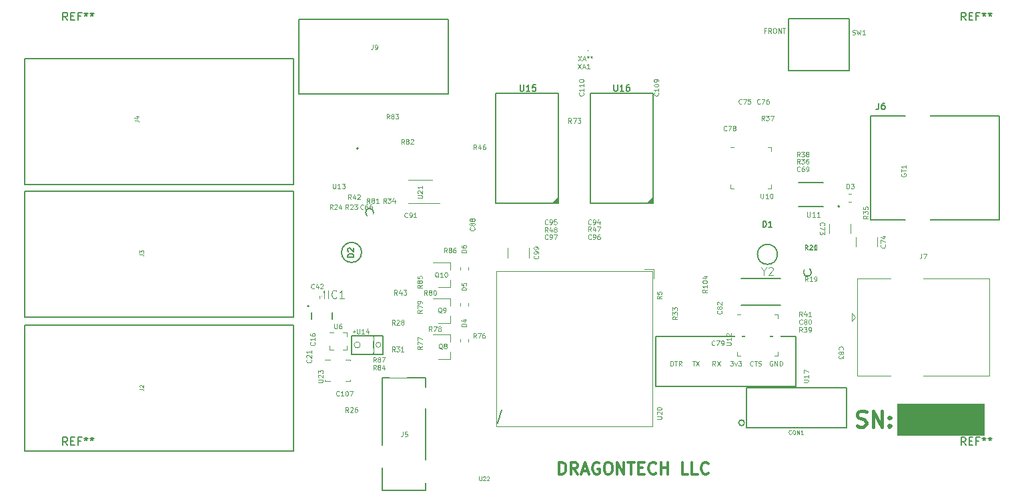
<source format=gbr>
G04 #@! TF.GenerationSoftware,KiCad,Pcbnew,(5.0.1)-rc2*
G04 #@! TF.CreationDate,2021-03-03T09:19:06-05:00*
G04 #@! TF.ProjectId,DFTBoard,444654426F6172642E6B696361645F70,rev?*
G04 #@! TF.SameCoordinates,Original*
G04 #@! TF.FileFunction,Legend,Top*
G04 #@! TF.FilePolarity,Positive*
%FSLAX46Y46*%
G04 Gerber Fmt 4.6, Leading zero omitted, Abs format (unit mm)*
G04 Created by KiCad (PCBNEW (5.0.1)-rc2) date 3/3/2021 9:19:06 AM*
%MOMM*%
%LPD*%
G01*
G04 APERTURE LIST*
%ADD10C,0.100000*%
%ADD11C,0.400000*%
%ADD12C,0.200000*%
%ADD13C,0.375000*%
%ADD14C,0.120000*%
%ADD15C,0.203200*%
%ADD16C,0.101600*%
%ADD17C,0.063500*%
%ADD18C,0.127000*%
%ADD19C,0.150000*%
%ADD20C,0.152400*%
%ADD21C,0.075000*%
%ADD22C,0.050000*%
%ADD23C,0.001000*%
%ADD24C,2.230000*%
%ADD25C,0.223223*%
%ADD26C,0.125000*%
%ADD27C,0.430000*%
%ADD28C,0.410000*%
%ADD29R,2.910360X1.150140*%
%ADD30C,3.078000*%
%ADD31R,0.748820X0.629440*%
%ADD32R,1.729260X2.730020*%
%ADD33R,1.330480X2.730020*%
%ADD34R,2.730020X1.729260*%
%ADD35R,2.730020X1.330480*%
%ADD36C,0.620000*%
%ADD37C,0.905000*%
%ADD38O,1.757200X1.757200*%
%ADD39C,2.030000*%
%ADD40C,1.808000*%
%ADD41C,0.360000*%
%ADD42C,1.230000*%
%ADD43C,1.530000*%
%ADD44C,1.830000*%
%ADD45C,3.030000*%
%ADD46C,4.030000*%
%ADD47R,0.530000X0.530000*%
%ADD48C,1.280000*%
%ADD49R,0.930000X0.830000*%
%ADD50R,1.450000X0.500000*%
%ADD51R,1.980000X2.980000*%
%ADD52C,3.130000*%
%ADD53C,0.280000*%
%ADD54R,1.730000X1.730000*%
%ADD55C,1.730000*%
%ADD56C,3.530000*%
%ADD57C,1.630000*%
%ADD58R,0.330000X1.930000*%
%ADD59R,2.830000X2.230000*%
%ADD60R,2.230000X2.830000*%
%ADD61R,0.405000X0.380000*%
%ADD62R,0.380000X0.405000*%
%ADD63R,1.630000X0.330000*%
%ADD64R,0.930000X0.690000*%
G04 APERTURE END LIST*
D10*
G36*
X218000000Y-153000000D02*
X207000000Y-153000000D01*
X207000000Y-149000000D01*
X218000000Y-149000000D01*
X218000000Y-153000000D01*
G37*
X218000000Y-153000000D02*
X207000000Y-153000000D01*
X207000000Y-149000000D01*
X218000000Y-149000000D01*
X218000000Y-153000000D01*
D11*
X201904761Y-151809523D02*
X202190476Y-151904761D01*
X202666666Y-151904761D01*
X202857142Y-151809523D01*
X202952380Y-151714285D01*
X203047619Y-151523809D01*
X203047619Y-151333333D01*
X202952380Y-151142857D01*
X202857142Y-151047619D01*
X202666666Y-150952380D01*
X202285714Y-150857142D01*
X202095238Y-150761904D01*
X202000000Y-150666666D01*
X201904761Y-150476190D01*
X201904761Y-150285714D01*
X202000000Y-150095238D01*
X202095238Y-150000000D01*
X202285714Y-149904761D01*
X202761904Y-149904761D01*
X203047619Y-150000000D01*
X203904761Y-151904761D02*
X203904761Y-149904761D01*
X205047619Y-151904761D01*
X205047619Y-149904761D01*
X206000000Y-151714285D02*
X206095238Y-151809523D01*
X206000000Y-151904761D01*
X205904761Y-151809523D01*
X206000000Y-151714285D01*
X206000000Y-151904761D01*
X206000000Y-150666666D02*
X206095238Y-150761904D01*
X206000000Y-150857142D01*
X205904761Y-150761904D01*
X206000000Y-150666666D01*
X206000000Y-150857142D01*
D12*
X156750000Y-149723824D02*
X156250000Y-151473824D01*
D13*
X164071428Y-157928571D02*
X164071428Y-156428571D01*
X164428571Y-156428571D01*
X164642857Y-156500000D01*
X164785714Y-156642857D01*
X164857142Y-156785714D01*
X164928571Y-157071428D01*
X164928571Y-157285714D01*
X164857142Y-157571428D01*
X164785714Y-157714285D01*
X164642857Y-157857142D01*
X164428571Y-157928571D01*
X164071428Y-157928571D01*
X166428571Y-157928571D02*
X165928571Y-157214285D01*
X165571428Y-157928571D02*
X165571428Y-156428571D01*
X166142857Y-156428571D01*
X166285714Y-156500000D01*
X166357142Y-156571428D01*
X166428571Y-156714285D01*
X166428571Y-156928571D01*
X166357142Y-157071428D01*
X166285714Y-157142857D01*
X166142857Y-157214285D01*
X165571428Y-157214285D01*
X167000000Y-157500000D02*
X167714285Y-157500000D01*
X166857142Y-157928571D02*
X167357142Y-156428571D01*
X167857142Y-157928571D01*
X169142857Y-156500000D02*
X169000000Y-156428571D01*
X168785714Y-156428571D01*
X168571428Y-156500000D01*
X168428571Y-156642857D01*
X168357142Y-156785714D01*
X168285714Y-157071428D01*
X168285714Y-157285714D01*
X168357142Y-157571428D01*
X168428571Y-157714285D01*
X168571428Y-157857142D01*
X168785714Y-157928571D01*
X168928571Y-157928571D01*
X169142857Y-157857142D01*
X169214285Y-157785714D01*
X169214285Y-157285714D01*
X168928571Y-157285714D01*
X170142857Y-156428571D02*
X170428571Y-156428571D01*
X170571428Y-156500000D01*
X170714285Y-156642857D01*
X170785714Y-156928571D01*
X170785714Y-157428571D01*
X170714285Y-157714285D01*
X170571428Y-157857142D01*
X170428571Y-157928571D01*
X170142857Y-157928571D01*
X170000000Y-157857142D01*
X169857142Y-157714285D01*
X169785714Y-157428571D01*
X169785714Y-156928571D01*
X169857142Y-156642857D01*
X170000000Y-156500000D01*
X170142857Y-156428571D01*
X171428571Y-157928571D02*
X171428571Y-156428571D01*
X172285714Y-157928571D01*
X172285714Y-156428571D01*
X172785714Y-156428571D02*
X173642857Y-156428571D01*
X173214285Y-157928571D02*
X173214285Y-156428571D01*
X174142857Y-157142857D02*
X174642857Y-157142857D01*
X174857142Y-157928571D02*
X174142857Y-157928571D01*
X174142857Y-156428571D01*
X174857142Y-156428571D01*
X176357142Y-157785714D02*
X176285714Y-157857142D01*
X176071428Y-157928571D01*
X175928571Y-157928571D01*
X175714285Y-157857142D01*
X175571428Y-157714285D01*
X175500000Y-157571428D01*
X175428571Y-157285714D01*
X175428571Y-157071428D01*
X175500000Y-156785714D01*
X175571428Y-156642857D01*
X175714285Y-156500000D01*
X175928571Y-156428571D01*
X176071428Y-156428571D01*
X176285714Y-156500000D01*
X176357142Y-156571428D01*
X177000000Y-157928571D02*
X177000000Y-156428571D01*
X177000000Y-157142857D02*
X177857142Y-157142857D01*
X177857142Y-157928571D02*
X177857142Y-156428571D01*
X180428571Y-157928571D02*
X179714285Y-157928571D01*
X179714285Y-156428571D01*
X181642857Y-157928571D02*
X180928571Y-157928571D01*
X180928571Y-156428571D01*
X182999999Y-157785714D02*
X182928571Y-157857142D01*
X182714285Y-157928571D01*
X182571428Y-157928571D01*
X182357142Y-157857142D01*
X182214285Y-157714285D01*
X182142857Y-157571428D01*
X182071428Y-157285714D01*
X182071428Y-157071428D01*
X182142857Y-156785714D01*
X182214285Y-156642857D01*
X182357142Y-156500000D01*
X182571428Y-156428571D01*
X182714285Y-156428571D01*
X182928571Y-156500000D01*
X182999999Y-156571428D01*
D14*
G04 #@! TO.C,U23*
X136935001Y-143365001D02*
X137585001Y-143365001D01*
X137585001Y-143365001D02*
X137585001Y-143515001D01*
X135015001Y-146085001D02*
X134365001Y-146085001D01*
X134365001Y-146085001D02*
X134365001Y-145935001D01*
X136935001Y-146085001D02*
X137585001Y-146085001D01*
X137585001Y-146085001D02*
X137585001Y-145935001D01*
X135015001Y-143365001D02*
X134365001Y-143365001D01*
D15*
G04 #@! TO.C,J6*
X219900280Y-112401080D02*
X219900280Y-125598920D01*
X209600580Y-112401080D02*
X219900280Y-112401080D01*
X209600580Y-125598920D02*
X219900280Y-125598920D01*
X203601100Y-125598920D02*
X208000380Y-125598920D01*
X203601100Y-112401080D02*
X208000380Y-112401080D01*
X203601100Y-119000000D02*
X203601100Y-112401080D01*
X203601100Y-119000000D02*
X203601100Y-125598920D01*
D16*
G04 #@! TO.C,U14*
X138233940Y-139856620D02*
G75*
G03X138233940Y-139856620I-154460J0D01*
G01*
D17*
X141443585Y-141500000D02*
G75*
G03X141443585Y-141500000I-316105J0D01*
G01*
X138817947Y-141500000D02*
G75*
G03X138817947Y-141500000I-387947J0D01*
G01*
D18*
X140517880Y-142678560D02*
X140517880Y-140321440D01*
X141668500Y-142678560D02*
X141668500Y-140321440D01*
X137731500Y-142678560D02*
X137731500Y-140321440D01*
X140517880Y-142678560D02*
X141668500Y-142678560D01*
X137731500Y-142678560D02*
X140517880Y-142678560D01*
X140517880Y-140321440D02*
X141668500Y-140321440D01*
X137731500Y-140321440D02*
X140517880Y-140321440D01*
D15*
G04 #@! TO.C,D2*
X138986962Y-129754485D02*
G75*
G03X138986962Y-129754485I-1270000J0D01*
G01*
X140510962Y-124674485D02*
G75*
G03X140510962Y-124674485I-508000J0D01*
G01*
G04 #@! TO.C,D1*
X196088000Y-132286000D02*
G75*
G03X196088000Y-132286000I-508000J0D01*
G01*
X191770000Y-130000000D02*
G75*
G03X191770000Y-130000000I-1270000J0D01*
G01*
D14*
G04 #@! TO.C,U20*
X175900000Y-151900000D02*
X156100000Y-151900000D01*
X175900000Y-132100000D02*
X175900000Y-151900000D01*
X156100000Y-132100000D02*
X175900000Y-132100000D01*
X156100000Y-151900000D02*
X156100000Y-132100000D01*
X176100000Y-131900000D02*
X176100000Y-133100000D01*
X174900000Y-131900000D02*
X176100000Y-131900000D01*
G04 #@! TO.C,D4*
X152510000Y-141112779D02*
X152510000Y-140787221D01*
X151490000Y-141112779D02*
X151490000Y-140787221D01*
D19*
G04 #@! TO.C,CON1*
X200550000Y-146960000D02*
X200550000Y-152040000D01*
X200550000Y-146960000D02*
X187850000Y-146960000D01*
X187850000Y-146960000D02*
X187850000Y-152040000D01*
X187850000Y-152040000D02*
X200550000Y-152040000D01*
X187575555Y-151405000D02*
G75*
G03X187575555Y-151405000I-360555J0D01*
G01*
G04 #@! TO.C,U17*
X194140000Y-146770000D02*
X176360000Y-146770000D01*
X194140000Y-140420000D02*
X194140000Y-146770000D01*
X176360000Y-140420000D02*
X194140000Y-140420000D01*
X176360000Y-146770000D02*
X176360000Y-140420000D01*
G04 #@! TO.C,U15*
X156000000Y-123500000D02*
X164000000Y-123500000D01*
X156000000Y-109500000D02*
X156000000Y-123500000D01*
X164000000Y-109500000D02*
X156000000Y-109500000D01*
X164000000Y-123500000D02*
X164000000Y-109500000D01*
X164000000Y-123250000D02*
X163750000Y-123500000D01*
X164000000Y-123100000D02*
X163600000Y-123500000D01*
X164000000Y-123000000D02*
X163500000Y-123500000D01*
X164000000Y-122900000D02*
X164000000Y-123000000D01*
X163400000Y-123500000D02*
X164000000Y-122900000D01*
X164000000Y-122800000D02*
X163300000Y-123500000D01*
G04 #@! TO.C,U16*
X168000000Y-123500000D02*
X176000000Y-123500000D01*
X168000000Y-109500000D02*
X168000000Y-123500000D01*
X176000000Y-109500000D02*
X168000000Y-109500000D01*
X176000000Y-123500000D02*
X176000000Y-109500000D01*
X176000000Y-123250000D02*
X175750000Y-123500000D01*
X176000000Y-123100000D02*
X175600000Y-123500000D01*
X176000000Y-123000000D02*
X175500000Y-123500000D01*
X176000000Y-122900000D02*
X176000000Y-123000000D01*
X175400000Y-123500000D02*
X176000000Y-122900000D01*
X176000000Y-122800000D02*
X175300000Y-123500000D01*
G04 #@! TO.C,SW1*
X200850000Y-106675000D02*
X200850000Y-100025000D01*
X193150000Y-106675000D02*
X193150000Y-100025000D01*
X193150000Y-106675000D02*
X200850000Y-106675000D01*
X200850000Y-100025000D02*
X193150000Y-100025000D01*
G04 #@! TO.C,J4*
X130360000Y-105160000D02*
X96270000Y-105160000D01*
X130360000Y-121160000D02*
X130360000Y-105160000D01*
X96270000Y-121160000D02*
X130360000Y-121160000D01*
X96270000Y-105160000D02*
X96270000Y-121160000D01*
G04 #@! TO.C,U13*
X138550000Y-116520000D02*
G75*
G03X138550000Y-116520000I-100000J0D01*
G01*
G04 #@! TO.C,J3*
X130360000Y-122000000D02*
X96270000Y-122000000D01*
X130360000Y-138000000D02*
X130360000Y-122000000D01*
X96270000Y-138000000D02*
X130360000Y-138000000D01*
X96270000Y-122000000D02*
X96270000Y-138000000D01*
G04 #@! TO.C,J2*
X130360000Y-139000000D02*
X96270000Y-139000000D01*
X130360000Y-155000000D02*
X130360000Y-139000000D01*
X96270000Y-155000000D02*
X130360000Y-155000000D01*
X96270000Y-139000000D02*
X96270000Y-155000000D01*
D14*
G04 #@! TO.C,C73*
X201060000Y-127302064D02*
X201060000Y-126097936D01*
X198340000Y-127302064D02*
X198340000Y-126097936D01*
G04 #@! TO.C,C74*
X204460000Y-129002064D02*
X204460000Y-127797936D01*
X201740000Y-129002064D02*
X201740000Y-127797936D01*
G04 #@! TO.C,C99*
X160260000Y-129197936D02*
X160260000Y-130402064D01*
X157540000Y-129197936D02*
X157540000Y-130402064D01*
G04 #@! TO.C,Q8*
X150210000Y-143330000D02*
X148750000Y-143330000D01*
X150210000Y-140170000D02*
X148050000Y-140170000D01*
X150210000Y-140170000D02*
X150210000Y-141100000D01*
X150210000Y-143330000D02*
X150210000Y-142400000D01*
G04 #@! TO.C,Q9*
X150210000Y-138730000D02*
X148750000Y-138730000D01*
X150210000Y-135570000D02*
X148050000Y-135570000D01*
X150210000Y-135570000D02*
X150210000Y-136500000D01*
X150210000Y-138730000D02*
X150210000Y-137800000D01*
G04 #@! TO.C,Q10*
X150210000Y-134180000D02*
X148750000Y-134180000D01*
X150210000Y-131020000D02*
X148050000Y-131020000D01*
X150210000Y-131020000D02*
X150210000Y-131950000D01*
X150210000Y-134180000D02*
X150210000Y-133250000D01*
D12*
G04 #@! TO.C,U11*
X199661800Y-123900000D02*
G75*
G03X199661800Y-123900000I-111800J0D01*
G01*
D18*
X194450000Y-123950000D02*
X197550000Y-123950000D01*
X197550000Y-120850000D02*
X194450000Y-120850000D01*
G04 #@! TO.C,Y2*
X192150000Y-136450000D02*
X187150000Y-136450000D01*
X187150000Y-133050000D02*
X192150000Y-133050000D01*
D14*
G04 #@! TO.C,D3*
X200837221Y-123310000D02*
X201162779Y-123310000D01*
X200837221Y-122290000D02*
X201162779Y-122290000D01*
G04 #@! TO.C,D5*
X152510000Y-136512779D02*
X152510000Y-136187221D01*
X151490000Y-136512779D02*
X151490000Y-136187221D01*
G04 #@! TO.C,D6*
X152510000Y-131962779D02*
X152510000Y-131637221D01*
X151490000Y-131962779D02*
X151490000Y-131637221D01*
G04 #@! TO.C,U10*
X190535000Y-116390000D02*
X191010000Y-116390000D01*
X191010000Y-116390000D02*
X191010000Y-116865000D01*
X186265000Y-121610000D02*
X185790000Y-121610000D01*
X185790000Y-121610000D02*
X185790000Y-121135000D01*
X190535000Y-121610000D02*
X191010000Y-121610000D01*
X191010000Y-121610000D02*
X191010000Y-121135000D01*
X186265000Y-116390000D02*
X185790000Y-116390000D01*
G04 #@! TO.C,U12*
X187115000Y-137640000D02*
X186640000Y-137640000D01*
X191860000Y-142860000D02*
X191860000Y-142385000D01*
X191385000Y-142860000D02*
X191860000Y-142860000D01*
X186640000Y-142860000D02*
X186640000Y-142385000D01*
X187115000Y-142860000D02*
X186640000Y-142860000D01*
X191860000Y-137640000D02*
X191860000Y-138115000D01*
X191385000Y-137640000D02*
X191860000Y-137640000D01*
G04 #@! TO.C,J7*
X206160000Y-133090000D02*
X201900000Y-133090000D01*
X201900000Y-133090000D02*
X201900000Y-145410000D01*
X201900000Y-145410000D02*
X206160000Y-145410000D01*
X210260000Y-133090000D02*
X218620000Y-133090000D01*
X218620000Y-133090000D02*
X218620000Y-145410000D01*
X218620000Y-145410000D02*
X210260000Y-145410000D01*
X201680000Y-138000000D02*
X201180000Y-137500000D01*
X201180000Y-137500000D02*
X201180000Y-138500000D01*
X201180000Y-138500000D02*
X201680000Y-138000000D01*
D19*
G04 #@! TO.C,J9*
X131000000Y-100100000D02*
X150000000Y-100100000D01*
X150000000Y-109600000D02*
X150000000Y-100100000D01*
X131000000Y-109600000D02*
X131000000Y-100100000D01*
X150000000Y-109600000D02*
X131000000Y-109600000D01*
G04 #@! TO.C,J5*
X147150000Y-160000000D02*
X147150000Y-159100000D01*
X141650000Y-157100000D02*
X141650000Y-160000000D01*
X147150000Y-149600000D02*
X147150000Y-156100000D01*
X147150000Y-146850000D02*
X147150000Y-145700000D01*
X141650000Y-160000000D02*
X147150000Y-160000000D01*
X141650000Y-154200000D02*
X141650000Y-145700000D01*
X141649131Y-145700000D02*
X147150908Y-145700000D01*
D14*
G04 #@! TO.C,U6*
X136600000Y-139900000D02*
X137100000Y-139900000D01*
X137100000Y-139900000D02*
X137100000Y-140400000D01*
X137100000Y-140400000D02*
X137100000Y-140400000D01*
X137100000Y-141600000D02*
X137100000Y-142100000D01*
X137100000Y-142100000D02*
X136600000Y-142100000D01*
X136600000Y-142100000D02*
X136600000Y-142100000D01*
X135400000Y-142100000D02*
X134900000Y-142100000D01*
X134900000Y-142100000D02*
X134900000Y-141600000D01*
X134900000Y-141600000D02*
X134900000Y-141600000D01*
X135400000Y-139900000D02*
X134900000Y-139900000D01*
X134900000Y-139900000D02*
X134900000Y-139900000D01*
G04 #@! TO.C,U21*
X144925000Y-120525000D02*
X147925000Y-120525000D01*
X144925000Y-123525000D02*
X148925000Y-123525000D01*
D18*
G04 #@! TO.C,MIC1*
X132625000Y-137395000D02*
X132625000Y-138195000D01*
X135225000Y-137395000D02*
X135225000Y-138195000D01*
D12*
X132325000Y-136595000D02*
G75*
G03X132325000Y-136595000I-100000J0D01*
G01*
G04 #@! TO.C,REF\002A\002A*
D19*
X215666666Y-100252380D02*
X215333333Y-99776190D01*
X215095238Y-100252380D02*
X215095238Y-99252380D01*
X215476190Y-99252380D01*
X215571428Y-99300000D01*
X215619047Y-99347619D01*
X215666666Y-99442857D01*
X215666666Y-99585714D01*
X215619047Y-99680952D01*
X215571428Y-99728571D01*
X215476190Y-99776190D01*
X215095238Y-99776190D01*
X216095238Y-99728571D02*
X216428571Y-99728571D01*
X216571428Y-100252380D02*
X216095238Y-100252380D01*
X216095238Y-99252380D01*
X216571428Y-99252380D01*
X217333333Y-99728571D02*
X217000000Y-99728571D01*
X217000000Y-100252380D02*
X217000000Y-99252380D01*
X217476190Y-99252380D01*
X218000000Y-99252380D02*
X218000000Y-99490476D01*
X217761904Y-99395238D02*
X218000000Y-99490476D01*
X218238095Y-99395238D01*
X217857142Y-99680952D02*
X218000000Y-99490476D01*
X218142857Y-99680952D01*
X218761904Y-99252380D02*
X218761904Y-99490476D01*
X218523809Y-99395238D02*
X218761904Y-99490476D01*
X219000000Y-99395238D01*
X218619047Y-99680952D02*
X218761904Y-99490476D01*
X218904761Y-99680952D01*
X215666666Y-154252380D02*
X215333333Y-153776190D01*
X215095238Y-154252380D02*
X215095238Y-153252380D01*
X215476190Y-153252380D01*
X215571428Y-153300000D01*
X215619047Y-153347619D01*
X215666666Y-153442857D01*
X215666666Y-153585714D01*
X215619047Y-153680952D01*
X215571428Y-153728571D01*
X215476190Y-153776190D01*
X215095238Y-153776190D01*
X216095238Y-153728571D02*
X216428571Y-153728571D01*
X216571428Y-154252380D02*
X216095238Y-154252380D01*
X216095238Y-153252380D01*
X216571428Y-153252380D01*
X217333333Y-153728571D02*
X217000000Y-153728571D01*
X217000000Y-154252380D02*
X217000000Y-153252380D01*
X217476190Y-153252380D01*
X218000000Y-153252380D02*
X218000000Y-153490476D01*
X217761904Y-153395238D02*
X218000000Y-153490476D01*
X218238095Y-153395238D01*
X217857142Y-153680952D02*
X218000000Y-153490476D01*
X218142857Y-153680952D01*
X218761904Y-153252380D02*
X218761904Y-153490476D01*
X218523809Y-153395238D02*
X218761904Y-153490476D01*
X219000000Y-153395238D01*
X218619047Y-153680952D02*
X218761904Y-153490476D01*
X218904761Y-153680952D01*
X101666666Y-154252380D02*
X101333333Y-153776190D01*
X101095238Y-154252380D02*
X101095238Y-153252380D01*
X101476190Y-153252380D01*
X101571428Y-153300000D01*
X101619047Y-153347619D01*
X101666666Y-153442857D01*
X101666666Y-153585714D01*
X101619047Y-153680952D01*
X101571428Y-153728571D01*
X101476190Y-153776190D01*
X101095238Y-153776190D01*
X102095238Y-153728571D02*
X102428571Y-153728571D01*
X102571428Y-154252380D02*
X102095238Y-154252380D01*
X102095238Y-153252380D01*
X102571428Y-153252380D01*
X103333333Y-153728571D02*
X103000000Y-153728571D01*
X103000000Y-154252380D02*
X103000000Y-153252380D01*
X103476190Y-153252380D01*
X104000000Y-153252380D02*
X104000000Y-153490476D01*
X103761904Y-153395238D02*
X104000000Y-153490476D01*
X104238095Y-153395238D01*
X103857142Y-153680952D02*
X104000000Y-153490476D01*
X104142857Y-153680952D01*
X104761904Y-153252380D02*
X104761904Y-153490476D01*
X104523809Y-153395238D02*
X104761904Y-153490476D01*
X105000000Y-153395238D01*
X104619047Y-153680952D02*
X104761904Y-153490476D01*
X104904761Y-153680952D01*
X101666666Y-100252380D02*
X101333333Y-99776190D01*
X101095238Y-100252380D02*
X101095238Y-99252380D01*
X101476190Y-99252380D01*
X101571428Y-99300000D01*
X101619047Y-99347619D01*
X101666666Y-99442857D01*
X101666666Y-99585714D01*
X101619047Y-99680952D01*
X101571428Y-99728571D01*
X101476190Y-99776190D01*
X101095238Y-99776190D01*
X102095238Y-99728571D02*
X102428571Y-99728571D01*
X102571428Y-100252380D02*
X102095238Y-100252380D01*
X102095238Y-99252380D01*
X102571428Y-99252380D01*
X103333333Y-99728571D02*
X103000000Y-99728571D01*
X103000000Y-100252380D02*
X103000000Y-99252380D01*
X103476190Y-99252380D01*
X104000000Y-99252380D02*
X104000000Y-99490476D01*
X103761904Y-99395238D02*
X104000000Y-99490476D01*
X104238095Y-99395238D01*
X103857142Y-99680952D02*
X104000000Y-99490476D01*
X104142857Y-99680952D01*
X104761904Y-99252380D02*
X104761904Y-99490476D01*
X104523809Y-99395238D02*
X104761904Y-99490476D01*
X105000000Y-99395238D01*
X104619047Y-99680952D02*
X104761904Y-99490476D01*
X104904761Y-99680952D01*
G04 #@! TO.C,U23*
D10*
X133471428Y-146242857D02*
X133957142Y-146242857D01*
X134014285Y-146214285D01*
X134042857Y-146185714D01*
X134071428Y-146128571D01*
X134071428Y-146014285D01*
X134042857Y-145957142D01*
X134014285Y-145928571D01*
X133957142Y-145900000D01*
X133471428Y-145900000D01*
X133528571Y-145642857D02*
X133500000Y-145614285D01*
X133471428Y-145557142D01*
X133471428Y-145414285D01*
X133500000Y-145357142D01*
X133528571Y-145328571D01*
X133585714Y-145300000D01*
X133642857Y-145300000D01*
X133728571Y-145328571D01*
X134071428Y-145671428D01*
X134071428Y-145300000D01*
X133471428Y-145100000D02*
X133471428Y-144728571D01*
X133700000Y-144928571D01*
X133700000Y-144842857D01*
X133728571Y-144785714D01*
X133757142Y-144757142D01*
X133814285Y-144728571D01*
X133957142Y-144728571D01*
X134014285Y-144757142D01*
X134042857Y-144785714D01*
X134071428Y-144842857D01*
X134071428Y-145014285D01*
X134042857Y-145071428D01*
X134014285Y-145100000D01*
G04 #@! TO.C,J6*
D15*
X204612866Y-110757095D02*
X204612866Y-111337666D01*
X204574161Y-111453780D01*
X204496752Y-111531190D01*
X204380638Y-111569895D01*
X204303228Y-111569895D01*
X205348257Y-110757095D02*
X205193438Y-110757095D01*
X205116028Y-110795800D01*
X205077323Y-110834504D01*
X204999914Y-110950619D01*
X204961209Y-111105438D01*
X204961209Y-111415076D01*
X204999914Y-111492485D01*
X205038619Y-111531190D01*
X205116028Y-111569895D01*
X205270847Y-111569895D01*
X205348257Y-111531190D01*
X205386961Y-111492485D01*
X205425666Y-111415076D01*
X205425666Y-111221552D01*
X205386961Y-111144142D01*
X205348257Y-111105438D01*
X205270847Y-111066733D01*
X205116028Y-111066733D01*
X205038619Y-111105438D01*
X204999914Y-111144142D01*
X204961209Y-111221552D01*
G04 #@! TO.C,U14*
D10*
X138407142Y-139471428D02*
X138407142Y-139957142D01*
X138435714Y-140014285D01*
X138464285Y-140042857D01*
X138521428Y-140071428D01*
X138635714Y-140071428D01*
X138692857Y-140042857D01*
X138721428Y-140014285D01*
X138750000Y-139957142D01*
X138750000Y-139471428D01*
X139350000Y-140071428D02*
X139007142Y-140071428D01*
X139178571Y-140071428D02*
X139178571Y-139471428D01*
X139121428Y-139557142D01*
X139064285Y-139614285D01*
X139007142Y-139642857D01*
X139864285Y-139671428D02*
X139864285Y-140071428D01*
X139721428Y-139442857D02*
X139578571Y-139871428D01*
X139950000Y-139871428D01*
G04 #@! TO.C,D2*
D20*
X137978638Y-130371398D02*
X137216638Y-130371398D01*
X137216638Y-130189970D01*
X137252924Y-130081112D01*
X137325495Y-130008541D01*
X137398066Y-129972255D01*
X137543209Y-129935970D01*
X137652066Y-129935970D01*
X137797209Y-129972255D01*
X137869781Y-130008541D01*
X137942352Y-130081112D01*
X137978638Y-130189970D01*
X137978638Y-130371398D01*
X137289209Y-129645684D02*
X137252924Y-129609398D01*
X137216638Y-129536827D01*
X137216638Y-129355398D01*
X137252924Y-129282827D01*
X137289209Y-129246541D01*
X137361781Y-129210255D01*
X137434352Y-129210255D01*
X137543209Y-129246541D01*
X137978638Y-129681970D01*
X137978638Y-129210255D01*
G04 #@! TO.C,D1*
X189937571Y-126534714D02*
X189937571Y-125772714D01*
X190119000Y-125772714D01*
X190227857Y-125809000D01*
X190300428Y-125881571D01*
X190336714Y-125954142D01*
X190373000Y-126099285D01*
X190373000Y-126208142D01*
X190336714Y-126353285D01*
X190300428Y-126425857D01*
X190227857Y-126498428D01*
X190119000Y-126534714D01*
X189937571Y-126534714D01*
X191098714Y-126534714D02*
X190663285Y-126534714D01*
X190881000Y-126534714D02*
X190881000Y-125772714D01*
X190808428Y-125881571D01*
X190735857Y-125954142D01*
X190663285Y-125990428D01*
G04 #@! TO.C,GT1*
D10*
X207500000Y-119757142D02*
X207471428Y-119814285D01*
X207471428Y-119900000D01*
X207500000Y-119985714D01*
X207557142Y-120042857D01*
X207614285Y-120071428D01*
X207728571Y-120100000D01*
X207814285Y-120100000D01*
X207928571Y-120071428D01*
X207985714Y-120042857D01*
X208042857Y-119985714D01*
X208071428Y-119900000D01*
X208071428Y-119842857D01*
X208042857Y-119757142D01*
X208014285Y-119728571D01*
X207814285Y-119728571D01*
X207814285Y-119842857D01*
X207471428Y-119557142D02*
X207471428Y-119214285D01*
X208071428Y-119385714D02*
X207471428Y-119385714D01*
X208071428Y-118700000D02*
X208071428Y-119042857D01*
X208071428Y-118871428D02*
X207471428Y-118871428D01*
X207557142Y-118928571D01*
X207614285Y-118985714D01*
X207642857Y-119042857D01*
G04 #@! TO.C,R26*
X137314285Y-150041428D02*
X137114285Y-149755714D01*
X136971428Y-150041428D02*
X136971428Y-149441428D01*
X137200000Y-149441428D01*
X137257142Y-149470000D01*
X137285714Y-149498571D01*
X137314285Y-149555714D01*
X137314285Y-149641428D01*
X137285714Y-149698571D01*
X137257142Y-149727142D01*
X137200000Y-149755714D01*
X136971428Y-149755714D01*
X137542857Y-149498571D02*
X137571428Y-149470000D01*
X137628571Y-149441428D01*
X137771428Y-149441428D01*
X137828571Y-149470000D01*
X137857142Y-149498571D01*
X137885714Y-149555714D01*
X137885714Y-149612857D01*
X137857142Y-149698571D01*
X137514285Y-150041428D01*
X137885714Y-150041428D01*
X138400000Y-149441428D02*
X138285714Y-149441428D01*
X138228571Y-149470000D01*
X138200000Y-149498571D01*
X138142857Y-149584285D01*
X138114285Y-149698571D01*
X138114285Y-149927142D01*
X138142857Y-149984285D01*
X138171428Y-150012857D01*
X138228571Y-150041428D01*
X138342857Y-150041428D01*
X138400000Y-150012857D01*
X138428571Y-149984285D01*
X138457142Y-149927142D01*
X138457142Y-149784285D01*
X138428571Y-149727142D01*
X138400000Y-149698571D01*
X138342857Y-149670000D01*
X138228571Y-149670000D01*
X138171428Y-149698571D01*
X138142857Y-149727142D01*
X138114285Y-149784285D01*
G04 #@! TO.C,U20*
X176471428Y-150942857D02*
X176957142Y-150942857D01*
X177014285Y-150914285D01*
X177042857Y-150885714D01*
X177071428Y-150828571D01*
X177071428Y-150714285D01*
X177042857Y-150657142D01*
X177014285Y-150628571D01*
X176957142Y-150600000D01*
X176471428Y-150600000D01*
X176528571Y-150342857D02*
X176500000Y-150314285D01*
X176471428Y-150257142D01*
X176471428Y-150114285D01*
X176500000Y-150057142D01*
X176528571Y-150028571D01*
X176585714Y-150000000D01*
X176642857Y-150000000D01*
X176728571Y-150028571D01*
X177071428Y-150371428D01*
X177071428Y-150000000D01*
X176471428Y-149628571D02*
X176471428Y-149571428D01*
X176500000Y-149514285D01*
X176528571Y-149485714D01*
X176585714Y-149457142D01*
X176700000Y-149428571D01*
X176842857Y-149428571D01*
X176957142Y-149457142D01*
X177014285Y-149485714D01*
X177042857Y-149514285D01*
X177071428Y-149571428D01*
X177071428Y-149628571D01*
X177042857Y-149685714D01*
X177014285Y-149714285D01*
X176957142Y-149742857D01*
X176842857Y-149771428D01*
X176700000Y-149771428D01*
X176585714Y-149742857D01*
X176528571Y-149714285D01*
X176500000Y-149685714D01*
X176471428Y-149628571D01*
G04 #@! TO.C,D4*
X152271428Y-139142857D02*
X151671428Y-139142857D01*
X151671428Y-139000000D01*
X151700000Y-138914285D01*
X151757142Y-138857142D01*
X151814285Y-138828571D01*
X151928571Y-138800000D01*
X152014285Y-138800000D01*
X152128571Y-138828571D01*
X152185714Y-138857142D01*
X152242857Y-138914285D01*
X152271428Y-139000000D01*
X152271428Y-139142857D01*
X151871428Y-138285714D02*
X152271428Y-138285714D01*
X151642857Y-138428571D02*
X152071428Y-138571428D01*
X152071428Y-138200000D01*
G04 #@! TO.C,XA1*
X166457142Y-105771428D02*
X166857142Y-106371428D01*
X166857142Y-105771428D02*
X166457142Y-106371428D01*
X167057142Y-106200000D02*
X167342857Y-106200000D01*
X167000000Y-106371428D02*
X167200000Y-105771428D01*
X167400000Y-106371428D01*
X167914285Y-106371428D02*
X167571428Y-106371428D01*
X167742857Y-106371428D02*
X167742857Y-105771428D01*
X167685714Y-105857142D01*
X167628571Y-105914285D01*
X167571428Y-105942857D01*
X167700000Y-104014285D02*
X167728571Y-104042857D01*
X167700000Y-104071428D01*
X167671428Y-104042857D01*
X167700000Y-104014285D01*
X167700000Y-104071428D01*
X166485714Y-104771428D02*
X166885714Y-105371428D01*
X166885714Y-104771428D02*
X166485714Y-105371428D01*
X167085714Y-105200000D02*
X167371428Y-105200000D01*
X167028571Y-105371428D02*
X167228571Y-104771428D01*
X167428571Y-105371428D01*
X167714285Y-104771428D02*
X167714285Y-104914285D01*
X167571428Y-104857142D02*
X167714285Y-104914285D01*
X167857142Y-104857142D01*
X167628571Y-105028571D02*
X167714285Y-104914285D01*
X167800000Y-105028571D01*
X168171428Y-104771428D02*
X168171428Y-104914285D01*
X168028571Y-104857142D02*
X168171428Y-104914285D01*
X168314285Y-104857142D01*
X168085714Y-105028571D02*
X168171428Y-104914285D01*
X168257142Y-105028571D01*
X167700000Y-104014285D02*
X167728571Y-104042857D01*
X167700000Y-104071428D01*
X167671428Y-104042857D01*
X167700000Y-104014285D01*
X167700000Y-104071428D01*
G04 #@! TO.C,CON1*
D21*
X193512857Y-152808571D02*
X193489047Y-152832380D01*
X193417619Y-152856190D01*
X193370000Y-152856190D01*
X193298571Y-152832380D01*
X193250952Y-152784761D01*
X193227142Y-152737142D01*
X193203333Y-152641904D01*
X193203333Y-152570476D01*
X193227142Y-152475238D01*
X193250952Y-152427619D01*
X193298571Y-152380000D01*
X193370000Y-152356190D01*
X193417619Y-152356190D01*
X193489047Y-152380000D01*
X193512857Y-152403809D01*
X193822380Y-152356190D02*
X193917619Y-152356190D01*
X193965238Y-152380000D01*
X194012857Y-152427619D01*
X194036666Y-152522857D01*
X194036666Y-152689523D01*
X194012857Y-152784761D01*
X193965238Y-152832380D01*
X193917619Y-152856190D01*
X193822380Y-152856190D01*
X193774761Y-152832380D01*
X193727142Y-152784761D01*
X193703333Y-152689523D01*
X193703333Y-152522857D01*
X193727142Y-152427619D01*
X193774761Y-152380000D01*
X193822380Y-152356190D01*
X194250952Y-152856190D02*
X194250952Y-152356190D01*
X194536666Y-152856190D01*
X194536666Y-152356190D01*
X195036666Y-152856190D02*
X194750952Y-152856190D01*
X194893809Y-152856190D02*
X194893809Y-152356190D01*
X194846190Y-152427619D01*
X194798571Y-152475238D01*
X194750952Y-152499047D01*
G04 #@! TO.C,U17*
D10*
X195081428Y-146242857D02*
X195567142Y-146242857D01*
X195624285Y-146214285D01*
X195652857Y-146185714D01*
X195681428Y-146128571D01*
X195681428Y-146014285D01*
X195652857Y-145957142D01*
X195624285Y-145928571D01*
X195567142Y-145900000D01*
X195081428Y-145900000D01*
X195681428Y-145300000D02*
X195681428Y-145642857D01*
X195681428Y-145471428D02*
X195081428Y-145471428D01*
X195167142Y-145528571D01*
X195224285Y-145585714D01*
X195252857Y-145642857D01*
X195081428Y-145100000D02*
X195081428Y-144700000D01*
X195681428Y-144957142D01*
X188671428Y-144114285D02*
X188642857Y-144142857D01*
X188557142Y-144171428D01*
X188500000Y-144171428D01*
X188414285Y-144142857D01*
X188357142Y-144085714D01*
X188328571Y-144028571D01*
X188300000Y-143914285D01*
X188300000Y-143828571D01*
X188328571Y-143714285D01*
X188357142Y-143657142D01*
X188414285Y-143600000D01*
X188500000Y-143571428D01*
X188557142Y-143571428D01*
X188642857Y-143600000D01*
X188671428Y-143628571D01*
X188842857Y-143571428D02*
X189185714Y-143571428D01*
X189014285Y-144171428D02*
X189014285Y-143571428D01*
X189357142Y-144142857D02*
X189442857Y-144171428D01*
X189585714Y-144171428D01*
X189642857Y-144142857D01*
X189671428Y-144114285D01*
X189700000Y-144057142D01*
X189700000Y-144000000D01*
X189671428Y-143942857D01*
X189642857Y-143914285D01*
X189585714Y-143885714D01*
X189471428Y-143857142D01*
X189414285Y-143828571D01*
X189385714Y-143800000D01*
X189357142Y-143742857D01*
X189357142Y-143685714D01*
X189385714Y-143628571D01*
X189414285Y-143600000D01*
X189471428Y-143571428D01*
X189614285Y-143571428D01*
X189700000Y-143600000D01*
X185785714Y-143571428D02*
X186157142Y-143571428D01*
X185957142Y-143800000D01*
X186042857Y-143800000D01*
X186100000Y-143828571D01*
X186128571Y-143857142D01*
X186157142Y-143914285D01*
X186157142Y-144057142D01*
X186128571Y-144114285D01*
X186100000Y-144142857D01*
X186042857Y-144171428D01*
X185871428Y-144171428D01*
X185814285Y-144142857D01*
X185785714Y-144114285D01*
X186357142Y-143771428D02*
X186500000Y-144171428D01*
X186642857Y-143771428D01*
X186814285Y-143571428D02*
X187185714Y-143571428D01*
X186985714Y-143800000D01*
X187071428Y-143800000D01*
X187128571Y-143828571D01*
X187157142Y-143857142D01*
X187185714Y-143914285D01*
X187185714Y-144057142D01*
X187157142Y-144114285D01*
X187128571Y-144142857D01*
X187071428Y-144171428D01*
X186900000Y-144171428D01*
X186842857Y-144142857D01*
X186814285Y-144114285D01*
X183900000Y-144171428D02*
X183700000Y-143885714D01*
X183557142Y-144171428D02*
X183557142Y-143571428D01*
X183785714Y-143571428D01*
X183842857Y-143600000D01*
X183871428Y-143628571D01*
X183900000Y-143685714D01*
X183900000Y-143771428D01*
X183871428Y-143828571D01*
X183842857Y-143857142D01*
X183785714Y-143885714D01*
X183557142Y-143885714D01*
X184100000Y-143571428D02*
X184500000Y-144171428D01*
X184500000Y-143571428D02*
X184100000Y-144171428D01*
X180942857Y-143571428D02*
X181285714Y-143571428D01*
X181114285Y-144171428D02*
X181114285Y-143571428D01*
X181428571Y-143571428D02*
X181828571Y-144171428D01*
X181828571Y-143571428D02*
X181428571Y-144171428D01*
X178214285Y-144171428D02*
X178214285Y-143571428D01*
X178357142Y-143571428D01*
X178442857Y-143600000D01*
X178500000Y-143657142D01*
X178528571Y-143714285D01*
X178557142Y-143828571D01*
X178557142Y-143914285D01*
X178528571Y-144028571D01*
X178500000Y-144085714D01*
X178442857Y-144142857D01*
X178357142Y-144171428D01*
X178214285Y-144171428D01*
X178728571Y-143571428D02*
X179071428Y-143571428D01*
X178900000Y-144171428D02*
X178900000Y-143571428D01*
X179614285Y-144171428D02*
X179414285Y-143885714D01*
X179271428Y-144171428D02*
X179271428Y-143571428D01*
X179500000Y-143571428D01*
X179557142Y-143600000D01*
X179585714Y-143628571D01*
X179614285Y-143685714D01*
X179614285Y-143771428D01*
X179585714Y-143828571D01*
X179557142Y-143857142D01*
X179500000Y-143885714D01*
X179271428Y-143885714D01*
X191142857Y-143600000D02*
X191085714Y-143571428D01*
X191000000Y-143571428D01*
X190914285Y-143600000D01*
X190857142Y-143657142D01*
X190828571Y-143714285D01*
X190800000Y-143828571D01*
X190800000Y-143914285D01*
X190828571Y-144028571D01*
X190857142Y-144085714D01*
X190914285Y-144142857D01*
X191000000Y-144171428D01*
X191057142Y-144171428D01*
X191142857Y-144142857D01*
X191171428Y-144114285D01*
X191171428Y-143914285D01*
X191057142Y-143914285D01*
X191428571Y-144171428D02*
X191428571Y-143571428D01*
X191771428Y-144171428D01*
X191771428Y-143571428D01*
X192057142Y-144171428D02*
X192057142Y-143571428D01*
X192200000Y-143571428D01*
X192285714Y-143600000D01*
X192342857Y-143657142D01*
X192371428Y-143714285D01*
X192400000Y-143828571D01*
X192400000Y-143914285D01*
X192371428Y-144028571D01*
X192342857Y-144085714D01*
X192285714Y-144142857D01*
X192200000Y-144171428D01*
X192057142Y-144171428D01*
G04 #@! TO.C,U15*
D19*
X159109523Y-108461904D02*
X159109523Y-109109523D01*
X159147619Y-109185714D01*
X159185714Y-109223809D01*
X159261904Y-109261904D01*
X159414285Y-109261904D01*
X159490476Y-109223809D01*
X159528571Y-109185714D01*
X159566666Y-109109523D01*
X159566666Y-108461904D01*
X160366666Y-109261904D02*
X159909523Y-109261904D01*
X160138095Y-109261904D02*
X160138095Y-108461904D01*
X160061904Y-108576190D01*
X159985714Y-108652380D01*
X159909523Y-108690476D01*
X161090476Y-108461904D02*
X160709523Y-108461904D01*
X160671428Y-108842857D01*
X160709523Y-108804761D01*
X160785714Y-108766666D01*
X160976190Y-108766666D01*
X161052380Y-108804761D01*
X161090476Y-108842857D01*
X161128571Y-108919047D01*
X161128571Y-109109523D01*
X161090476Y-109185714D01*
X161052380Y-109223809D01*
X160976190Y-109261904D01*
X160785714Y-109261904D01*
X160709523Y-109223809D01*
X160671428Y-109185714D01*
G04 #@! TO.C,U16*
X171009523Y-108461904D02*
X171009523Y-109109523D01*
X171047619Y-109185714D01*
X171085714Y-109223809D01*
X171161904Y-109261904D01*
X171314285Y-109261904D01*
X171390476Y-109223809D01*
X171428571Y-109185714D01*
X171466666Y-109109523D01*
X171466666Y-108461904D01*
X172266666Y-109261904D02*
X171809523Y-109261904D01*
X172038095Y-109261904D02*
X172038095Y-108461904D01*
X171961904Y-108576190D01*
X171885714Y-108652380D01*
X171809523Y-108690476D01*
X172952380Y-108461904D02*
X172800000Y-108461904D01*
X172723809Y-108500000D01*
X172685714Y-108538095D01*
X172609523Y-108652380D01*
X172571428Y-108804761D01*
X172571428Y-109109523D01*
X172609523Y-109185714D01*
X172647619Y-109223809D01*
X172723809Y-109261904D01*
X172876190Y-109261904D01*
X172952380Y-109223809D01*
X172990476Y-109185714D01*
X173028571Y-109109523D01*
X173028571Y-108919047D01*
X172990476Y-108842857D01*
X172952380Y-108804761D01*
X172876190Y-108766666D01*
X172723809Y-108766666D01*
X172647619Y-108804761D01*
X172609523Y-108842857D01*
X172571428Y-108919047D01*
G04 #@! TO.C,SW1*
D10*
X201300000Y-102042857D02*
X201385714Y-102071428D01*
X201528571Y-102071428D01*
X201585714Y-102042857D01*
X201614285Y-102014285D01*
X201642857Y-101957142D01*
X201642857Y-101900000D01*
X201614285Y-101842857D01*
X201585714Y-101814285D01*
X201528571Y-101785714D01*
X201414285Y-101757142D01*
X201357142Y-101728571D01*
X201328571Y-101700000D01*
X201300000Y-101642857D01*
X201300000Y-101585714D01*
X201328571Y-101528571D01*
X201357142Y-101500000D01*
X201414285Y-101471428D01*
X201557142Y-101471428D01*
X201642857Y-101500000D01*
X201842857Y-101471428D02*
X201985714Y-102071428D01*
X202100000Y-101642857D01*
X202214285Y-102071428D01*
X202357142Y-101471428D01*
X202900000Y-102071428D02*
X202557142Y-102071428D01*
X202728571Y-102071428D02*
X202728571Y-101471428D01*
X202671428Y-101557142D01*
X202614285Y-101614285D01*
X202557142Y-101642857D01*
X190328571Y-101557142D02*
X190128571Y-101557142D01*
X190128571Y-101871428D02*
X190128571Y-101271428D01*
X190414285Y-101271428D01*
X190985714Y-101871428D02*
X190785714Y-101585714D01*
X190642857Y-101871428D02*
X190642857Y-101271428D01*
X190871428Y-101271428D01*
X190928571Y-101300000D01*
X190957142Y-101328571D01*
X190985714Y-101385714D01*
X190985714Y-101471428D01*
X190957142Y-101528571D01*
X190928571Y-101557142D01*
X190871428Y-101585714D01*
X190642857Y-101585714D01*
X191357142Y-101271428D02*
X191471428Y-101271428D01*
X191528571Y-101300000D01*
X191585714Y-101357142D01*
X191614285Y-101471428D01*
X191614285Y-101671428D01*
X191585714Y-101785714D01*
X191528571Y-101842857D01*
X191471428Y-101871428D01*
X191357142Y-101871428D01*
X191300000Y-101842857D01*
X191242857Y-101785714D01*
X191214285Y-101671428D01*
X191214285Y-101471428D01*
X191242857Y-101357142D01*
X191300000Y-101300000D01*
X191357142Y-101271428D01*
X191871428Y-101871428D02*
X191871428Y-101271428D01*
X192214285Y-101871428D01*
X192214285Y-101271428D01*
X192414285Y-101271428D02*
X192757142Y-101271428D01*
X192585714Y-101871428D02*
X192585714Y-101271428D01*
G04 #@! TO.C,J4*
D21*
X110176190Y-112966666D02*
X110533333Y-112966666D01*
X110604761Y-112990476D01*
X110652380Y-113038095D01*
X110676190Y-113109523D01*
X110676190Y-113157142D01*
X110342857Y-112514285D02*
X110676190Y-112514285D01*
X110152380Y-112633333D02*
X110509523Y-112752380D01*
X110509523Y-112442857D01*
G04 #@! TO.C,U13*
D10*
X135357142Y-121021428D02*
X135357142Y-121507142D01*
X135385714Y-121564285D01*
X135414285Y-121592857D01*
X135471428Y-121621428D01*
X135585714Y-121621428D01*
X135642857Y-121592857D01*
X135671428Y-121564285D01*
X135700000Y-121507142D01*
X135700000Y-121021428D01*
X136300000Y-121621428D02*
X135957142Y-121621428D01*
X136128571Y-121621428D02*
X136128571Y-121021428D01*
X136071428Y-121107142D01*
X136014285Y-121164285D01*
X135957142Y-121192857D01*
X136500000Y-121021428D02*
X136871428Y-121021428D01*
X136671428Y-121250000D01*
X136757142Y-121250000D01*
X136814285Y-121278571D01*
X136842857Y-121307142D01*
X136871428Y-121364285D01*
X136871428Y-121507142D01*
X136842857Y-121564285D01*
X136814285Y-121592857D01*
X136757142Y-121621428D01*
X136585714Y-121621428D01*
X136528571Y-121592857D01*
X136500000Y-121564285D01*
G04 #@! TO.C,J3*
D21*
X110821190Y-130006666D02*
X111178333Y-130006666D01*
X111249761Y-130030476D01*
X111297380Y-130078095D01*
X111321190Y-130149523D01*
X111321190Y-130197142D01*
X110821190Y-129816190D02*
X110821190Y-129506666D01*
X111011666Y-129673333D01*
X111011666Y-129601904D01*
X111035476Y-129554285D01*
X111059285Y-129530476D01*
X111106904Y-129506666D01*
X111225952Y-129506666D01*
X111273571Y-129530476D01*
X111297380Y-129554285D01*
X111321190Y-129601904D01*
X111321190Y-129744761D01*
X111297380Y-129792380D01*
X111273571Y-129816190D01*
G04 #@! TO.C,J2*
X110826190Y-147106666D02*
X111183333Y-147106666D01*
X111254761Y-147130476D01*
X111302380Y-147178095D01*
X111326190Y-147249523D01*
X111326190Y-147297142D01*
X110873809Y-146892380D02*
X110850000Y-146868571D01*
X110826190Y-146820952D01*
X110826190Y-146701904D01*
X110850000Y-146654285D01*
X110873809Y-146630476D01*
X110921428Y-146606666D01*
X110969047Y-146606666D01*
X111040476Y-146630476D01*
X111326190Y-146916190D01*
X111326190Y-146606666D01*
G04 #@! TO.C,C75*
D10*
X187214285Y-110814285D02*
X187185714Y-110842857D01*
X187100000Y-110871428D01*
X187042857Y-110871428D01*
X186957142Y-110842857D01*
X186900000Y-110785714D01*
X186871428Y-110728571D01*
X186842857Y-110614285D01*
X186842857Y-110528571D01*
X186871428Y-110414285D01*
X186900000Y-110357142D01*
X186957142Y-110300000D01*
X187042857Y-110271428D01*
X187100000Y-110271428D01*
X187185714Y-110300000D01*
X187214285Y-110328571D01*
X187414285Y-110271428D02*
X187814285Y-110271428D01*
X187557142Y-110871428D01*
X188328571Y-110271428D02*
X188042857Y-110271428D01*
X188014285Y-110557142D01*
X188042857Y-110528571D01*
X188100000Y-110500000D01*
X188242857Y-110500000D01*
X188300000Y-110528571D01*
X188328571Y-110557142D01*
X188357142Y-110614285D01*
X188357142Y-110757142D01*
X188328571Y-110814285D01*
X188300000Y-110842857D01*
X188242857Y-110871428D01*
X188100000Y-110871428D01*
X188042857Y-110842857D01*
X188014285Y-110814285D01*
G04 #@! TO.C,C76*
X189564285Y-110814285D02*
X189535714Y-110842857D01*
X189450000Y-110871428D01*
X189392857Y-110871428D01*
X189307142Y-110842857D01*
X189250000Y-110785714D01*
X189221428Y-110728571D01*
X189192857Y-110614285D01*
X189192857Y-110528571D01*
X189221428Y-110414285D01*
X189250000Y-110357142D01*
X189307142Y-110300000D01*
X189392857Y-110271428D01*
X189450000Y-110271428D01*
X189535714Y-110300000D01*
X189564285Y-110328571D01*
X189764285Y-110271428D02*
X190164285Y-110271428D01*
X189907142Y-110871428D01*
X190650000Y-110271428D02*
X190535714Y-110271428D01*
X190478571Y-110300000D01*
X190450000Y-110328571D01*
X190392857Y-110414285D01*
X190364285Y-110528571D01*
X190364285Y-110757142D01*
X190392857Y-110814285D01*
X190421428Y-110842857D01*
X190478571Y-110871428D01*
X190592857Y-110871428D01*
X190650000Y-110842857D01*
X190678571Y-110814285D01*
X190707142Y-110757142D01*
X190707142Y-110614285D01*
X190678571Y-110557142D01*
X190650000Y-110528571D01*
X190592857Y-110500000D01*
X190478571Y-110500000D01*
X190421428Y-110528571D01*
X190392857Y-110557142D01*
X190364285Y-110614285D01*
G04 #@! TO.C,R37*
X190114285Y-112971428D02*
X189914285Y-112685714D01*
X189771428Y-112971428D02*
X189771428Y-112371428D01*
X190000000Y-112371428D01*
X190057142Y-112400000D01*
X190085714Y-112428571D01*
X190114285Y-112485714D01*
X190114285Y-112571428D01*
X190085714Y-112628571D01*
X190057142Y-112657142D01*
X190000000Y-112685714D01*
X189771428Y-112685714D01*
X190314285Y-112371428D02*
X190685714Y-112371428D01*
X190485714Y-112600000D01*
X190571428Y-112600000D01*
X190628571Y-112628571D01*
X190657142Y-112657142D01*
X190685714Y-112714285D01*
X190685714Y-112857142D01*
X190657142Y-112914285D01*
X190628571Y-112942857D01*
X190571428Y-112971428D01*
X190400000Y-112971428D01*
X190342857Y-112942857D01*
X190314285Y-112914285D01*
X190885714Y-112371428D02*
X191285714Y-112371428D01*
X191028571Y-112971428D01*
G04 #@! TO.C,R38*
X194614285Y-117571428D02*
X194414285Y-117285714D01*
X194271428Y-117571428D02*
X194271428Y-116971428D01*
X194500000Y-116971428D01*
X194557142Y-117000000D01*
X194585714Y-117028571D01*
X194614285Y-117085714D01*
X194614285Y-117171428D01*
X194585714Y-117228571D01*
X194557142Y-117257142D01*
X194500000Y-117285714D01*
X194271428Y-117285714D01*
X194814285Y-116971428D02*
X195185714Y-116971428D01*
X194985714Y-117200000D01*
X195071428Y-117200000D01*
X195128571Y-117228571D01*
X195157142Y-117257142D01*
X195185714Y-117314285D01*
X195185714Y-117457142D01*
X195157142Y-117514285D01*
X195128571Y-117542857D01*
X195071428Y-117571428D01*
X194900000Y-117571428D01*
X194842857Y-117542857D01*
X194814285Y-117514285D01*
X195528571Y-117228571D02*
X195471428Y-117200000D01*
X195442857Y-117171428D01*
X195414285Y-117114285D01*
X195414285Y-117085714D01*
X195442857Y-117028571D01*
X195471428Y-117000000D01*
X195528571Y-116971428D01*
X195642857Y-116971428D01*
X195700000Y-117000000D01*
X195728571Y-117028571D01*
X195757142Y-117085714D01*
X195757142Y-117114285D01*
X195728571Y-117171428D01*
X195700000Y-117200000D01*
X195642857Y-117228571D01*
X195528571Y-117228571D01*
X195471428Y-117257142D01*
X195442857Y-117285714D01*
X195414285Y-117342857D01*
X195414285Y-117457142D01*
X195442857Y-117514285D01*
X195471428Y-117542857D01*
X195528571Y-117571428D01*
X195642857Y-117571428D01*
X195700000Y-117542857D01*
X195728571Y-117514285D01*
X195757142Y-117457142D01*
X195757142Y-117342857D01*
X195728571Y-117285714D01*
X195700000Y-117257142D01*
X195642857Y-117228571D01*
G04 #@! TO.C,R41*
X194914285Y-137871428D02*
X194714285Y-137585714D01*
X194571428Y-137871428D02*
X194571428Y-137271428D01*
X194800000Y-137271428D01*
X194857142Y-137300000D01*
X194885714Y-137328571D01*
X194914285Y-137385714D01*
X194914285Y-137471428D01*
X194885714Y-137528571D01*
X194857142Y-137557142D01*
X194800000Y-137585714D01*
X194571428Y-137585714D01*
X195428571Y-137471428D02*
X195428571Y-137871428D01*
X195285714Y-137242857D02*
X195142857Y-137671428D01*
X195514285Y-137671428D01*
X196057142Y-137871428D02*
X195714285Y-137871428D01*
X195885714Y-137871428D02*
X195885714Y-137271428D01*
X195828571Y-137357142D01*
X195771428Y-137414285D01*
X195714285Y-137442857D01*
G04 #@! TO.C,R46*
X153564285Y-116641428D02*
X153364285Y-116355714D01*
X153221428Y-116641428D02*
X153221428Y-116041428D01*
X153450000Y-116041428D01*
X153507142Y-116070000D01*
X153535714Y-116098571D01*
X153564285Y-116155714D01*
X153564285Y-116241428D01*
X153535714Y-116298571D01*
X153507142Y-116327142D01*
X153450000Y-116355714D01*
X153221428Y-116355714D01*
X154078571Y-116241428D02*
X154078571Y-116641428D01*
X153935714Y-116012857D02*
X153792857Y-116441428D01*
X154164285Y-116441428D01*
X154650000Y-116041428D02*
X154535714Y-116041428D01*
X154478571Y-116070000D01*
X154450000Y-116098571D01*
X154392857Y-116184285D01*
X154364285Y-116298571D01*
X154364285Y-116527142D01*
X154392857Y-116584285D01*
X154421428Y-116612857D01*
X154478571Y-116641428D01*
X154592857Y-116641428D01*
X154650000Y-116612857D01*
X154678571Y-116584285D01*
X154707142Y-116527142D01*
X154707142Y-116384285D01*
X154678571Y-116327142D01*
X154650000Y-116298571D01*
X154592857Y-116270000D01*
X154478571Y-116270000D01*
X154421428Y-116298571D01*
X154392857Y-116327142D01*
X154364285Y-116384285D01*
G04 #@! TO.C,R76*
X153514285Y-140641428D02*
X153314285Y-140355714D01*
X153171428Y-140641428D02*
X153171428Y-140041428D01*
X153400000Y-140041428D01*
X153457142Y-140070000D01*
X153485714Y-140098571D01*
X153514285Y-140155714D01*
X153514285Y-140241428D01*
X153485714Y-140298571D01*
X153457142Y-140327142D01*
X153400000Y-140355714D01*
X153171428Y-140355714D01*
X153714285Y-140041428D02*
X154114285Y-140041428D01*
X153857142Y-140641428D01*
X154600000Y-140041428D02*
X154485714Y-140041428D01*
X154428571Y-140070000D01*
X154400000Y-140098571D01*
X154342857Y-140184285D01*
X154314285Y-140298571D01*
X154314285Y-140527142D01*
X154342857Y-140584285D01*
X154371428Y-140612857D01*
X154428571Y-140641428D01*
X154542857Y-140641428D01*
X154600000Y-140612857D01*
X154628571Y-140584285D01*
X154657142Y-140527142D01*
X154657142Y-140384285D01*
X154628571Y-140327142D01*
X154600000Y-140298571D01*
X154542857Y-140270000D01*
X154428571Y-140270000D01*
X154371428Y-140298571D01*
X154342857Y-140327142D01*
X154314285Y-140384285D01*
G04 #@! TO.C,C69*
X194614285Y-119414285D02*
X194585714Y-119442857D01*
X194500000Y-119471428D01*
X194442857Y-119471428D01*
X194357142Y-119442857D01*
X194300000Y-119385714D01*
X194271428Y-119328571D01*
X194242857Y-119214285D01*
X194242857Y-119128571D01*
X194271428Y-119014285D01*
X194300000Y-118957142D01*
X194357142Y-118900000D01*
X194442857Y-118871428D01*
X194500000Y-118871428D01*
X194585714Y-118900000D01*
X194614285Y-118928571D01*
X195128571Y-118871428D02*
X195014285Y-118871428D01*
X194957142Y-118900000D01*
X194928571Y-118928571D01*
X194871428Y-119014285D01*
X194842857Y-119128571D01*
X194842857Y-119357142D01*
X194871428Y-119414285D01*
X194900000Y-119442857D01*
X194957142Y-119471428D01*
X195071428Y-119471428D01*
X195128571Y-119442857D01*
X195157142Y-119414285D01*
X195185714Y-119357142D01*
X195185714Y-119214285D01*
X195157142Y-119157142D01*
X195128571Y-119128571D01*
X195071428Y-119100000D01*
X194957142Y-119100000D01*
X194900000Y-119128571D01*
X194871428Y-119157142D01*
X194842857Y-119214285D01*
X195471428Y-119471428D02*
X195585714Y-119471428D01*
X195642857Y-119442857D01*
X195671428Y-119414285D01*
X195728571Y-119328571D01*
X195757142Y-119214285D01*
X195757142Y-118985714D01*
X195728571Y-118928571D01*
X195700000Y-118900000D01*
X195642857Y-118871428D01*
X195528571Y-118871428D01*
X195471428Y-118900000D01*
X195442857Y-118928571D01*
X195414285Y-118985714D01*
X195414285Y-119128571D01*
X195442857Y-119185714D01*
X195471428Y-119214285D01*
X195528571Y-119242857D01*
X195642857Y-119242857D01*
X195700000Y-119214285D01*
X195728571Y-119185714D01*
X195757142Y-119128571D01*
G04 #@! TO.C,C73*
X197205714Y-126314285D02*
X197177142Y-126285714D01*
X197148571Y-126200000D01*
X197148571Y-126142857D01*
X197177142Y-126057142D01*
X197234285Y-126000000D01*
X197291428Y-125971428D01*
X197405714Y-125942857D01*
X197491428Y-125942857D01*
X197605714Y-125971428D01*
X197662857Y-126000000D01*
X197720000Y-126057142D01*
X197748571Y-126142857D01*
X197748571Y-126200000D01*
X197720000Y-126285714D01*
X197691428Y-126314285D01*
X197748571Y-126514285D02*
X197748571Y-126914285D01*
X197148571Y-126657142D01*
X197748571Y-127085714D02*
X197748571Y-127457142D01*
X197520000Y-127257142D01*
X197520000Y-127342857D01*
X197491428Y-127400000D01*
X197462857Y-127428571D01*
X197405714Y-127457142D01*
X197262857Y-127457142D01*
X197205714Y-127428571D01*
X197177142Y-127400000D01*
X197148571Y-127342857D01*
X197148571Y-127171428D01*
X197177142Y-127114285D01*
X197205714Y-127085714D01*
G04 #@! TO.C,C74*
X205414285Y-128785714D02*
X205442857Y-128814285D01*
X205471428Y-128900000D01*
X205471428Y-128957142D01*
X205442857Y-129042857D01*
X205385714Y-129100000D01*
X205328571Y-129128571D01*
X205214285Y-129157142D01*
X205128571Y-129157142D01*
X205014285Y-129128571D01*
X204957142Y-129100000D01*
X204900000Y-129042857D01*
X204871428Y-128957142D01*
X204871428Y-128900000D01*
X204900000Y-128814285D01*
X204928571Y-128785714D01*
X204871428Y-128585714D02*
X204871428Y-128185714D01*
X205471428Y-128442857D01*
X205071428Y-127700000D02*
X205471428Y-127700000D01*
X204842857Y-127842857D02*
X205271428Y-127985714D01*
X205271428Y-127614285D01*
G04 #@! TO.C,C80*
X194914285Y-138814285D02*
X194885714Y-138842857D01*
X194800000Y-138871428D01*
X194742857Y-138871428D01*
X194657142Y-138842857D01*
X194600000Y-138785714D01*
X194571428Y-138728571D01*
X194542857Y-138614285D01*
X194542857Y-138528571D01*
X194571428Y-138414285D01*
X194600000Y-138357142D01*
X194657142Y-138300000D01*
X194742857Y-138271428D01*
X194800000Y-138271428D01*
X194885714Y-138300000D01*
X194914285Y-138328571D01*
X195257142Y-138528571D02*
X195200000Y-138500000D01*
X195171428Y-138471428D01*
X195142857Y-138414285D01*
X195142857Y-138385714D01*
X195171428Y-138328571D01*
X195200000Y-138300000D01*
X195257142Y-138271428D01*
X195371428Y-138271428D01*
X195428571Y-138300000D01*
X195457142Y-138328571D01*
X195485714Y-138385714D01*
X195485714Y-138414285D01*
X195457142Y-138471428D01*
X195428571Y-138500000D01*
X195371428Y-138528571D01*
X195257142Y-138528571D01*
X195200000Y-138557142D01*
X195171428Y-138585714D01*
X195142857Y-138642857D01*
X195142857Y-138757142D01*
X195171428Y-138814285D01*
X195200000Y-138842857D01*
X195257142Y-138871428D01*
X195371428Y-138871428D01*
X195428571Y-138842857D01*
X195457142Y-138814285D01*
X195485714Y-138757142D01*
X195485714Y-138642857D01*
X195457142Y-138585714D01*
X195428571Y-138557142D01*
X195371428Y-138528571D01*
X195857142Y-138271428D02*
X195914285Y-138271428D01*
X195971428Y-138300000D01*
X196000000Y-138328571D01*
X196028571Y-138385714D01*
X196057142Y-138500000D01*
X196057142Y-138642857D01*
X196028571Y-138757142D01*
X196000000Y-138814285D01*
X195971428Y-138842857D01*
X195914285Y-138871428D01*
X195857142Y-138871428D01*
X195800000Y-138842857D01*
X195771428Y-138814285D01*
X195742857Y-138757142D01*
X195714285Y-138642857D01*
X195714285Y-138500000D01*
X195742857Y-138385714D01*
X195771428Y-138328571D01*
X195800000Y-138300000D01*
X195857142Y-138271428D01*
G04 #@! TO.C,C99*
X161394285Y-130185714D02*
X161422857Y-130214285D01*
X161451428Y-130300000D01*
X161451428Y-130357142D01*
X161422857Y-130442857D01*
X161365714Y-130500000D01*
X161308571Y-130528571D01*
X161194285Y-130557142D01*
X161108571Y-130557142D01*
X160994285Y-130528571D01*
X160937142Y-130500000D01*
X160880000Y-130442857D01*
X160851428Y-130357142D01*
X160851428Y-130300000D01*
X160880000Y-130214285D01*
X160908571Y-130185714D01*
X161451428Y-129900000D02*
X161451428Y-129785714D01*
X161422857Y-129728571D01*
X161394285Y-129700000D01*
X161308571Y-129642857D01*
X161194285Y-129614285D01*
X160965714Y-129614285D01*
X160908571Y-129642857D01*
X160880000Y-129671428D01*
X160851428Y-129728571D01*
X160851428Y-129842857D01*
X160880000Y-129900000D01*
X160908571Y-129928571D01*
X160965714Y-129957142D01*
X161108571Y-129957142D01*
X161165714Y-129928571D01*
X161194285Y-129900000D01*
X161222857Y-129842857D01*
X161222857Y-129728571D01*
X161194285Y-129671428D01*
X161165714Y-129642857D01*
X161108571Y-129614285D01*
X161451428Y-129328571D02*
X161451428Y-129214285D01*
X161422857Y-129157142D01*
X161394285Y-129128571D01*
X161308571Y-129071428D01*
X161194285Y-129042857D01*
X160965714Y-129042857D01*
X160908571Y-129071428D01*
X160880000Y-129100000D01*
X160851428Y-129157142D01*
X160851428Y-129271428D01*
X160880000Y-129328571D01*
X160908571Y-129357142D01*
X160965714Y-129385714D01*
X161108571Y-129385714D01*
X161165714Y-129357142D01*
X161194285Y-129328571D01*
X161222857Y-129271428D01*
X161222857Y-129157142D01*
X161194285Y-129100000D01*
X161165714Y-129071428D01*
X161108571Y-129042857D01*
G04 #@! TO.C,Q8*
X149242857Y-142028571D02*
X149185714Y-142000000D01*
X149128571Y-141942857D01*
X149042857Y-141857142D01*
X148985714Y-141828571D01*
X148928571Y-141828571D01*
X148957142Y-141971428D02*
X148900000Y-141942857D01*
X148842857Y-141885714D01*
X148814285Y-141771428D01*
X148814285Y-141571428D01*
X148842857Y-141457142D01*
X148900000Y-141400000D01*
X148957142Y-141371428D01*
X149071428Y-141371428D01*
X149128571Y-141400000D01*
X149185714Y-141457142D01*
X149214285Y-141571428D01*
X149214285Y-141771428D01*
X149185714Y-141885714D01*
X149128571Y-141942857D01*
X149071428Y-141971428D01*
X148957142Y-141971428D01*
X149557142Y-141628571D02*
X149500000Y-141600000D01*
X149471428Y-141571428D01*
X149442857Y-141514285D01*
X149442857Y-141485714D01*
X149471428Y-141428571D01*
X149500000Y-141400000D01*
X149557142Y-141371428D01*
X149671428Y-141371428D01*
X149728571Y-141400000D01*
X149757142Y-141428571D01*
X149785714Y-141485714D01*
X149785714Y-141514285D01*
X149757142Y-141571428D01*
X149728571Y-141600000D01*
X149671428Y-141628571D01*
X149557142Y-141628571D01*
X149500000Y-141657142D01*
X149471428Y-141685714D01*
X149442857Y-141742857D01*
X149442857Y-141857142D01*
X149471428Y-141914285D01*
X149500000Y-141942857D01*
X149557142Y-141971428D01*
X149671428Y-141971428D01*
X149728571Y-141942857D01*
X149757142Y-141914285D01*
X149785714Y-141857142D01*
X149785714Y-141742857D01*
X149757142Y-141685714D01*
X149728571Y-141657142D01*
X149671428Y-141628571D01*
G04 #@! TO.C,Q9*
X149142857Y-137428571D02*
X149085714Y-137400000D01*
X149028571Y-137342857D01*
X148942857Y-137257142D01*
X148885714Y-137228571D01*
X148828571Y-137228571D01*
X148857142Y-137371428D02*
X148800000Y-137342857D01*
X148742857Y-137285714D01*
X148714285Y-137171428D01*
X148714285Y-136971428D01*
X148742857Y-136857142D01*
X148800000Y-136800000D01*
X148857142Y-136771428D01*
X148971428Y-136771428D01*
X149028571Y-136800000D01*
X149085714Y-136857142D01*
X149114285Y-136971428D01*
X149114285Y-137171428D01*
X149085714Y-137285714D01*
X149028571Y-137342857D01*
X148971428Y-137371428D01*
X148857142Y-137371428D01*
X149400000Y-137371428D02*
X149514285Y-137371428D01*
X149571428Y-137342857D01*
X149600000Y-137314285D01*
X149657142Y-137228571D01*
X149685714Y-137114285D01*
X149685714Y-136885714D01*
X149657142Y-136828571D01*
X149628571Y-136800000D01*
X149571428Y-136771428D01*
X149457142Y-136771428D01*
X149400000Y-136800000D01*
X149371428Y-136828571D01*
X149342857Y-136885714D01*
X149342857Y-137028571D01*
X149371428Y-137085714D01*
X149400000Y-137114285D01*
X149457142Y-137142857D01*
X149571428Y-137142857D01*
X149628571Y-137114285D01*
X149657142Y-137085714D01*
X149685714Y-137028571D01*
G04 #@! TO.C,Q10*
X148757142Y-132928571D02*
X148700000Y-132900000D01*
X148642857Y-132842857D01*
X148557142Y-132757142D01*
X148500000Y-132728571D01*
X148442857Y-132728571D01*
X148471428Y-132871428D02*
X148414285Y-132842857D01*
X148357142Y-132785714D01*
X148328571Y-132671428D01*
X148328571Y-132471428D01*
X148357142Y-132357142D01*
X148414285Y-132300000D01*
X148471428Y-132271428D01*
X148585714Y-132271428D01*
X148642857Y-132300000D01*
X148700000Y-132357142D01*
X148728571Y-132471428D01*
X148728571Y-132671428D01*
X148700000Y-132785714D01*
X148642857Y-132842857D01*
X148585714Y-132871428D01*
X148471428Y-132871428D01*
X149300000Y-132871428D02*
X148957142Y-132871428D01*
X149128571Y-132871428D02*
X149128571Y-132271428D01*
X149071428Y-132357142D01*
X149014285Y-132414285D01*
X148957142Y-132442857D01*
X149671428Y-132271428D02*
X149728571Y-132271428D01*
X149785714Y-132300000D01*
X149814285Y-132328571D01*
X149842857Y-132385714D01*
X149871428Y-132500000D01*
X149871428Y-132642857D01*
X149842857Y-132757142D01*
X149814285Y-132814285D01*
X149785714Y-132842857D01*
X149728571Y-132871428D01*
X149671428Y-132871428D01*
X149614285Y-132842857D01*
X149585714Y-132814285D01*
X149557142Y-132757142D01*
X149528571Y-132642857D01*
X149528571Y-132500000D01*
X149557142Y-132385714D01*
X149585714Y-132328571D01*
X149614285Y-132300000D01*
X149671428Y-132271428D01*
G04 #@! TO.C,R5*
X177071428Y-135300000D02*
X176785714Y-135500000D01*
X177071428Y-135642857D02*
X176471428Y-135642857D01*
X176471428Y-135414285D01*
X176500000Y-135357142D01*
X176528571Y-135328571D01*
X176585714Y-135300000D01*
X176671428Y-135300000D01*
X176728571Y-135328571D01*
X176757142Y-135357142D01*
X176785714Y-135414285D01*
X176785714Y-135642857D01*
X176471428Y-134757142D02*
X176471428Y-135042857D01*
X176757142Y-135071428D01*
X176728571Y-135042857D01*
X176700000Y-134985714D01*
X176700000Y-134842857D01*
X176728571Y-134785714D01*
X176757142Y-134757142D01*
X176814285Y-134728571D01*
X176957142Y-134728571D01*
X177014285Y-134757142D01*
X177042857Y-134785714D01*
X177071428Y-134842857D01*
X177071428Y-134985714D01*
X177042857Y-135042857D01*
X177014285Y-135071428D01*
G04 #@! TO.C,R19*
X195614285Y-133441428D02*
X195414285Y-133155714D01*
X195271428Y-133441428D02*
X195271428Y-132841428D01*
X195500000Y-132841428D01*
X195557142Y-132870000D01*
X195585714Y-132898571D01*
X195614285Y-132955714D01*
X195614285Y-133041428D01*
X195585714Y-133098571D01*
X195557142Y-133127142D01*
X195500000Y-133155714D01*
X195271428Y-133155714D01*
X196185714Y-133441428D02*
X195842857Y-133441428D01*
X196014285Y-133441428D02*
X196014285Y-132841428D01*
X195957142Y-132927142D01*
X195900000Y-132984285D01*
X195842857Y-133012857D01*
X196471428Y-133441428D02*
X196585714Y-133441428D01*
X196642857Y-133412857D01*
X196671428Y-133384285D01*
X196728571Y-133298571D01*
X196757142Y-133184285D01*
X196757142Y-132955714D01*
X196728571Y-132898571D01*
X196700000Y-132870000D01*
X196642857Y-132841428D01*
X196528571Y-132841428D01*
X196471428Y-132870000D01*
X196442857Y-132898571D01*
X196414285Y-132955714D01*
X196414285Y-133098571D01*
X196442857Y-133155714D01*
X196471428Y-133184285D01*
X196528571Y-133212857D01*
X196642857Y-133212857D01*
X196700000Y-133184285D01*
X196728571Y-133155714D01*
X196757142Y-133098571D01*
G04 #@! TO.C,R20*
X195614285Y-129371428D02*
X195414285Y-129085714D01*
X195271428Y-129371428D02*
X195271428Y-128771428D01*
X195500000Y-128771428D01*
X195557142Y-128800000D01*
X195585714Y-128828571D01*
X195614285Y-128885714D01*
X195614285Y-128971428D01*
X195585714Y-129028571D01*
X195557142Y-129057142D01*
X195500000Y-129085714D01*
X195271428Y-129085714D01*
X195842857Y-128828571D02*
X195871428Y-128800000D01*
X195928571Y-128771428D01*
X196071428Y-128771428D01*
X196128571Y-128800000D01*
X196157142Y-128828571D01*
X196185714Y-128885714D01*
X196185714Y-128942857D01*
X196157142Y-129028571D01*
X195814285Y-129371428D01*
X196185714Y-129371428D01*
X196557142Y-128771428D02*
X196614285Y-128771428D01*
X196671428Y-128800000D01*
X196700000Y-128828571D01*
X196728571Y-128885714D01*
X196757142Y-129000000D01*
X196757142Y-129142857D01*
X196728571Y-129257142D01*
X196700000Y-129314285D01*
X196671428Y-129342857D01*
X196614285Y-129371428D01*
X196557142Y-129371428D01*
X196500000Y-129342857D01*
X196471428Y-129314285D01*
X196442857Y-129257142D01*
X196414285Y-129142857D01*
X196414285Y-129000000D01*
X196442857Y-128885714D01*
X196471428Y-128828571D01*
X196500000Y-128800000D01*
X196557142Y-128771428D01*
G04 #@! TO.C,R21*
X195614285Y-129441428D02*
X195414285Y-129155714D01*
X195271428Y-129441428D02*
X195271428Y-128841428D01*
X195500000Y-128841428D01*
X195557142Y-128870000D01*
X195585714Y-128898571D01*
X195614285Y-128955714D01*
X195614285Y-129041428D01*
X195585714Y-129098571D01*
X195557142Y-129127142D01*
X195500000Y-129155714D01*
X195271428Y-129155714D01*
X195842857Y-128898571D02*
X195871428Y-128870000D01*
X195928571Y-128841428D01*
X196071428Y-128841428D01*
X196128571Y-128870000D01*
X196157142Y-128898571D01*
X196185714Y-128955714D01*
X196185714Y-129012857D01*
X196157142Y-129098571D01*
X195814285Y-129441428D01*
X196185714Y-129441428D01*
X196757142Y-129441428D02*
X196414285Y-129441428D01*
X196585714Y-129441428D02*
X196585714Y-128841428D01*
X196528571Y-128927142D01*
X196471428Y-128984285D01*
X196414285Y-129012857D01*
G04 #@! TO.C,R23*
X137314285Y-124271428D02*
X137114285Y-123985714D01*
X136971428Y-124271428D02*
X136971428Y-123671428D01*
X137200000Y-123671428D01*
X137257142Y-123700000D01*
X137285714Y-123728571D01*
X137314285Y-123785714D01*
X137314285Y-123871428D01*
X137285714Y-123928571D01*
X137257142Y-123957142D01*
X137200000Y-123985714D01*
X136971428Y-123985714D01*
X137542857Y-123728571D02*
X137571428Y-123700000D01*
X137628571Y-123671428D01*
X137771428Y-123671428D01*
X137828571Y-123700000D01*
X137857142Y-123728571D01*
X137885714Y-123785714D01*
X137885714Y-123842857D01*
X137857142Y-123928571D01*
X137514285Y-124271428D01*
X137885714Y-124271428D01*
X138085714Y-123671428D02*
X138457142Y-123671428D01*
X138257142Y-123900000D01*
X138342857Y-123900000D01*
X138400000Y-123928571D01*
X138428571Y-123957142D01*
X138457142Y-124014285D01*
X138457142Y-124157142D01*
X138428571Y-124214285D01*
X138400000Y-124242857D01*
X138342857Y-124271428D01*
X138171428Y-124271428D01*
X138114285Y-124242857D01*
X138085714Y-124214285D01*
G04 #@! TO.C,R24*
X135314285Y-124271428D02*
X135114285Y-123985714D01*
X134971428Y-124271428D02*
X134971428Y-123671428D01*
X135200000Y-123671428D01*
X135257142Y-123700000D01*
X135285714Y-123728571D01*
X135314285Y-123785714D01*
X135314285Y-123871428D01*
X135285714Y-123928571D01*
X135257142Y-123957142D01*
X135200000Y-123985714D01*
X134971428Y-123985714D01*
X135542857Y-123728571D02*
X135571428Y-123700000D01*
X135628571Y-123671428D01*
X135771428Y-123671428D01*
X135828571Y-123700000D01*
X135857142Y-123728571D01*
X135885714Y-123785714D01*
X135885714Y-123842857D01*
X135857142Y-123928571D01*
X135514285Y-124271428D01*
X135885714Y-124271428D01*
X136400000Y-123871428D02*
X136400000Y-124271428D01*
X136257142Y-123642857D02*
X136114285Y-124071428D01*
X136485714Y-124071428D01*
G04 #@! TO.C,R28*
X143214285Y-138951428D02*
X143014285Y-138665714D01*
X142871428Y-138951428D02*
X142871428Y-138351428D01*
X143100000Y-138351428D01*
X143157142Y-138380000D01*
X143185714Y-138408571D01*
X143214285Y-138465714D01*
X143214285Y-138551428D01*
X143185714Y-138608571D01*
X143157142Y-138637142D01*
X143100000Y-138665714D01*
X142871428Y-138665714D01*
X143442857Y-138408571D02*
X143471428Y-138380000D01*
X143528571Y-138351428D01*
X143671428Y-138351428D01*
X143728571Y-138380000D01*
X143757142Y-138408571D01*
X143785714Y-138465714D01*
X143785714Y-138522857D01*
X143757142Y-138608571D01*
X143414285Y-138951428D01*
X143785714Y-138951428D01*
X144128571Y-138608571D02*
X144071428Y-138580000D01*
X144042857Y-138551428D01*
X144014285Y-138494285D01*
X144014285Y-138465714D01*
X144042857Y-138408571D01*
X144071428Y-138380000D01*
X144128571Y-138351428D01*
X144242857Y-138351428D01*
X144300000Y-138380000D01*
X144328571Y-138408571D01*
X144357142Y-138465714D01*
X144357142Y-138494285D01*
X144328571Y-138551428D01*
X144300000Y-138580000D01*
X144242857Y-138608571D01*
X144128571Y-138608571D01*
X144071428Y-138637142D01*
X144042857Y-138665714D01*
X144014285Y-138722857D01*
X144014285Y-138837142D01*
X144042857Y-138894285D01*
X144071428Y-138922857D01*
X144128571Y-138951428D01*
X144242857Y-138951428D01*
X144300000Y-138922857D01*
X144328571Y-138894285D01*
X144357142Y-138837142D01*
X144357142Y-138722857D01*
X144328571Y-138665714D01*
X144300000Y-138637142D01*
X144242857Y-138608571D01*
G04 #@! TO.C,R31*
X143214285Y-142341428D02*
X143014285Y-142055714D01*
X142871428Y-142341428D02*
X142871428Y-141741428D01*
X143100000Y-141741428D01*
X143157142Y-141770000D01*
X143185714Y-141798571D01*
X143214285Y-141855714D01*
X143214285Y-141941428D01*
X143185714Y-141998571D01*
X143157142Y-142027142D01*
X143100000Y-142055714D01*
X142871428Y-142055714D01*
X143414285Y-141741428D02*
X143785714Y-141741428D01*
X143585714Y-141970000D01*
X143671428Y-141970000D01*
X143728571Y-141998571D01*
X143757142Y-142027142D01*
X143785714Y-142084285D01*
X143785714Y-142227142D01*
X143757142Y-142284285D01*
X143728571Y-142312857D01*
X143671428Y-142341428D01*
X143500000Y-142341428D01*
X143442857Y-142312857D01*
X143414285Y-142284285D01*
X144357142Y-142341428D02*
X144014285Y-142341428D01*
X144185714Y-142341428D02*
X144185714Y-141741428D01*
X144128571Y-141827142D01*
X144071428Y-141884285D01*
X144014285Y-141912857D01*
G04 #@! TO.C,R33*
X179071428Y-137885714D02*
X178785714Y-138085714D01*
X179071428Y-138228571D02*
X178471428Y-138228571D01*
X178471428Y-138000000D01*
X178500000Y-137942857D01*
X178528571Y-137914285D01*
X178585714Y-137885714D01*
X178671428Y-137885714D01*
X178728571Y-137914285D01*
X178757142Y-137942857D01*
X178785714Y-138000000D01*
X178785714Y-138228571D01*
X178471428Y-137685714D02*
X178471428Y-137314285D01*
X178700000Y-137514285D01*
X178700000Y-137428571D01*
X178728571Y-137371428D01*
X178757142Y-137342857D01*
X178814285Y-137314285D01*
X178957142Y-137314285D01*
X179014285Y-137342857D01*
X179042857Y-137371428D01*
X179071428Y-137428571D01*
X179071428Y-137600000D01*
X179042857Y-137657142D01*
X179014285Y-137685714D01*
X178471428Y-137114285D02*
X178471428Y-136742857D01*
X178700000Y-136942857D01*
X178700000Y-136857142D01*
X178728571Y-136800000D01*
X178757142Y-136771428D01*
X178814285Y-136742857D01*
X178957142Y-136742857D01*
X179014285Y-136771428D01*
X179042857Y-136800000D01*
X179071428Y-136857142D01*
X179071428Y-137028571D01*
X179042857Y-137085714D01*
X179014285Y-137114285D01*
G04 #@! TO.C,R35*
X203241428Y-125085714D02*
X202955714Y-125285714D01*
X203241428Y-125428571D02*
X202641428Y-125428571D01*
X202641428Y-125200000D01*
X202670000Y-125142857D01*
X202698571Y-125114285D01*
X202755714Y-125085714D01*
X202841428Y-125085714D01*
X202898571Y-125114285D01*
X202927142Y-125142857D01*
X202955714Y-125200000D01*
X202955714Y-125428571D01*
X202641428Y-124885714D02*
X202641428Y-124514285D01*
X202870000Y-124714285D01*
X202870000Y-124628571D01*
X202898571Y-124571428D01*
X202927142Y-124542857D01*
X202984285Y-124514285D01*
X203127142Y-124514285D01*
X203184285Y-124542857D01*
X203212857Y-124571428D01*
X203241428Y-124628571D01*
X203241428Y-124800000D01*
X203212857Y-124857142D01*
X203184285Y-124885714D01*
X202641428Y-123971428D02*
X202641428Y-124257142D01*
X202927142Y-124285714D01*
X202898571Y-124257142D01*
X202870000Y-124200000D01*
X202870000Y-124057142D01*
X202898571Y-124000000D01*
X202927142Y-123971428D01*
X202984285Y-123942857D01*
X203127142Y-123942857D01*
X203184285Y-123971428D01*
X203212857Y-124000000D01*
X203241428Y-124057142D01*
X203241428Y-124200000D01*
X203212857Y-124257142D01*
X203184285Y-124285714D01*
G04 #@! TO.C,R36*
X194614285Y-118471428D02*
X194414285Y-118185714D01*
X194271428Y-118471428D02*
X194271428Y-117871428D01*
X194500000Y-117871428D01*
X194557142Y-117900000D01*
X194585714Y-117928571D01*
X194614285Y-117985714D01*
X194614285Y-118071428D01*
X194585714Y-118128571D01*
X194557142Y-118157142D01*
X194500000Y-118185714D01*
X194271428Y-118185714D01*
X194814285Y-117871428D02*
X195185714Y-117871428D01*
X194985714Y-118100000D01*
X195071428Y-118100000D01*
X195128571Y-118128571D01*
X195157142Y-118157142D01*
X195185714Y-118214285D01*
X195185714Y-118357142D01*
X195157142Y-118414285D01*
X195128571Y-118442857D01*
X195071428Y-118471428D01*
X194900000Y-118471428D01*
X194842857Y-118442857D01*
X194814285Y-118414285D01*
X195700000Y-117871428D02*
X195585714Y-117871428D01*
X195528571Y-117900000D01*
X195500000Y-117928571D01*
X195442857Y-118014285D01*
X195414285Y-118128571D01*
X195414285Y-118357142D01*
X195442857Y-118414285D01*
X195471428Y-118442857D01*
X195528571Y-118471428D01*
X195642857Y-118471428D01*
X195700000Y-118442857D01*
X195728571Y-118414285D01*
X195757142Y-118357142D01*
X195757142Y-118214285D01*
X195728571Y-118157142D01*
X195700000Y-118128571D01*
X195642857Y-118100000D01*
X195528571Y-118100000D01*
X195471428Y-118128571D01*
X195442857Y-118157142D01*
X195414285Y-118214285D01*
G04 #@! TO.C,R39*
X194914285Y-139871428D02*
X194714285Y-139585714D01*
X194571428Y-139871428D02*
X194571428Y-139271428D01*
X194800000Y-139271428D01*
X194857142Y-139300000D01*
X194885714Y-139328571D01*
X194914285Y-139385714D01*
X194914285Y-139471428D01*
X194885714Y-139528571D01*
X194857142Y-139557142D01*
X194800000Y-139585714D01*
X194571428Y-139585714D01*
X195114285Y-139271428D02*
X195485714Y-139271428D01*
X195285714Y-139500000D01*
X195371428Y-139500000D01*
X195428571Y-139528571D01*
X195457142Y-139557142D01*
X195485714Y-139614285D01*
X195485714Y-139757142D01*
X195457142Y-139814285D01*
X195428571Y-139842857D01*
X195371428Y-139871428D01*
X195200000Y-139871428D01*
X195142857Y-139842857D01*
X195114285Y-139814285D01*
X195771428Y-139871428D02*
X195885714Y-139871428D01*
X195942857Y-139842857D01*
X195971428Y-139814285D01*
X196028571Y-139728571D01*
X196057142Y-139614285D01*
X196057142Y-139385714D01*
X196028571Y-139328571D01*
X196000000Y-139300000D01*
X195942857Y-139271428D01*
X195828571Y-139271428D01*
X195771428Y-139300000D01*
X195742857Y-139328571D01*
X195714285Y-139385714D01*
X195714285Y-139528571D01*
X195742857Y-139585714D01*
X195771428Y-139614285D01*
X195828571Y-139642857D01*
X195942857Y-139642857D01*
X196000000Y-139614285D01*
X196028571Y-139585714D01*
X196057142Y-139528571D01*
G04 #@! TO.C,R42*
X137664285Y-122991428D02*
X137464285Y-122705714D01*
X137321428Y-122991428D02*
X137321428Y-122391428D01*
X137550000Y-122391428D01*
X137607142Y-122420000D01*
X137635714Y-122448571D01*
X137664285Y-122505714D01*
X137664285Y-122591428D01*
X137635714Y-122648571D01*
X137607142Y-122677142D01*
X137550000Y-122705714D01*
X137321428Y-122705714D01*
X138178571Y-122591428D02*
X138178571Y-122991428D01*
X138035714Y-122362857D02*
X137892857Y-122791428D01*
X138264285Y-122791428D01*
X138464285Y-122448571D02*
X138492857Y-122420000D01*
X138550000Y-122391428D01*
X138692857Y-122391428D01*
X138750000Y-122420000D01*
X138778571Y-122448571D01*
X138807142Y-122505714D01*
X138807142Y-122562857D01*
X138778571Y-122648571D01*
X138435714Y-122991428D01*
X138807142Y-122991428D01*
G04 #@! TO.C,R43*
X143514285Y-135141428D02*
X143314285Y-134855714D01*
X143171428Y-135141428D02*
X143171428Y-134541428D01*
X143400000Y-134541428D01*
X143457142Y-134570000D01*
X143485714Y-134598571D01*
X143514285Y-134655714D01*
X143514285Y-134741428D01*
X143485714Y-134798571D01*
X143457142Y-134827142D01*
X143400000Y-134855714D01*
X143171428Y-134855714D01*
X144028571Y-134741428D02*
X144028571Y-135141428D01*
X143885714Y-134512857D02*
X143742857Y-134941428D01*
X144114285Y-134941428D01*
X144285714Y-134541428D02*
X144657142Y-134541428D01*
X144457142Y-134770000D01*
X144542857Y-134770000D01*
X144600000Y-134798571D01*
X144628571Y-134827142D01*
X144657142Y-134884285D01*
X144657142Y-135027142D01*
X144628571Y-135084285D01*
X144600000Y-135112857D01*
X144542857Y-135141428D01*
X144371428Y-135141428D01*
X144314285Y-135112857D01*
X144285714Y-135084285D01*
G04 #@! TO.C,R47*
X168114285Y-127071428D02*
X167914285Y-126785714D01*
X167771428Y-127071428D02*
X167771428Y-126471428D01*
X168000000Y-126471428D01*
X168057142Y-126500000D01*
X168085714Y-126528571D01*
X168114285Y-126585714D01*
X168114285Y-126671428D01*
X168085714Y-126728571D01*
X168057142Y-126757142D01*
X168000000Y-126785714D01*
X167771428Y-126785714D01*
X168628571Y-126671428D02*
X168628571Y-127071428D01*
X168485714Y-126442857D02*
X168342857Y-126871428D01*
X168714285Y-126871428D01*
X168885714Y-126471428D02*
X169285714Y-126471428D01*
X169028571Y-127071428D01*
G04 #@! TO.C,R48*
X162614285Y-127171428D02*
X162414285Y-126885714D01*
X162271428Y-127171428D02*
X162271428Y-126571428D01*
X162500000Y-126571428D01*
X162557142Y-126600000D01*
X162585714Y-126628571D01*
X162614285Y-126685714D01*
X162614285Y-126771428D01*
X162585714Y-126828571D01*
X162557142Y-126857142D01*
X162500000Y-126885714D01*
X162271428Y-126885714D01*
X163128571Y-126771428D02*
X163128571Y-127171428D01*
X162985714Y-126542857D02*
X162842857Y-126971428D01*
X163214285Y-126971428D01*
X163528571Y-126828571D02*
X163471428Y-126800000D01*
X163442857Y-126771428D01*
X163414285Y-126714285D01*
X163414285Y-126685714D01*
X163442857Y-126628571D01*
X163471428Y-126600000D01*
X163528571Y-126571428D01*
X163642857Y-126571428D01*
X163700000Y-126600000D01*
X163728571Y-126628571D01*
X163757142Y-126685714D01*
X163757142Y-126714285D01*
X163728571Y-126771428D01*
X163700000Y-126800000D01*
X163642857Y-126828571D01*
X163528571Y-126828571D01*
X163471428Y-126857142D01*
X163442857Y-126885714D01*
X163414285Y-126942857D01*
X163414285Y-127057142D01*
X163442857Y-127114285D01*
X163471428Y-127142857D01*
X163528571Y-127171428D01*
X163642857Y-127171428D01*
X163700000Y-127142857D01*
X163728571Y-127114285D01*
X163757142Y-127057142D01*
X163757142Y-126942857D01*
X163728571Y-126885714D01*
X163700000Y-126857142D01*
X163642857Y-126828571D01*
G04 #@! TO.C,R77*
X146671428Y-141685714D02*
X146385714Y-141885714D01*
X146671428Y-142028571D02*
X146071428Y-142028571D01*
X146071428Y-141800000D01*
X146100000Y-141742857D01*
X146128571Y-141714285D01*
X146185714Y-141685714D01*
X146271428Y-141685714D01*
X146328571Y-141714285D01*
X146357142Y-141742857D01*
X146385714Y-141800000D01*
X146385714Y-142028571D01*
X146071428Y-141485714D02*
X146071428Y-141085714D01*
X146671428Y-141342857D01*
X146071428Y-140914285D02*
X146071428Y-140514285D01*
X146671428Y-140771428D01*
G04 #@! TO.C,R78*
X147914285Y-139771428D02*
X147714285Y-139485714D01*
X147571428Y-139771428D02*
X147571428Y-139171428D01*
X147800000Y-139171428D01*
X147857142Y-139200000D01*
X147885714Y-139228571D01*
X147914285Y-139285714D01*
X147914285Y-139371428D01*
X147885714Y-139428571D01*
X147857142Y-139457142D01*
X147800000Y-139485714D01*
X147571428Y-139485714D01*
X148114285Y-139171428D02*
X148514285Y-139171428D01*
X148257142Y-139771428D01*
X148828571Y-139428571D02*
X148771428Y-139400000D01*
X148742857Y-139371428D01*
X148714285Y-139314285D01*
X148714285Y-139285714D01*
X148742857Y-139228571D01*
X148771428Y-139200000D01*
X148828571Y-139171428D01*
X148942857Y-139171428D01*
X149000000Y-139200000D01*
X149028571Y-139228571D01*
X149057142Y-139285714D01*
X149057142Y-139314285D01*
X149028571Y-139371428D01*
X149000000Y-139400000D01*
X148942857Y-139428571D01*
X148828571Y-139428571D01*
X148771428Y-139457142D01*
X148742857Y-139485714D01*
X148714285Y-139542857D01*
X148714285Y-139657142D01*
X148742857Y-139714285D01*
X148771428Y-139742857D01*
X148828571Y-139771428D01*
X148942857Y-139771428D01*
X149000000Y-139742857D01*
X149028571Y-139714285D01*
X149057142Y-139657142D01*
X149057142Y-139542857D01*
X149028571Y-139485714D01*
X149000000Y-139457142D01*
X148942857Y-139428571D01*
G04 #@! TO.C,R79*
X146671428Y-137085714D02*
X146385714Y-137285714D01*
X146671428Y-137428571D02*
X146071428Y-137428571D01*
X146071428Y-137200000D01*
X146100000Y-137142857D01*
X146128571Y-137114285D01*
X146185714Y-137085714D01*
X146271428Y-137085714D01*
X146328571Y-137114285D01*
X146357142Y-137142857D01*
X146385714Y-137200000D01*
X146385714Y-137428571D01*
X146071428Y-136885714D02*
X146071428Y-136485714D01*
X146671428Y-136742857D01*
X146671428Y-136228571D02*
X146671428Y-136114285D01*
X146642857Y-136057142D01*
X146614285Y-136028571D01*
X146528571Y-135971428D01*
X146414285Y-135942857D01*
X146185714Y-135942857D01*
X146128571Y-135971428D01*
X146100000Y-136000000D01*
X146071428Y-136057142D01*
X146071428Y-136171428D01*
X146100000Y-136228571D01*
X146128571Y-136257142D01*
X146185714Y-136285714D01*
X146328571Y-136285714D01*
X146385714Y-136257142D01*
X146414285Y-136228571D01*
X146442857Y-136171428D01*
X146442857Y-136057142D01*
X146414285Y-136000000D01*
X146385714Y-135971428D01*
X146328571Y-135942857D01*
G04 #@! TO.C,R80*
X147314285Y-135171428D02*
X147114285Y-134885714D01*
X146971428Y-135171428D02*
X146971428Y-134571428D01*
X147200000Y-134571428D01*
X147257142Y-134600000D01*
X147285714Y-134628571D01*
X147314285Y-134685714D01*
X147314285Y-134771428D01*
X147285714Y-134828571D01*
X147257142Y-134857142D01*
X147200000Y-134885714D01*
X146971428Y-134885714D01*
X147657142Y-134828571D02*
X147600000Y-134800000D01*
X147571428Y-134771428D01*
X147542857Y-134714285D01*
X147542857Y-134685714D01*
X147571428Y-134628571D01*
X147600000Y-134600000D01*
X147657142Y-134571428D01*
X147771428Y-134571428D01*
X147828571Y-134600000D01*
X147857142Y-134628571D01*
X147885714Y-134685714D01*
X147885714Y-134714285D01*
X147857142Y-134771428D01*
X147828571Y-134800000D01*
X147771428Y-134828571D01*
X147657142Y-134828571D01*
X147600000Y-134857142D01*
X147571428Y-134885714D01*
X147542857Y-134942857D01*
X147542857Y-135057142D01*
X147571428Y-135114285D01*
X147600000Y-135142857D01*
X147657142Y-135171428D01*
X147771428Y-135171428D01*
X147828571Y-135142857D01*
X147857142Y-135114285D01*
X147885714Y-135057142D01*
X147885714Y-134942857D01*
X147857142Y-134885714D01*
X147828571Y-134857142D01*
X147771428Y-134828571D01*
X148257142Y-134571428D02*
X148314285Y-134571428D01*
X148371428Y-134600000D01*
X148400000Y-134628571D01*
X148428571Y-134685714D01*
X148457142Y-134800000D01*
X148457142Y-134942857D01*
X148428571Y-135057142D01*
X148400000Y-135114285D01*
X148371428Y-135142857D01*
X148314285Y-135171428D01*
X148257142Y-135171428D01*
X148200000Y-135142857D01*
X148171428Y-135114285D01*
X148142857Y-135057142D01*
X148114285Y-134942857D01*
X148114285Y-134800000D01*
X148142857Y-134685714D01*
X148171428Y-134628571D01*
X148200000Y-134600000D01*
X148257142Y-134571428D01*
G04 #@! TO.C,R85*
X146671428Y-133885714D02*
X146385714Y-134085714D01*
X146671428Y-134228571D02*
X146071428Y-134228571D01*
X146071428Y-134000000D01*
X146100000Y-133942857D01*
X146128571Y-133914285D01*
X146185714Y-133885714D01*
X146271428Y-133885714D01*
X146328571Y-133914285D01*
X146357142Y-133942857D01*
X146385714Y-134000000D01*
X146385714Y-134228571D01*
X146328571Y-133542857D02*
X146300000Y-133600000D01*
X146271428Y-133628571D01*
X146214285Y-133657142D01*
X146185714Y-133657142D01*
X146128571Y-133628571D01*
X146100000Y-133600000D01*
X146071428Y-133542857D01*
X146071428Y-133428571D01*
X146100000Y-133371428D01*
X146128571Y-133342857D01*
X146185714Y-133314285D01*
X146214285Y-133314285D01*
X146271428Y-133342857D01*
X146300000Y-133371428D01*
X146328571Y-133428571D01*
X146328571Y-133542857D01*
X146357142Y-133600000D01*
X146385714Y-133628571D01*
X146442857Y-133657142D01*
X146557142Y-133657142D01*
X146614285Y-133628571D01*
X146642857Y-133600000D01*
X146671428Y-133542857D01*
X146671428Y-133428571D01*
X146642857Y-133371428D01*
X146614285Y-133342857D01*
X146557142Y-133314285D01*
X146442857Y-133314285D01*
X146385714Y-133342857D01*
X146357142Y-133371428D01*
X146328571Y-133428571D01*
X146071428Y-132771428D02*
X146071428Y-133057142D01*
X146357142Y-133085714D01*
X146328571Y-133057142D01*
X146300000Y-133000000D01*
X146300000Y-132857142D01*
X146328571Y-132800000D01*
X146357142Y-132771428D01*
X146414285Y-132742857D01*
X146557142Y-132742857D01*
X146614285Y-132771428D01*
X146642857Y-132800000D01*
X146671428Y-132857142D01*
X146671428Y-133000000D01*
X146642857Y-133057142D01*
X146614285Y-133085714D01*
G04 #@! TO.C,R86*
X149814285Y-129771428D02*
X149614285Y-129485714D01*
X149471428Y-129771428D02*
X149471428Y-129171428D01*
X149700000Y-129171428D01*
X149757142Y-129200000D01*
X149785714Y-129228571D01*
X149814285Y-129285714D01*
X149814285Y-129371428D01*
X149785714Y-129428571D01*
X149757142Y-129457142D01*
X149700000Y-129485714D01*
X149471428Y-129485714D01*
X150157142Y-129428571D02*
X150100000Y-129400000D01*
X150071428Y-129371428D01*
X150042857Y-129314285D01*
X150042857Y-129285714D01*
X150071428Y-129228571D01*
X150100000Y-129200000D01*
X150157142Y-129171428D01*
X150271428Y-129171428D01*
X150328571Y-129200000D01*
X150357142Y-129228571D01*
X150385714Y-129285714D01*
X150385714Y-129314285D01*
X150357142Y-129371428D01*
X150328571Y-129400000D01*
X150271428Y-129428571D01*
X150157142Y-129428571D01*
X150100000Y-129457142D01*
X150071428Y-129485714D01*
X150042857Y-129542857D01*
X150042857Y-129657142D01*
X150071428Y-129714285D01*
X150100000Y-129742857D01*
X150157142Y-129771428D01*
X150271428Y-129771428D01*
X150328571Y-129742857D01*
X150357142Y-129714285D01*
X150385714Y-129657142D01*
X150385714Y-129542857D01*
X150357142Y-129485714D01*
X150328571Y-129457142D01*
X150271428Y-129428571D01*
X150900000Y-129171428D02*
X150785714Y-129171428D01*
X150728571Y-129200000D01*
X150700000Y-129228571D01*
X150642857Y-129314285D01*
X150614285Y-129428571D01*
X150614285Y-129657142D01*
X150642857Y-129714285D01*
X150671428Y-129742857D01*
X150728571Y-129771428D01*
X150842857Y-129771428D01*
X150900000Y-129742857D01*
X150928571Y-129714285D01*
X150957142Y-129657142D01*
X150957142Y-129514285D01*
X150928571Y-129457142D01*
X150900000Y-129428571D01*
X150842857Y-129400000D01*
X150728571Y-129400000D01*
X150671428Y-129428571D01*
X150642857Y-129457142D01*
X150614285Y-129514285D01*
G04 #@! TO.C,U11*
D22*
X195555279Y-124615673D02*
X195555279Y-125133769D01*
X195585755Y-125194721D01*
X195616231Y-125225197D01*
X195677183Y-125255673D01*
X195799088Y-125255673D01*
X195860040Y-125225197D01*
X195890517Y-125194721D01*
X195920993Y-125133769D01*
X195920993Y-124615673D01*
X196560993Y-125255673D02*
X196195279Y-125255673D01*
X196378136Y-125255673D02*
X196378136Y-124615673D01*
X196317183Y-124707102D01*
X196256231Y-124768054D01*
X196195279Y-124798530D01*
X197170517Y-125255673D02*
X196804802Y-125255673D01*
X196987660Y-125255673D02*
X196987660Y-124615673D01*
X196926707Y-124707102D01*
X196865755Y-124768054D01*
X196804802Y-124798530D01*
G04 #@! TO.C,Y2*
X190022971Y-132176148D02*
X190022971Y-132653177D01*
X189689051Y-131651417D02*
X190022971Y-132176148D01*
X190356891Y-131651417D01*
X190643108Y-131746822D02*
X190690811Y-131699120D01*
X190786217Y-131651417D01*
X191024731Y-131651417D01*
X191120137Y-131699120D01*
X191167840Y-131746822D01*
X191215542Y-131842228D01*
X191215542Y-131937634D01*
X191167840Y-132080742D01*
X190595405Y-132653177D01*
X191215542Y-132653177D01*
G04 #@! TO.C,D3*
D10*
X200557142Y-121641428D02*
X200557142Y-121041428D01*
X200700000Y-121041428D01*
X200785714Y-121070000D01*
X200842857Y-121127142D01*
X200871428Y-121184285D01*
X200900000Y-121298571D01*
X200900000Y-121384285D01*
X200871428Y-121498571D01*
X200842857Y-121555714D01*
X200785714Y-121612857D01*
X200700000Y-121641428D01*
X200557142Y-121641428D01*
X201100000Y-121041428D02*
X201471428Y-121041428D01*
X201271428Y-121270000D01*
X201357142Y-121270000D01*
X201414285Y-121298571D01*
X201442857Y-121327142D01*
X201471428Y-121384285D01*
X201471428Y-121527142D01*
X201442857Y-121584285D01*
X201414285Y-121612857D01*
X201357142Y-121641428D01*
X201185714Y-121641428D01*
X201128571Y-121612857D01*
X201100000Y-121584285D01*
G04 #@! TO.C,D5*
X152271428Y-134542857D02*
X151671428Y-134542857D01*
X151671428Y-134400000D01*
X151700000Y-134314285D01*
X151757142Y-134257142D01*
X151814285Y-134228571D01*
X151928571Y-134200000D01*
X152014285Y-134200000D01*
X152128571Y-134228571D01*
X152185714Y-134257142D01*
X152242857Y-134314285D01*
X152271428Y-134400000D01*
X152271428Y-134542857D01*
X151671428Y-133657142D02*
X151671428Y-133942857D01*
X151957142Y-133971428D01*
X151928571Y-133942857D01*
X151900000Y-133885714D01*
X151900000Y-133742857D01*
X151928571Y-133685714D01*
X151957142Y-133657142D01*
X152014285Y-133628571D01*
X152157142Y-133628571D01*
X152214285Y-133657142D01*
X152242857Y-133685714D01*
X152271428Y-133742857D01*
X152271428Y-133885714D01*
X152242857Y-133942857D01*
X152214285Y-133971428D01*
G04 #@! TO.C,D6*
X152271428Y-129742857D02*
X151671428Y-129742857D01*
X151671428Y-129600000D01*
X151700000Y-129514285D01*
X151757142Y-129457142D01*
X151814285Y-129428571D01*
X151928571Y-129400000D01*
X152014285Y-129400000D01*
X152128571Y-129428571D01*
X152185714Y-129457142D01*
X152242857Y-129514285D01*
X152271428Y-129600000D01*
X152271428Y-129742857D01*
X151671428Y-128885714D02*
X151671428Y-129000000D01*
X151700000Y-129057142D01*
X151728571Y-129085714D01*
X151814285Y-129142857D01*
X151928571Y-129171428D01*
X152157142Y-129171428D01*
X152214285Y-129142857D01*
X152242857Y-129114285D01*
X152271428Y-129057142D01*
X152271428Y-128942857D01*
X152242857Y-128885714D01*
X152214285Y-128857142D01*
X152157142Y-128828571D01*
X152014285Y-128828571D01*
X151957142Y-128857142D01*
X151928571Y-128885714D01*
X151900000Y-128942857D01*
X151900000Y-129057142D01*
X151928571Y-129114285D01*
X151957142Y-129142857D01*
X152014285Y-129171428D01*
G04 #@! TO.C,U10*
X189657142Y-122271428D02*
X189657142Y-122757142D01*
X189685714Y-122814285D01*
X189714285Y-122842857D01*
X189771428Y-122871428D01*
X189885714Y-122871428D01*
X189942857Y-122842857D01*
X189971428Y-122814285D01*
X190000000Y-122757142D01*
X190000000Y-122271428D01*
X190600000Y-122871428D02*
X190257142Y-122871428D01*
X190428571Y-122871428D02*
X190428571Y-122271428D01*
X190371428Y-122357142D01*
X190314285Y-122414285D01*
X190257142Y-122442857D01*
X190971428Y-122271428D02*
X191028571Y-122271428D01*
X191085714Y-122300000D01*
X191114285Y-122328571D01*
X191142857Y-122385714D01*
X191171428Y-122500000D01*
X191171428Y-122642857D01*
X191142857Y-122757142D01*
X191114285Y-122814285D01*
X191085714Y-122842857D01*
X191028571Y-122871428D01*
X190971428Y-122871428D01*
X190914285Y-122842857D01*
X190885714Y-122814285D01*
X190857142Y-122757142D01*
X190828571Y-122642857D01*
X190828571Y-122500000D01*
X190857142Y-122385714D01*
X190885714Y-122328571D01*
X190914285Y-122300000D01*
X190971428Y-122271428D01*
G04 #@! TO.C,U12*
X185271428Y-141542857D02*
X185757142Y-141542857D01*
X185814285Y-141514285D01*
X185842857Y-141485714D01*
X185871428Y-141428571D01*
X185871428Y-141314285D01*
X185842857Y-141257142D01*
X185814285Y-141228571D01*
X185757142Y-141200000D01*
X185271428Y-141200000D01*
X185871428Y-140600000D02*
X185871428Y-140942857D01*
X185871428Y-140771428D02*
X185271428Y-140771428D01*
X185357142Y-140828571D01*
X185414285Y-140885714D01*
X185442857Y-140942857D01*
X185328571Y-140371428D02*
X185300000Y-140342857D01*
X185271428Y-140285714D01*
X185271428Y-140142857D01*
X185300000Y-140085714D01*
X185328571Y-140057142D01*
X185385714Y-140028571D01*
X185442857Y-140028571D01*
X185528571Y-140057142D01*
X185871428Y-140400000D01*
X185871428Y-140028571D01*
G04 #@! TO.C,C78*
X185314285Y-114214285D02*
X185285714Y-114242857D01*
X185200000Y-114271428D01*
X185142857Y-114271428D01*
X185057142Y-114242857D01*
X185000000Y-114185714D01*
X184971428Y-114128571D01*
X184942857Y-114014285D01*
X184942857Y-113928571D01*
X184971428Y-113814285D01*
X185000000Y-113757142D01*
X185057142Y-113700000D01*
X185142857Y-113671428D01*
X185200000Y-113671428D01*
X185285714Y-113700000D01*
X185314285Y-113728571D01*
X185514285Y-113671428D02*
X185914285Y-113671428D01*
X185657142Y-114271428D01*
X186228571Y-113928571D02*
X186171428Y-113900000D01*
X186142857Y-113871428D01*
X186114285Y-113814285D01*
X186114285Y-113785714D01*
X186142857Y-113728571D01*
X186171428Y-113700000D01*
X186228571Y-113671428D01*
X186342857Y-113671428D01*
X186400000Y-113700000D01*
X186428571Y-113728571D01*
X186457142Y-113785714D01*
X186457142Y-113814285D01*
X186428571Y-113871428D01*
X186400000Y-113900000D01*
X186342857Y-113928571D01*
X186228571Y-113928571D01*
X186171428Y-113957142D01*
X186142857Y-113985714D01*
X186114285Y-114042857D01*
X186114285Y-114157142D01*
X186142857Y-114214285D01*
X186171428Y-114242857D01*
X186228571Y-114271428D01*
X186342857Y-114271428D01*
X186400000Y-114242857D01*
X186428571Y-114214285D01*
X186457142Y-114157142D01*
X186457142Y-114042857D01*
X186428571Y-113985714D01*
X186400000Y-113957142D01*
X186342857Y-113928571D01*
G04 #@! TO.C,C42*
X132964285Y-134314285D02*
X132935714Y-134342857D01*
X132850000Y-134371428D01*
X132792857Y-134371428D01*
X132707142Y-134342857D01*
X132650000Y-134285714D01*
X132621428Y-134228571D01*
X132592857Y-134114285D01*
X132592857Y-134028571D01*
X132621428Y-133914285D01*
X132650000Y-133857142D01*
X132707142Y-133800000D01*
X132792857Y-133771428D01*
X132850000Y-133771428D01*
X132935714Y-133800000D01*
X132964285Y-133828571D01*
X133478571Y-133971428D02*
X133478571Y-134371428D01*
X133335714Y-133742857D02*
X133192857Y-134171428D01*
X133564285Y-134171428D01*
X133764285Y-133828571D02*
X133792857Y-133800000D01*
X133850000Y-133771428D01*
X133992857Y-133771428D01*
X134050000Y-133800000D01*
X134078571Y-133828571D01*
X134107142Y-133885714D01*
X134107142Y-133942857D01*
X134078571Y-134028571D01*
X133735714Y-134371428D01*
X134107142Y-134371428D01*
G04 #@! TO.C,C66*
X139214285Y-124214285D02*
X139185714Y-124242857D01*
X139100000Y-124271428D01*
X139042857Y-124271428D01*
X138957142Y-124242857D01*
X138900000Y-124185714D01*
X138871428Y-124128571D01*
X138842857Y-124014285D01*
X138842857Y-123928571D01*
X138871428Y-123814285D01*
X138900000Y-123757142D01*
X138957142Y-123700000D01*
X139042857Y-123671428D01*
X139100000Y-123671428D01*
X139185714Y-123700000D01*
X139214285Y-123728571D01*
X139728571Y-123671428D02*
X139614285Y-123671428D01*
X139557142Y-123700000D01*
X139528571Y-123728571D01*
X139471428Y-123814285D01*
X139442857Y-123928571D01*
X139442857Y-124157142D01*
X139471428Y-124214285D01*
X139500000Y-124242857D01*
X139557142Y-124271428D01*
X139671428Y-124271428D01*
X139728571Y-124242857D01*
X139757142Y-124214285D01*
X139785714Y-124157142D01*
X139785714Y-124014285D01*
X139757142Y-123957142D01*
X139728571Y-123928571D01*
X139671428Y-123900000D01*
X139557142Y-123900000D01*
X139500000Y-123928571D01*
X139471428Y-123957142D01*
X139442857Y-124014285D01*
X140300000Y-123671428D02*
X140185714Y-123671428D01*
X140128571Y-123700000D01*
X140100000Y-123728571D01*
X140042857Y-123814285D01*
X140014285Y-123928571D01*
X140014285Y-124157142D01*
X140042857Y-124214285D01*
X140071428Y-124242857D01*
X140128571Y-124271428D01*
X140242857Y-124271428D01*
X140300000Y-124242857D01*
X140328571Y-124214285D01*
X140357142Y-124157142D01*
X140357142Y-124014285D01*
X140328571Y-123957142D01*
X140300000Y-123928571D01*
X140242857Y-123900000D01*
X140128571Y-123900000D01*
X140071428Y-123928571D01*
X140042857Y-123957142D01*
X140014285Y-124014285D01*
G04 #@! TO.C,C79*
X183814285Y-141514285D02*
X183785714Y-141542857D01*
X183700000Y-141571428D01*
X183642857Y-141571428D01*
X183557142Y-141542857D01*
X183500000Y-141485714D01*
X183471428Y-141428571D01*
X183442857Y-141314285D01*
X183442857Y-141228571D01*
X183471428Y-141114285D01*
X183500000Y-141057142D01*
X183557142Y-141000000D01*
X183642857Y-140971428D01*
X183700000Y-140971428D01*
X183785714Y-141000000D01*
X183814285Y-141028571D01*
X184014285Y-140971428D02*
X184414285Y-140971428D01*
X184157142Y-141571428D01*
X184671428Y-141571428D02*
X184785714Y-141571428D01*
X184842857Y-141542857D01*
X184871428Y-141514285D01*
X184928571Y-141428571D01*
X184957142Y-141314285D01*
X184957142Y-141085714D01*
X184928571Y-141028571D01*
X184900000Y-141000000D01*
X184842857Y-140971428D01*
X184728571Y-140971428D01*
X184671428Y-141000000D01*
X184642857Y-141028571D01*
X184614285Y-141085714D01*
X184614285Y-141228571D01*
X184642857Y-141285714D01*
X184671428Y-141314285D01*
X184728571Y-141342857D01*
X184842857Y-141342857D01*
X184900000Y-141314285D01*
X184928571Y-141285714D01*
X184957142Y-141228571D01*
G04 #@! TO.C,C82*
X184644285Y-137185714D02*
X184672857Y-137214285D01*
X184701428Y-137300000D01*
X184701428Y-137357142D01*
X184672857Y-137442857D01*
X184615714Y-137500000D01*
X184558571Y-137528571D01*
X184444285Y-137557142D01*
X184358571Y-137557142D01*
X184244285Y-137528571D01*
X184187142Y-137500000D01*
X184130000Y-137442857D01*
X184101428Y-137357142D01*
X184101428Y-137300000D01*
X184130000Y-137214285D01*
X184158571Y-137185714D01*
X184358571Y-136842857D02*
X184330000Y-136900000D01*
X184301428Y-136928571D01*
X184244285Y-136957142D01*
X184215714Y-136957142D01*
X184158571Y-136928571D01*
X184130000Y-136900000D01*
X184101428Y-136842857D01*
X184101428Y-136728571D01*
X184130000Y-136671428D01*
X184158571Y-136642857D01*
X184215714Y-136614285D01*
X184244285Y-136614285D01*
X184301428Y-136642857D01*
X184330000Y-136671428D01*
X184358571Y-136728571D01*
X184358571Y-136842857D01*
X184387142Y-136900000D01*
X184415714Y-136928571D01*
X184472857Y-136957142D01*
X184587142Y-136957142D01*
X184644285Y-136928571D01*
X184672857Y-136900000D01*
X184701428Y-136842857D01*
X184701428Y-136728571D01*
X184672857Y-136671428D01*
X184644285Y-136642857D01*
X184587142Y-136614285D01*
X184472857Y-136614285D01*
X184415714Y-136642857D01*
X184387142Y-136671428D01*
X184358571Y-136728571D01*
X184158571Y-136385714D02*
X184130000Y-136357142D01*
X184101428Y-136300000D01*
X184101428Y-136157142D01*
X184130000Y-136100000D01*
X184158571Y-136071428D01*
X184215714Y-136042857D01*
X184272857Y-136042857D01*
X184358571Y-136071428D01*
X184701428Y-136414285D01*
X184701428Y-136042857D01*
G04 #@! TO.C,C83*
X199615714Y-142114285D02*
X199587142Y-142085714D01*
X199558571Y-142000000D01*
X199558571Y-141942857D01*
X199587142Y-141857142D01*
X199644285Y-141800000D01*
X199701428Y-141771428D01*
X199815714Y-141742857D01*
X199901428Y-141742857D01*
X200015714Y-141771428D01*
X200072857Y-141800000D01*
X200130000Y-141857142D01*
X200158571Y-141942857D01*
X200158571Y-142000000D01*
X200130000Y-142085714D01*
X200101428Y-142114285D01*
X199901428Y-142457142D02*
X199930000Y-142400000D01*
X199958571Y-142371428D01*
X200015714Y-142342857D01*
X200044285Y-142342857D01*
X200101428Y-142371428D01*
X200130000Y-142400000D01*
X200158571Y-142457142D01*
X200158571Y-142571428D01*
X200130000Y-142628571D01*
X200101428Y-142657142D01*
X200044285Y-142685714D01*
X200015714Y-142685714D01*
X199958571Y-142657142D01*
X199930000Y-142628571D01*
X199901428Y-142571428D01*
X199901428Y-142457142D01*
X199872857Y-142400000D01*
X199844285Y-142371428D01*
X199787142Y-142342857D01*
X199672857Y-142342857D01*
X199615714Y-142371428D01*
X199587142Y-142400000D01*
X199558571Y-142457142D01*
X199558571Y-142571428D01*
X199587142Y-142628571D01*
X199615714Y-142657142D01*
X199672857Y-142685714D01*
X199787142Y-142685714D01*
X199844285Y-142657142D01*
X199872857Y-142628571D01*
X199901428Y-142571428D01*
X200158571Y-142885714D02*
X200158571Y-143257142D01*
X199930000Y-143057142D01*
X199930000Y-143142857D01*
X199901428Y-143200000D01*
X199872857Y-143228571D01*
X199815714Y-143257142D01*
X199672857Y-143257142D01*
X199615714Y-143228571D01*
X199587142Y-143200000D01*
X199558571Y-143142857D01*
X199558571Y-142971428D01*
X199587142Y-142914285D01*
X199615714Y-142885714D01*
G04 #@! TO.C,C88*
X153284285Y-126585714D02*
X153312857Y-126614285D01*
X153341428Y-126700000D01*
X153341428Y-126757142D01*
X153312857Y-126842857D01*
X153255714Y-126900000D01*
X153198571Y-126928571D01*
X153084285Y-126957142D01*
X152998571Y-126957142D01*
X152884285Y-126928571D01*
X152827142Y-126900000D01*
X152770000Y-126842857D01*
X152741428Y-126757142D01*
X152741428Y-126700000D01*
X152770000Y-126614285D01*
X152798571Y-126585714D01*
X152998571Y-126242857D02*
X152970000Y-126300000D01*
X152941428Y-126328571D01*
X152884285Y-126357142D01*
X152855714Y-126357142D01*
X152798571Y-126328571D01*
X152770000Y-126300000D01*
X152741428Y-126242857D01*
X152741428Y-126128571D01*
X152770000Y-126071428D01*
X152798571Y-126042857D01*
X152855714Y-126014285D01*
X152884285Y-126014285D01*
X152941428Y-126042857D01*
X152970000Y-126071428D01*
X152998571Y-126128571D01*
X152998571Y-126242857D01*
X153027142Y-126300000D01*
X153055714Y-126328571D01*
X153112857Y-126357142D01*
X153227142Y-126357142D01*
X153284285Y-126328571D01*
X153312857Y-126300000D01*
X153341428Y-126242857D01*
X153341428Y-126128571D01*
X153312857Y-126071428D01*
X153284285Y-126042857D01*
X153227142Y-126014285D01*
X153112857Y-126014285D01*
X153055714Y-126042857D01*
X153027142Y-126071428D01*
X152998571Y-126128571D01*
X152998571Y-125671428D02*
X152970000Y-125728571D01*
X152941428Y-125757142D01*
X152884285Y-125785714D01*
X152855714Y-125785714D01*
X152798571Y-125757142D01*
X152770000Y-125728571D01*
X152741428Y-125671428D01*
X152741428Y-125557142D01*
X152770000Y-125500000D01*
X152798571Y-125471428D01*
X152855714Y-125442857D01*
X152884285Y-125442857D01*
X152941428Y-125471428D01*
X152970000Y-125500000D01*
X152998571Y-125557142D01*
X152998571Y-125671428D01*
X153027142Y-125728571D01*
X153055714Y-125757142D01*
X153112857Y-125785714D01*
X153227142Y-125785714D01*
X153284285Y-125757142D01*
X153312857Y-125728571D01*
X153341428Y-125671428D01*
X153341428Y-125557142D01*
X153312857Y-125500000D01*
X153284285Y-125471428D01*
X153227142Y-125442857D01*
X153112857Y-125442857D01*
X153055714Y-125471428D01*
X153027142Y-125500000D01*
X152998571Y-125557142D01*
G04 #@! TO.C,C91*
X144814285Y-125244285D02*
X144785714Y-125272857D01*
X144700000Y-125301428D01*
X144642857Y-125301428D01*
X144557142Y-125272857D01*
X144500000Y-125215714D01*
X144471428Y-125158571D01*
X144442857Y-125044285D01*
X144442857Y-124958571D01*
X144471428Y-124844285D01*
X144500000Y-124787142D01*
X144557142Y-124730000D01*
X144642857Y-124701428D01*
X144700000Y-124701428D01*
X144785714Y-124730000D01*
X144814285Y-124758571D01*
X145100000Y-125301428D02*
X145214285Y-125301428D01*
X145271428Y-125272857D01*
X145300000Y-125244285D01*
X145357142Y-125158571D01*
X145385714Y-125044285D01*
X145385714Y-124815714D01*
X145357142Y-124758571D01*
X145328571Y-124730000D01*
X145271428Y-124701428D01*
X145157142Y-124701428D01*
X145100000Y-124730000D01*
X145071428Y-124758571D01*
X145042857Y-124815714D01*
X145042857Y-124958571D01*
X145071428Y-125015714D01*
X145100000Y-125044285D01*
X145157142Y-125072857D01*
X145271428Y-125072857D01*
X145328571Y-125044285D01*
X145357142Y-125015714D01*
X145385714Y-124958571D01*
X145957142Y-125301428D02*
X145614285Y-125301428D01*
X145785714Y-125301428D02*
X145785714Y-124701428D01*
X145728571Y-124787142D01*
X145671428Y-124844285D01*
X145614285Y-124872857D01*
G04 #@! TO.C,C94*
X168114285Y-126114285D02*
X168085714Y-126142857D01*
X168000000Y-126171428D01*
X167942857Y-126171428D01*
X167857142Y-126142857D01*
X167800000Y-126085714D01*
X167771428Y-126028571D01*
X167742857Y-125914285D01*
X167742857Y-125828571D01*
X167771428Y-125714285D01*
X167800000Y-125657142D01*
X167857142Y-125600000D01*
X167942857Y-125571428D01*
X168000000Y-125571428D01*
X168085714Y-125600000D01*
X168114285Y-125628571D01*
X168400000Y-126171428D02*
X168514285Y-126171428D01*
X168571428Y-126142857D01*
X168600000Y-126114285D01*
X168657142Y-126028571D01*
X168685714Y-125914285D01*
X168685714Y-125685714D01*
X168657142Y-125628571D01*
X168628571Y-125600000D01*
X168571428Y-125571428D01*
X168457142Y-125571428D01*
X168400000Y-125600000D01*
X168371428Y-125628571D01*
X168342857Y-125685714D01*
X168342857Y-125828571D01*
X168371428Y-125885714D01*
X168400000Y-125914285D01*
X168457142Y-125942857D01*
X168571428Y-125942857D01*
X168628571Y-125914285D01*
X168657142Y-125885714D01*
X168685714Y-125828571D01*
X169200000Y-125771428D02*
X169200000Y-126171428D01*
X169057142Y-125542857D02*
X168914285Y-125971428D01*
X169285714Y-125971428D01*
G04 #@! TO.C,C95*
X162614285Y-126114285D02*
X162585714Y-126142857D01*
X162500000Y-126171428D01*
X162442857Y-126171428D01*
X162357142Y-126142857D01*
X162300000Y-126085714D01*
X162271428Y-126028571D01*
X162242857Y-125914285D01*
X162242857Y-125828571D01*
X162271428Y-125714285D01*
X162300000Y-125657142D01*
X162357142Y-125600000D01*
X162442857Y-125571428D01*
X162500000Y-125571428D01*
X162585714Y-125600000D01*
X162614285Y-125628571D01*
X162900000Y-126171428D02*
X163014285Y-126171428D01*
X163071428Y-126142857D01*
X163100000Y-126114285D01*
X163157142Y-126028571D01*
X163185714Y-125914285D01*
X163185714Y-125685714D01*
X163157142Y-125628571D01*
X163128571Y-125600000D01*
X163071428Y-125571428D01*
X162957142Y-125571428D01*
X162900000Y-125600000D01*
X162871428Y-125628571D01*
X162842857Y-125685714D01*
X162842857Y-125828571D01*
X162871428Y-125885714D01*
X162900000Y-125914285D01*
X162957142Y-125942857D01*
X163071428Y-125942857D01*
X163128571Y-125914285D01*
X163157142Y-125885714D01*
X163185714Y-125828571D01*
X163728571Y-125571428D02*
X163442857Y-125571428D01*
X163414285Y-125857142D01*
X163442857Y-125828571D01*
X163500000Y-125800000D01*
X163642857Y-125800000D01*
X163700000Y-125828571D01*
X163728571Y-125857142D01*
X163757142Y-125914285D01*
X163757142Y-126057142D01*
X163728571Y-126114285D01*
X163700000Y-126142857D01*
X163642857Y-126171428D01*
X163500000Y-126171428D01*
X163442857Y-126142857D01*
X163414285Y-126114285D01*
G04 #@! TO.C,C96*
X168114285Y-128014285D02*
X168085714Y-128042857D01*
X168000000Y-128071428D01*
X167942857Y-128071428D01*
X167857142Y-128042857D01*
X167800000Y-127985714D01*
X167771428Y-127928571D01*
X167742857Y-127814285D01*
X167742857Y-127728571D01*
X167771428Y-127614285D01*
X167800000Y-127557142D01*
X167857142Y-127500000D01*
X167942857Y-127471428D01*
X168000000Y-127471428D01*
X168085714Y-127500000D01*
X168114285Y-127528571D01*
X168400000Y-128071428D02*
X168514285Y-128071428D01*
X168571428Y-128042857D01*
X168600000Y-128014285D01*
X168657142Y-127928571D01*
X168685714Y-127814285D01*
X168685714Y-127585714D01*
X168657142Y-127528571D01*
X168628571Y-127500000D01*
X168571428Y-127471428D01*
X168457142Y-127471428D01*
X168400000Y-127500000D01*
X168371428Y-127528571D01*
X168342857Y-127585714D01*
X168342857Y-127728571D01*
X168371428Y-127785714D01*
X168400000Y-127814285D01*
X168457142Y-127842857D01*
X168571428Y-127842857D01*
X168628571Y-127814285D01*
X168657142Y-127785714D01*
X168685714Y-127728571D01*
X169200000Y-127471428D02*
X169085714Y-127471428D01*
X169028571Y-127500000D01*
X169000000Y-127528571D01*
X168942857Y-127614285D01*
X168914285Y-127728571D01*
X168914285Y-127957142D01*
X168942857Y-128014285D01*
X168971428Y-128042857D01*
X169028571Y-128071428D01*
X169142857Y-128071428D01*
X169200000Y-128042857D01*
X169228571Y-128014285D01*
X169257142Y-127957142D01*
X169257142Y-127814285D01*
X169228571Y-127757142D01*
X169200000Y-127728571D01*
X169142857Y-127700000D01*
X169028571Y-127700000D01*
X168971428Y-127728571D01*
X168942857Y-127757142D01*
X168914285Y-127814285D01*
G04 #@! TO.C,C97*
X162614285Y-128014285D02*
X162585714Y-128042857D01*
X162500000Y-128071428D01*
X162442857Y-128071428D01*
X162357142Y-128042857D01*
X162300000Y-127985714D01*
X162271428Y-127928571D01*
X162242857Y-127814285D01*
X162242857Y-127728571D01*
X162271428Y-127614285D01*
X162300000Y-127557142D01*
X162357142Y-127500000D01*
X162442857Y-127471428D01*
X162500000Y-127471428D01*
X162585714Y-127500000D01*
X162614285Y-127528571D01*
X162900000Y-128071428D02*
X163014285Y-128071428D01*
X163071428Y-128042857D01*
X163100000Y-128014285D01*
X163157142Y-127928571D01*
X163185714Y-127814285D01*
X163185714Y-127585714D01*
X163157142Y-127528571D01*
X163128571Y-127500000D01*
X163071428Y-127471428D01*
X162957142Y-127471428D01*
X162900000Y-127500000D01*
X162871428Y-127528571D01*
X162842857Y-127585714D01*
X162842857Y-127728571D01*
X162871428Y-127785714D01*
X162900000Y-127814285D01*
X162957142Y-127842857D01*
X163071428Y-127842857D01*
X163128571Y-127814285D01*
X163157142Y-127785714D01*
X163185714Y-127728571D01*
X163385714Y-127471428D02*
X163785714Y-127471428D01*
X163528571Y-128071428D01*
G04 #@! TO.C,R73*
X165614285Y-113301428D02*
X165414285Y-113015714D01*
X165271428Y-113301428D02*
X165271428Y-112701428D01*
X165500000Y-112701428D01*
X165557142Y-112730000D01*
X165585714Y-112758571D01*
X165614285Y-112815714D01*
X165614285Y-112901428D01*
X165585714Y-112958571D01*
X165557142Y-112987142D01*
X165500000Y-113015714D01*
X165271428Y-113015714D01*
X165814285Y-112701428D02*
X166214285Y-112701428D01*
X165957142Y-113301428D01*
X166385714Y-112701428D02*
X166757142Y-112701428D01*
X166557142Y-112930000D01*
X166642857Y-112930000D01*
X166700000Y-112958571D01*
X166728571Y-112987142D01*
X166757142Y-113044285D01*
X166757142Y-113187142D01*
X166728571Y-113244285D01*
X166700000Y-113272857D01*
X166642857Y-113301428D01*
X166471428Y-113301428D01*
X166414285Y-113272857D01*
X166385714Y-113244285D01*
G04 #@! TO.C,R104*
X182841428Y-134471428D02*
X182555714Y-134671428D01*
X182841428Y-134814285D02*
X182241428Y-134814285D01*
X182241428Y-134585714D01*
X182270000Y-134528571D01*
X182298571Y-134500000D01*
X182355714Y-134471428D01*
X182441428Y-134471428D01*
X182498571Y-134500000D01*
X182527142Y-134528571D01*
X182555714Y-134585714D01*
X182555714Y-134814285D01*
X182841428Y-133900000D02*
X182841428Y-134242857D01*
X182841428Y-134071428D02*
X182241428Y-134071428D01*
X182327142Y-134128571D01*
X182384285Y-134185714D01*
X182412857Y-134242857D01*
X182241428Y-133528571D02*
X182241428Y-133471428D01*
X182270000Y-133414285D01*
X182298571Y-133385714D01*
X182355714Y-133357142D01*
X182470000Y-133328571D01*
X182612857Y-133328571D01*
X182727142Y-133357142D01*
X182784285Y-133385714D01*
X182812857Y-133414285D01*
X182841428Y-133471428D01*
X182841428Y-133528571D01*
X182812857Y-133585714D01*
X182784285Y-133614285D01*
X182727142Y-133642857D01*
X182612857Y-133671428D01*
X182470000Y-133671428D01*
X182355714Y-133642857D01*
X182298571Y-133614285D01*
X182270000Y-133585714D01*
X182241428Y-133528571D01*
X182441428Y-132814285D02*
X182841428Y-132814285D01*
X182212857Y-132957142D02*
X182641428Y-133100000D01*
X182641428Y-132728571D01*
G04 #@! TO.C,J7*
X210060000Y-129901428D02*
X210060000Y-130330000D01*
X210031428Y-130415714D01*
X209974285Y-130472857D01*
X209888571Y-130501428D01*
X209831428Y-130501428D01*
X210288571Y-129901428D02*
X210688571Y-129901428D01*
X210431428Y-130501428D01*
G04 #@! TO.C,J9*
X140400000Y-103371428D02*
X140400000Y-103800000D01*
X140371428Y-103885714D01*
X140314285Y-103942857D01*
X140228571Y-103971428D01*
X140171428Y-103971428D01*
X140714285Y-103971428D02*
X140828571Y-103971428D01*
X140885714Y-103942857D01*
X140914285Y-103914285D01*
X140971428Y-103828571D01*
X141000000Y-103714285D01*
X141000000Y-103485714D01*
X140971428Y-103428571D01*
X140942857Y-103400000D01*
X140885714Y-103371428D01*
X140771428Y-103371428D01*
X140714285Y-103400000D01*
X140685714Y-103428571D01*
X140657142Y-103485714D01*
X140657142Y-103628571D01*
X140685714Y-103685714D01*
X140714285Y-103714285D01*
X140771428Y-103742857D01*
X140885714Y-103742857D01*
X140942857Y-103714285D01*
X140971428Y-103685714D01*
X141000000Y-103628571D01*
G04 #@! TO.C,J5*
X144200000Y-152571428D02*
X144200000Y-153000000D01*
X144171428Y-153085714D01*
X144114285Y-153142857D01*
X144028571Y-153171428D01*
X143971428Y-153171428D01*
X144771428Y-152571428D02*
X144485714Y-152571428D01*
X144457142Y-152857142D01*
X144485714Y-152828571D01*
X144542857Y-152800000D01*
X144685714Y-152800000D01*
X144742857Y-152828571D01*
X144771428Y-152857142D01*
X144800000Y-152914285D01*
X144800000Y-153057142D01*
X144771428Y-153114285D01*
X144742857Y-153142857D01*
X144685714Y-153171428D01*
X144542857Y-153171428D01*
X144485714Y-153142857D01*
X144457142Y-153114285D01*
G04 #@! TO.C,U6*
X135542857Y-138821428D02*
X135542857Y-139307142D01*
X135571428Y-139364285D01*
X135600000Y-139392857D01*
X135657142Y-139421428D01*
X135771428Y-139421428D01*
X135828571Y-139392857D01*
X135857142Y-139364285D01*
X135885714Y-139307142D01*
X135885714Y-138821428D01*
X136428571Y-138821428D02*
X136314285Y-138821428D01*
X136257142Y-138850000D01*
X136228571Y-138878571D01*
X136171428Y-138964285D01*
X136142857Y-139078571D01*
X136142857Y-139307142D01*
X136171428Y-139364285D01*
X136200000Y-139392857D01*
X136257142Y-139421428D01*
X136371428Y-139421428D01*
X136428571Y-139392857D01*
X136457142Y-139364285D01*
X136485714Y-139307142D01*
X136485714Y-139164285D01*
X136457142Y-139107142D01*
X136428571Y-139078571D01*
X136371428Y-139050000D01*
X136257142Y-139050000D01*
X136200000Y-139078571D01*
X136171428Y-139107142D01*
X136142857Y-139164285D01*
G04 #@! TO.C,C16*
X133014285Y-141185714D02*
X133042857Y-141214285D01*
X133071428Y-141300000D01*
X133071428Y-141357142D01*
X133042857Y-141442857D01*
X132985714Y-141500000D01*
X132928571Y-141528571D01*
X132814285Y-141557142D01*
X132728571Y-141557142D01*
X132614285Y-141528571D01*
X132557142Y-141500000D01*
X132500000Y-141442857D01*
X132471428Y-141357142D01*
X132471428Y-141300000D01*
X132500000Y-141214285D01*
X132528571Y-141185714D01*
X133071428Y-140614285D02*
X133071428Y-140957142D01*
X133071428Y-140785714D02*
X132471428Y-140785714D01*
X132557142Y-140842857D01*
X132614285Y-140900000D01*
X132642857Y-140957142D01*
X132471428Y-140100000D02*
X132471428Y-140214285D01*
X132500000Y-140271428D01*
X132528571Y-140300000D01*
X132614285Y-140357142D01*
X132728571Y-140385714D01*
X132957142Y-140385714D01*
X133014285Y-140357142D01*
X133042857Y-140328571D01*
X133071428Y-140271428D01*
X133071428Y-140157142D01*
X133042857Y-140100000D01*
X133014285Y-140071428D01*
X132957142Y-140042857D01*
X132814285Y-140042857D01*
X132757142Y-140071428D01*
X132728571Y-140100000D01*
X132700000Y-140157142D01*
X132700000Y-140271428D01*
X132728571Y-140328571D01*
X132757142Y-140357142D01*
X132814285Y-140385714D01*
G04 #@! TO.C,C21*
X132544285Y-143385714D02*
X132572857Y-143414285D01*
X132601428Y-143500000D01*
X132601428Y-143557142D01*
X132572857Y-143642857D01*
X132515714Y-143700000D01*
X132458571Y-143728571D01*
X132344285Y-143757142D01*
X132258571Y-143757142D01*
X132144285Y-143728571D01*
X132087142Y-143700000D01*
X132030000Y-143642857D01*
X132001428Y-143557142D01*
X132001428Y-143500000D01*
X132030000Y-143414285D01*
X132058571Y-143385714D01*
X132058571Y-143157142D02*
X132030000Y-143128571D01*
X132001428Y-143071428D01*
X132001428Y-142928571D01*
X132030000Y-142871428D01*
X132058571Y-142842857D01*
X132115714Y-142814285D01*
X132172857Y-142814285D01*
X132258571Y-142842857D01*
X132601428Y-143185714D01*
X132601428Y-142814285D01*
X132601428Y-142242857D02*
X132601428Y-142585714D01*
X132601428Y-142414285D02*
X132001428Y-142414285D01*
X132087142Y-142471428D01*
X132144285Y-142528571D01*
X132172857Y-142585714D01*
G04 #@! TO.C,R34*
X142114285Y-123471428D02*
X141914285Y-123185714D01*
X141771428Y-123471428D02*
X141771428Y-122871428D01*
X142000000Y-122871428D01*
X142057142Y-122900000D01*
X142085714Y-122928571D01*
X142114285Y-122985714D01*
X142114285Y-123071428D01*
X142085714Y-123128571D01*
X142057142Y-123157142D01*
X142000000Y-123185714D01*
X141771428Y-123185714D01*
X142314285Y-122871428D02*
X142685714Y-122871428D01*
X142485714Y-123100000D01*
X142571428Y-123100000D01*
X142628571Y-123128571D01*
X142657142Y-123157142D01*
X142685714Y-123214285D01*
X142685714Y-123357142D01*
X142657142Y-123414285D01*
X142628571Y-123442857D01*
X142571428Y-123471428D01*
X142400000Y-123471428D01*
X142342857Y-123442857D01*
X142314285Y-123414285D01*
X143200000Y-123071428D02*
X143200000Y-123471428D01*
X143057142Y-122842857D02*
X142914285Y-123271428D01*
X143285714Y-123271428D01*
G04 #@! TO.C,R81*
X140014285Y-123471428D02*
X139814285Y-123185714D01*
X139671428Y-123471428D02*
X139671428Y-122871428D01*
X139900000Y-122871428D01*
X139957142Y-122900000D01*
X139985714Y-122928571D01*
X140014285Y-122985714D01*
X140014285Y-123071428D01*
X139985714Y-123128571D01*
X139957142Y-123157142D01*
X139900000Y-123185714D01*
X139671428Y-123185714D01*
X140357142Y-123128571D02*
X140300000Y-123100000D01*
X140271428Y-123071428D01*
X140242857Y-123014285D01*
X140242857Y-122985714D01*
X140271428Y-122928571D01*
X140300000Y-122900000D01*
X140357142Y-122871428D01*
X140471428Y-122871428D01*
X140528571Y-122900000D01*
X140557142Y-122928571D01*
X140585714Y-122985714D01*
X140585714Y-123014285D01*
X140557142Y-123071428D01*
X140528571Y-123100000D01*
X140471428Y-123128571D01*
X140357142Y-123128571D01*
X140300000Y-123157142D01*
X140271428Y-123185714D01*
X140242857Y-123242857D01*
X140242857Y-123357142D01*
X140271428Y-123414285D01*
X140300000Y-123442857D01*
X140357142Y-123471428D01*
X140471428Y-123471428D01*
X140528571Y-123442857D01*
X140557142Y-123414285D01*
X140585714Y-123357142D01*
X140585714Y-123242857D01*
X140557142Y-123185714D01*
X140528571Y-123157142D01*
X140471428Y-123128571D01*
X141157142Y-123471428D02*
X140814285Y-123471428D01*
X140985714Y-123471428D02*
X140985714Y-122871428D01*
X140928571Y-122957142D01*
X140871428Y-123014285D01*
X140814285Y-123042857D01*
G04 #@! TO.C,R82*
X144414285Y-115971428D02*
X144214285Y-115685714D01*
X144071428Y-115971428D02*
X144071428Y-115371428D01*
X144300000Y-115371428D01*
X144357142Y-115400000D01*
X144385714Y-115428571D01*
X144414285Y-115485714D01*
X144414285Y-115571428D01*
X144385714Y-115628571D01*
X144357142Y-115657142D01*
X144300000Y-115685714D01*
X144071428Y-115685714D01*
X144757142Y-115628571D02*
X144700000Y-115600000D01*
X144671428Y-115571428D01*
X144642857Y-115514285D01*
X144642857Y-115485714D01*
X144671428Y-115428571D01*
X144700000Y-115400000D01*
X144757142Y-115371428D01*
X144871428Y-115371428D01*
X144928571Y-115400000D01*
X144957142Y-115428571D01*
X144985714Y-115485714D01*
X144985714Y-115514285D01*
X144957142Y-115571428D01*
X144928571Y-115600000D01*
X144871428Y-115628571D01*
X144757142Y-115628571D01*
X144700000Y-115657142D01*
X144671428Y-115685714D01*
X144642857Y-115742857D01*
X144642857Y-115857142D01*
X144671428Y-115914285D01*
X144700000Y-115942857D01*
X144757142Y-115971428D01*
X144871428Y-115971428D01*
X144928571Y-115942857D01*
X144957142Y-115914285D01*
X144985714Y-115857142D01*
X144985714Y-115742857D01*
X144957142Y-115685714D01*
X144928571Y-115657142D01*
X144871428Y-115628571D01*
X145214285Y-115428571D02*
X145242857Y-115400000D01*
X145300000Y-115371428D01*
X145442857Y-115371428D01*
X145500000Y-115400000D01*
X145528571Y-115428571D01*
X145557142Y-115485714D01*
X145557142Y-115542857D01*
X145528571Y-115628571D01*
X145185714Y-115971428D01*
X145557142Y-115971428D01*
G04 #@! TO.C,R83*
X142514285Y-112771428D02*
X142314285Y-112485714D01*
X142171428Y-112771428D02*
X142171428Y-112171428D01*
X142400000Y-112171428D01*
X142457142Y-112200000D01*
X142485714Y-112228571D01*
X142514285Y-112285714D01*
X142514285Y-112371428D01*
X142485714Y-112428571D01*
X142457142Y-112457142D01*
X142400000Y-112485714D01*
X142171428Y-112485714D01*
X142857142Y-112428571D02*
X142800000Y-112400000D01*
X142771428Y-112371428D01*
X142742857Y-112314285D01*
X142742857Y-112285714D01*
X142771428Y-112228571D01*
X142800000Y-112200000D01*
X142857142Y-112171428D01*
X142971428Y-112171428D01*
X143028571Y-112200000D01*
X143057142Y-112228571D01*
X143085714Y-112285714D01*
X143085714Y-112314285D01*
X143057142Y-112371428D01*
X143028571Y-112400000D01*
X142971428Y-112428571D01*
X142857142Y-112428571D01*
X142800000Y-112457142D01*
X142771428Y-112485714D01*
X142742857Y-112542857D01*
X142742857Y-112657142D01*
X142771428Y-112714285D01*
X142800000Y-112742857D01*
X142857142Y-112771428D01*
X142971428Y-112771428D01*
X143028571Y-112742857D01*
X143057142Y-112714285D01*
X143085714Y-112657142D01*
X143085714Y-112542857D01*
X143057142Y-112485714D01*
X143028571Y-112457142D01*
X142971428Y-112428571D01*
X143285714Y-112171428D02*
X143657142Y-112171428D01*
X143457142Y-112400000D01*
X143542857Y-112400000D01*
X143600000Y-112428571D01*
X143628571Y-112457142D01*
X143657142Y-112514285D01*
X143657142Y-112657142D01*
X143628571Y-112714285D01*
X143600000Y-112742857D01*
X143542857Y-112771428D01*
X143371428Y-112771428D01*
X143314285Y-112742857D01*
X143285714Y-112714285D01*
G04 #@! TO.C,U21*
X146096428Y-122842857D02*
X146582142Y-122842857D01*
X146639285Y-122814285D01*
X146667857Y-122785714D01*
X146696428Y-122728571D01*
X146696428Y-122614285D01*
X146667857Y-122557142D01*
X146639285Y-122528571D01*
X146582142Y-122500000D01*
X146096428Y-122500000D01*
X146153571Y-122242857D02*
X146125000Y-122214285D01*
X146096428Y-122157142D01*
X146096428Y-122014285D01*
X146125000Y-121957142D01*
X146153571Y-121928571D01*
X146210714Y-121900000D01*
X146267857Y-121900000D01*
X146353571Y-121928571D01*
X146696428Y-122271428D01*
X146696428Y-121900000D01*
X146696428Y-121328571D02*
X146696428Y-121671428D01*
X146696428Y-121500000D02*
X146096428Y-121500000D01*
X146182142Y-121557142D01*
X146239285Y-121614285D01*
X146267857Y-121671428D01*
G04 #@! TO.C,R84*
X140814285Y-144671428D02*
X140614285Y-144385714D01*
X140471428Y-144671428D02*
X140471428Y-144071428D01*
X140700000Y-144071428D01*
X140757142Y-144100000D01*
X140785714Y-144128571D01*
X140814285Y-144185714D01*
X140814285Y-144271428D01*
X140785714Y-144328571D01*
X140757142Y-144357142D01*
X140700000Y-144385714D01*
X140471428Y-144385714D01*
X141157142Y-144328571D02*
X141100000Y-144300000D01*
X141071428Y-144271428D01*
X141042857Y-144214285D01*
X141042857Y-144185714D01*
X141071428Y-144128571D01*
X141100000Y-144100000D01*
X141157142Y-144071428D01*
X141271428Y-144071428D01*
X141328571Y-144100000D01*
X141357142Y-144128571D01*
X141385714Y-144185714D01*
X141385714Y-144214285D01*
X141357142Y-144271428D01*
X141328571Y-144300000D01*
X141271428Y-144328571D01*
X141157142Y-144328571D01*
X141100000Y-144357142D01*
X141071428Y-144385714D01*
X141042857Y-144442857D01*
X141042857Y-144557142D01*
X141071428Y-144614285D01*
X141100000Y-144642857D01*
X141157142Y-144671428D01*
X141271428Y-144671428D01*
X141328571Y-144642857D01*
X141357142Y-144614285D01*
X141385714Y-144557142D01*
X141385714Y-144442857D01*
X141357142Y-144385714D01*
X141328571Y-144357142D01*
X141271428Y-144328571D01*
X141900000Y-144271428D02*
X141900000Y-144671428D01*
X141757142Y-144042857D02*
X141614285Y-144471428D01*
X141985714Y-144471428D01*
G04 #@! TO.C,R87*
X140814285Y-143671428D02*
X140614285Y-143385714D01*
X140471428Y-143671428D02*
X140471428Y-143071428D01*
X140700000Y-143071428D01*
X140757142Y-143100000D01*
X140785714Y-143128571D01*
X140814285Y-143185714D01*
X140814285Y-143271428D01*
X140785714Y-143328571D01*
X140757142Y-143357142D01*
X140700000Y-143385714D01*
X140471428Y-143385714D01*
X141157142Y-143328571D02*
X141100000Y-143300000D01*
X141071428Y-143271428D01*
X141042857Y-143214285D01*
X141042857Y-143185714D01*
X141071428Y-143128571D01*
X141100000Y-143100000D01*
X141157142Y-143071428D01*
X141271428Y-143071428D01*
X141328571Y-143100000D01*
X141357142Y-143128571D01*
X141385714Y-143185714D01*
X141385714Y-143214285D01*
X141357142Y-143271428D01*
X141328571Y-143300000D01*
X141271428Y-143328571D01*
X141157142Y-143328571D01*
X141100000Y-143357142D01*
X141071428Y-143385714D01*
X141042857Y-143442857D01*
X141042857Y-143557142D01*
X141071428Y-143614285D01*
X141100000Y-143642857D01*
X141157142Y-143671428D01*
X141271428Y-143671428D01*
X141328571Y-143642857D01*
X141357142Y-143614285D01*
X141385714Y-143557142D01*
X141385714Y-143442857D01*
X141357142Y-143385714D01*
X141328571Y-143357142D01*
X141271428Y-143328571D01*
X141585714Y-143071428D02*
X141985714Y-143071428D01*
X141728571Y-143671428D01*
G04 #@! TO.C,C107*
X136128571Y-147914285D02*
X136100000Y-147942857D01*
X136014285Y-147971428D01*
X135957142Y-147971428D01*
X135871428Y-147942857D01*
X135814285Y-147885714D01*
X135785714Y-147828571D01*
X135757142Y-147714285D01*
X135757142Y-147628571D01*
X135785714Y-147514285D01*
X135814285Y-147457142D01*
X135871428Y-147400000D01*
X135957142Y-147371428D01*
X136014285Y-147371428D01*
X136100000Y-147400000D01*
X136128571Y-147428571D01*
X136700000Y-147971428D02*
X136357142Y-147971428D01*
X136528571Y-147971428D02*
X136528571Y-147371428D01*
X136471428Y-147457142D01*
X136414285Y-147514285D01*
X136357142Y-147542857D01*
X137071428Y-147371428D02*
X137128571Y-147371428D01*
X137185714Y-147400000D01*
X137214285Y-147428571D01*
X137242857Y-147485714D01*
X137271428Y-147600000D01*
X137271428Y-147742857D01*
X137242857Y-147857142D01*
X137214285Y-147914285D01*
X137185714Y-147942857D01*
X137128571Y-147971428D01*
X137071428Y-147971428D01*
X137014285Y-147942857D01*
X136985714Y-147914285D01*
X136957142Y-147857142D01*
X136928571Y-147742857D01*
X136928571Y-147600000D01*
X136957142Y-147485714D01*
X136985714Y-147428571D01*
X137014285Y-147400000D01*
X137071428Y-147371428D01*
X137471428Y-147371428D02*
X137871428Y-147371428D01*
X137614285Y-147971428D01*
G04 #@! TO.C,C109*
X176644285Y-109471428D02*
X176672857Y-109500000D01*
X176701428Y-109585714D01*
X176701428Y-109642857D01*
X176672857Y-109728571D01*
X176615714Y-109785714D01*
X176558571Y-109814285D01*
X176444285Y-109842857D01*
X176358571Y-109842857D01*
X176244285Y-109814285D01*
X176187142Y-109785714D01*
X176130000Y-109728571D01*
X176101428Y-109642857D01*
X176101428Y-109585714D01*
X176130000Y-109500000D01*
X176158571Y-109471428D01*
X176701428Y-108900000D02*
X176701428Y-109242857D01*
X176701428Y-109071428D02*
X176101428Y-109071428D01*
X176187142Y-109128571D01*
X176244285Y-109185714D01*
X176272857Y-109242857D01*
X176101428Y-108528571D02*
X176101428Y-108471428D01*
X176130000Y-108414285D01*
X176158571Y-108385714D01*
X176215714Y-108357142D01*
X176330000Y-108328571D01*
X176472857Y-108328571D01*
X176587142Y-108357142D01*
X176644285Y-108385714D01*
X176672857Y-108414285D01*
X176701428Y-108471428D01*
X176701428Y-108528571D01*
X176672857Y-108585714D01*
X176644285Y-108614285D01*
X176587142Y-108642857D01*
X176472857Y-108671428D01*
X176330000Y-108671428D01*
X176215714Y-108642857D01*
X176158571Y-108614285D01*
X176130000Y-108585714D01*
X176101428Y-108528571D01*
X176701428Y-108042857D02*
X176701428Y-107928571D01*
X176672857Y-107871428D01*
X176644285Y-107842857D01*
X176558571Y-107785714D01*
X176444285Y-107757142D01*
X176215714Y-107757142D01*
X176158571Y-107785714D01*
X176130000Y-107814285D01*
X176101428Y-107871428D01*
X176101428Y-107985714D01*
X176130000Y-108042857D01*
X176158571Y-108071428D01*
X176215714Y-108100000D01*
X176358571Y-108100000D01*
X176415714Y-108071428D01*
X176444285Y-108042857D01*
X176472857Y-107985714D01*
X176472857Y-107871428D01*
X176444285Y-107814285D01*
X176415714Y-107785714D01*
X176358571Y-107757142D01*
G04 #@! TO.C,C110*
X167114285Y-109471428D02*
X167142857Y-109500000D01*
X167171428Y-109585714D01*
X167171428Y-109642857D01*
X167142857Y-109728571D01*
X167085714Y-109785714D01*
X167028571Y-109814285D01*
X166914285Y-109842857D01*
X166828571Y-109842857D01*
X166714285Y-109814285D01*
X166657142Y-109785714D01*
X166600000Y-109728571D01*
X166571428Y-109642857D01*
X166571428Y-109585714D01*
X166600000Y-109500000D01*
X166628571Y-109471428D01*
X167171428Y-108900000D02*
X167171428Y-109242857D01*
X167171428Y-109071428D02*
X166571428Y-109071428D01*
X166657142Y-109128571D01*
X166714285Y-109185714D01*
X166742857Y-109242857D01*
X167171428Y-108328571D02*
X167171428Y-108671428D01*
X167171428Y-108500000D02*
X166571428Y-108500000D01*
X166657142Y-108557142D01*
X166714285Y-108614285D01*
X166742857Y-108671428D01*
X166571428Y-107957142D02*
X166571428Y-107900000D01*
X166600000Y-107842857D01*
X166628571Y-107814285D01*
X166685714Y-107785714D01*
X166800000Y-107757142D01*
X166942857Y-107757142D01*
X167057142Y-107785714D01*
X167114285Y-107814285D01*
X167142857Y-107842857D01*
X167171428Y-107900000D01*
X167171428Y-107957142D01*
X167142857Y-108014285D01*
X167114285Y-108042857D01*
X167057142Y-108071428D01*
X166942857Y-108100000D01*
X166800000Y-108100000D01*
X166685714Y-108071428D01*
X166628571Y-108042857D01*
X166600000Y-108014285D01*
X166571428Y-107957142D01*
G04 #@! TO.C,U22*
D21*
X153931752Y-158250190D02*
X153931752Y-158654952D01*
X153955561Y-158702571D01*
X153979371Y-158726380D01*
X154026990Y-158750190D01*
X154122228Y-158750190D01*
X154169847Y-158726380D01*
X154193657Y-158702571D01*
X154217466Y-158654952D01*
X154217466Y-158250190D01*
X154431752Y-158297809D02*
X154455561Y-158274000D01*
X154503180Y-158250190D01*
X154622228Y-158250190D01*
X154669847Y-158274000D01*
X154693657Y-158297809D01*
X154717466Y-158345428D01*
X154717466Y-158393047D01*
X154693657Y-158464476D01*
X154407942Y-158750190D01*
X154717466Y-158750190D01*
X154907942Y-158297809D02*
X154931752Y-158274000D01*
X154979371Y-158250190D01*
X155098419Y-158250190D01*
X155146038Y-158274000D01*
X155169847Y-158297809D01*
X155193657Y-158345428D01*
X155193657Y-158393047D01*
X155169847Y-158464476D01*
X154884133Y-158750190D01*
X155193657Y-158750190D01*
G04 #@! TO.C,MIC1*
D22*
X133617380Y-135572380D02*
X133617380Y-134572380D01*
X133950714Y-135286666D01*
X134284047Y-134572380D01*
X134284047Y-135572380D01*
X134760238Y-135572380D02*
X134760238Y-134572380D01*
X135807857Y-135477142D02*
X135760238Y-135524761D01*
X135617380Y-135572380D01*
X135522142Y-135572380D01*
X135379285Y-135524761D01*
X135284047Y-135429523D01*
X135236428Y-135334285D01*
X135188809Y-135143809D01*
X135188809Y-135000952D01*
X135236428Y-134810476D01*
X135284047Y-134715238D01*
X135379285Y-134620000D01*
X135522142Y-134572380D01*
X135617380Y-134572380D01*
X135760238Y-134620000D01*
X135807857Y-134667619D01*
X136760238Y-135572380D02*
X136188809Y-135572380D01*
X136474523Y-135572380D02*
X136474523Y-134572380D01*
X136379285Y-134715238D01*
X136284047Y-134810476D01*
X136188809Y-134858095D01*
G04 #@! TD*
%LPC*%
D23*
G04 #@! TO.C,U11*
G36*
X193225000Y-123090000D02*
X194445000Y-123090000D01*
X194449150Y-123090072D01*
X194457120Y-123090630D01*
X194465050Y-123091603D01*
X194472920Y-123092990D01*
X194480700Y-123094787D01*
X194488380Y-123096989D01*
X194495930Y-123099589D01*
X194503340Y-123102581D01*
X194510580Y-123105957D01*
X194517630Y-123109707D01*
X194524480Y-123113821D01*
X194531100Y-123118288D01*
X194537480Y-123123095D01*
X194543600Y-123128229D01*
X194549440Y-123133677D01*
X194554990Y-123139423D01*
X194560230Y-123145451D01*
X194565150Y-123151746D01*
X194569730Y-123158289D01*
X194573960Y-123165063D01*
X194577830Y-123172049D01*
X194581330Y-123179228D01*
X194584460Y-123186581D01*
X194587190Y-123194087D01*
X194589520Y-123201726D01*
X194591460Y-123209476D01*
X194592980Y-123217317D01*
X194594090Y-123225227D01*
X194594790Y-123233185D01*
X194595070Y-123241168D01*
X194595000Y-123245000D01*
X194595000Y-123495000D01*
X194595520Y-123499950D01*
X194595930Y-123508340D01*
X194595860Y-123516730D01*
X194595320Y-123525110D01*
X194594300Y-123533440D01*
X194592820Y-123541700D01*
X194590880Y-123549860D01*
X194588480Y-123557910D01*
X194585620Y-123565800D01*
X194582330Y-123573520D01*
X194578610Y-123581040D01*
X194574470Y-123588340D01*
X194569920Y-123595400D01*
X194564980Y-123602190D01*
X194559670Y-123608680D01*
X194554000Y-123614870D01*
X194547990Y-123620730D01*
X194541660Y-123626240D01*
X194535030Y-123631390D01*
X194528110Y-123636150D01*
X194520950Y-123640510D01*
X194513540Y-123644470D01*
X194505930Y-123648000D01*
X194498120Y-123651090D01*
X194490160Y-123653740D01*
X194482060Y-123655930D01*
X194473850Y-123657670D01*
X194465550Y-123658940D01*
X194457200Y-123659740D01*
X194448810Y-123660070D01*
X194445000Y-123660000D01*
X193225000Y-123660000D01*
X193220850Y-123659930D01*
X193212880Y-123659370D01*
X193204950Y-123658400D01*
X193197080Y-123657010D01*
X193189300Y-123655210D01*
X193181620Y-123653010D01*
X193174070Y-123650410D01*
X193166660Y-123647420D01*
X193159420Y-123644040D01*
X193152370Y-123640290D01*
X193145520Y-123636180D01*
X193138900Y-123631710D01*
X193132520Y-123626910D01*
X193126400Y-123621770D01*
X193120560Y-123616320D01*
X193115010Y-123610580D01*
X193109770Y-123604550D01*
X193104850Y-123598250D01*
X193100270Y-123591710D01*
X193096040Y-123584940D01*
X193092170Y-123577950D01*
X193088670Y-123570770D01*
X193085540Y-123563420D01*
X193082810Y-123555910D01*
X193080480Y-123548270D01*
X193078540Y-123540520D01*
X193077020Y-123532680D01*
X193075910Y-123524770D01*
X193075210Y-123516820D01*
X193074930Y-123508830D01*
X193075000Y-123505000D01*
X193075000Y-123245000D01*
X193074930Y-123241169D01*
X193075210Y-123233187D01*
X193075910Y-123225229D01*
X193077020Y-123217319D01*
X193078540Y-123209478D01*
X193080480Y-123201728D01*
X193082810Y-123194089D01*
X193085540Y-123186583D01*
X193088660Y-123179230D01*
X193092170Y-123172051D01*
X193096040Y-123165064D01*
X193100270Y-123158290D01*
X193104850Y-123151747D01*
X193109770Y-123145453D01*
X193115010Y-123139424D01*
X193120560Y-123133678D01*
X193126400Y-123128230D01*
X193132520Y-123123096D01*
X193138900Y-123118289D01*
X193145520Y-123113822D01*
X193152370Y-123109708D01*
X193159420Y-123105958D01*
X193166660Y-123102582D01*
X193174070Y-123099590D01*
X193181620Y-123096989D01*
X193189300Y-123094787D01*
X193197080Y-123092990D01*
X193204950Y-123091603D01*
X193212880Y-123090630D01*
X193220840Y-123090073D01*
X193225000Y-123090000D01*
G37*
X193225000Y-123090000D02*
X194445000Y-123090000D01*
X194449150Y-123090072D01*
X194457120Y-123090630D01*
X194465050Y-123091603D01*
X194472920Y-123092990D01*
X194480700Y-123094787D01*
X194488380Y-123096989D01*
X194495930Y-123099589D01*
X194503340Y-123102581D01*
X194510580Y-123105957D01*
X194517630Y-123109707D01*
X194524480Y-123113821D01*
X194531100Y-123118288D01*
X194537480Y-123123095D01*
X194543600Y-123128229D01*
X194549440Y-123133677D01*
X194554990Y-123139423D01*
X194560230Y-123145451D01*
X194565150Y-123151746D01*
X194569730Y-123158289D01*
X194573960Y-123165063D01*
X194577830Y-123172049D01*
X194581330Y-123179228D01*
X194584460Y-123186581D01*
X194587190Y-123194087D01*
X194589520Y-123201726D01*
X194591460Y-123209476D01*
X194592980Y-123217317D01*
X194594090Y-123225227D01*
X194594790Y-123233185D01*
X194595070Y-123241168D01*
X194595000Y-123245000D01*
X194595000Y-123495000D01*
X194595520Y-123499950D01*
X194595930Y-123508340D01*
X194595860Y-123516730D01*
X194595320Y-123525110D01*
X194594300Y-123533440D01*
X194592820Y-123541700D01*
X194590880Y-123549860D01*
X194588480Y-123557910D01*
X194585620Y-123565800D01*
X194582330Y-123573520D01*
X194578610Y-123581040D01*
X194574470Y-123588340D01*
X194569920Y-123595400D01*
X194564980Y-123602190D01*
X194559670Y-123608680D01*
X194554000Y-123614870D01*
X194547990Y-123620730D01*
X194541660Y-123626240D01*
X194535030Y-123631390D01*
X194528110Y-123636150D01*
X194520950Y-123640510D01*
X194513540Y-123644470D01*
X194505930Y-123648000D01*
X194498120Y-123651090D01*
X194490160Y-123653740D01*
X194482060Y-123655930D01*
X194473850Y-123657670D01*
X194465550Y-123658940D01*
X194457200Y-123659740D01*
X194448810Y-123660070D01*
X194445000Y-123660000D01*
X193225000Y-123660000D01*
X193220850Y-123659930D01*
X193212880Y-123659370D01*
X193204950Y-123658400D01*
X193197080Y-123657010D01*
X193189300Y-123655210D01*
X193181620Y-123653010D01*
X193174070Y-123650410D01*
X193166660Y-123647420D01*
X193159420Y-123644040D01*
X193152370Y-123640290D01*
X193145520Y-123636180D01*
X193138900Y-123631710D01*
X193132520Y-123626910D01*
X193126400Y-123621770D01*
X193120560Y-123616320D01*
X193115010Y-123610580D01*
X193109770Y-123604550D01*
X193104850Y-123598250D01*
X193100270Y-123591710D01*
X193096040Y-123584940D01*
X193092170Y-123577950D01*
X193088670Y-123570770D01*
X193085540Y-123563420D01*
X193082810Y-123555910D01*
X193080480Y-123548270D01*
X193078540Y-123540520D01*
X193077020Y-123532680D01*
X193075910Y-123524770D01*
X193075210Y-123516820D01*
X193074930Y-123508830D01*
X193075000Y-123505000D01*
X193075000Y-123245000D01*
X193074930Y-123241169D01*
X193075210Y-123233187D01*
X193075910Y-123225229D01*
X193077020Y-123217319D01*
X193078540Y-123209478D01*
X193080480Y-123201728D01*
X193082810Y-123194089D01*
X193085540Y-123186583D01*
X193088660Y-123179230D01*
X193092170Y-123172051D01*
X193096040Y-123165064D01*
X193100270Y-123158290D01*
X193104850Y-123151747D01*
X193109770Y-123145453D01*
X193115010Y-123139424D01*
X193120560Y-123133678D01*
X193126400Y-123128230D01*
X193132520Y-123123096D01*
X193138900Y-123118289D01*
X193145520Y-123113822D01*
X193152370Y-123109708D01*
X193159420Y-123105958D01*
X193166660Y-123102582D01*
X193174070Y-123099590D01*
X193181620Y-123096989D01*
X193189300Y-123094787D01*
X193197080Y-123092990D01*
X193204950Y-123091603D01*
X193212880Y-123090630D01*
X193220840Y-123090073D01*
X193225000Y-123090000D01*
G36*
X193225000Y-122440000D02*
X194445000Y-122440000D01*
X194449150Y-122440072D01*
X194457120Y-122440630D01*
X194465050Y-122441603D01*
X194472920Y-122442990D01*
X194480700Y-122444787D01*
X194488380Y-122446989D01*
X194495930Y-122449589D01*
X194503340Y-122452581D01*
X194510580Y-122455957D01*
X194517630Y-122459707D01*
X194524480Y-122463821D01*
X194531100Y-122468288D01*
X194537480Y-122473095D01*
X194543600Y-122478229D01*
X194549440Y-122483677D01*
X194554990Y-122489423D01*
X194560230Y-122495451D01*
X194565150Y-122501746D01*
X194569730Y-122508289D01*
X194573960Y-122515063D01*
X194577830Y-122522049D01*
X194581330Y-122529228D01*
X194584460Y-122536581D01*
X194587190Y-122544087D01*
X194589520Y-122551726D01*
X194591460Y-122559476D01*
X194592980Y-122567317D01*
X194594090Y-122575227D01*
X194594790Y-122583185D01*
X194595070Y-122591168D01*
X194595000Y-122595000D01*
X194595000Y-122845000D01*
X194595520Y-122849954D01*
X194595930Y-122858338D01*
X194595860Y-122866731D01*
X194595320Y-122875106D01*
X194594300Y-122883438D01*
X194592820Y-122891700D01*
X194590880Y-122899865D01*
X194588480Y-122907907D01*
X194585620Y-122915800D01*
X194582330Y-122923521D01*
X194578610Y-122931043D01*
X194574470Y-122938343D01*
X194569920Y-122945399D01*
X194564980Y-122952186D01*
X194559670Y-122958684D01*
X194554000Y-122964872D01*
X194547990Y-122970731D01*
X194541660Y-122976241D01*
X194535030Y-122981386D01*
X194528110Y-122986148D01*
X194520950Y-122990512D01*
X194513540Y-122994466D01*
X194505930Y-122997995D01*
X194498120Y-123001090D01*
X194490160Y-123003739D01*
X194482060Y-123005935D01*
X194473850Y-123007670D01*
X194465550Y-123008940D01*
X194457200Y-123009740D01*
X194448810Y-123010067D01*
X194445000Y-123010000D01*
X193225000Y-123010000D01*
X193220850Y-123009928D01*
X193212880Y-123009370D01*
X193204950Y-123008397D01*
X193197080Y-123007010D01*
X193189300Y-123005213D01*
X193181620Y-123003011D01*
X193174070Y-123000411D01*
X193166660Y-122997419D01*
X193159420Y-122994043D01*
X193152370Y-122990293D01*
X193145520Y-122986179D01*
X193138900Y-122981712D01*
X193132520Y-122976905D01*
X193126400Y-122971771D01*
X193120560Y-122966323D01*
X193115010Y-122960577D01*
X193109770Y-122954549D01*
X193104850Y-122948254D01*
X193100270Y-122941711D01*
X193096040Y-122934937D01*
X193092170Y-122927951D01*
X193088670Y-122920772D01*
X193085540Y-122913419D01*
X193082810Y-122905913D01*
X193080480Y-122898274D01*
X193078540Y-122890524D01*
X193077020Y-122882683D01*
X193075910Y-122874773D01*
X193075210Y-122866815D01*
X193074930Y-122858832D01*
X193075000Y-122855000D01*
X193075000Y-122595000D01*
X193074930Y-122591169D01*
X193075210Y-122583187D01*
X193075910Y-122575229D01*
X193077020Y-122567319D01*
X193078540Y-122559478D01*
X193080480Y-122551728D01*
X193082810Y-122544089D01*
X193085540Y-122536583D01*
X193088660Y-122529230D01*
X193092170Y-122522051D01*
X193096040Y-122515064D01*
X193100270Y-122508290D01*
X193104850Y-122501747D01*
X193109770Y-122495453D01*
X193115010Y-122489424D01*
X193120560Y-122483678D01*
X193126400Y-122478230D01*
X193132520Y-122473096D01*
X193138900Y-122468289D01*
X193145520Y-122463822D01*
X193152370Y-122459708D01*
X193159420Y-122455958D01*
X193166660Y-122452582D01*
X193174070Y-122449590D01*
X193181620Y-122446989D01*
X193189300Y-122444787D01*
X193197080Y-122442990D01*
X193204950Y-122441603D01*
X193212880Y-122440630D01*
X193220840Y-122440073D01*
X193225000Y-122440000D01*
G37*
X193225000Y-122440000D02*
X194445000Y-122440000D01*
X194449150Y-122440072D01*
X194457120Y-122440630D01*
X194465050Y-122441603D01*
X194472920Y-122442990D01*
X194480700Y-122444787D01*
X194488380Y-122446989D01*
X194495930Y-122449589D01*
X194503340Y-122452581D01*
X194510580Y-122455957D01*
X194517630Y-122459707D01*
X194524480Y-122463821D01*
X194531100Y-122468288D01*
X194537480Y-122473095D01*
X194543600Y-122478229D01*
X194549440Y-122483677D01*
X194554990Y-122489423D01*
X194560230Y-122495451D01*
X194565150Y-122501746D01*
X194569730Y-122508289D01*
X194573960Y-122515063D01*
X194577830Y-122522049D01*
X194581330Y-122529228D01*
X194584460Y-122536581D01*
X194587190Y-122544087D01*
X194589520Y-122551726D01*
X194591460Y-122559476D01*
X194592980Y-122567317D01*
X194594090Y-122575227D01*
X194594790Y-122583185D01*
X194595070Y-122591168D01*
X194595000Y-122595000D01*
X194595000Y-122845000D01*
X194595520Y-122849954D01*
X194595930Y-122858338D01*
X194595860Y-122866731D01*
X194595320Y-122875106D01*
X194594300Y-122883438D01*
X194592820Y-122891700D01*
X194590880Y-122899865D01*
X194588480Y-122907907D01*
X194585620Y-122915800D01*
X194582330Y-122923521D01*
X194578610Y-122931043D01*
X194574470Y-122938343D01*
X194569920Y-122945399D01*
X194564980Y-122952186D01*
X194559670Y-122958684D01*
X194554000Y-122964872D01*
X194547990Y-122970731D01*
X194541660Y-122976241D01*
X194535030Y-122981386D01*
X194528110Y-122986148D01*
X194520950Y-122990512D01*
X194513540Y-122994466D01*
X194505930Y-122997995D01*
X194498120Y-123001090D01*
X194490160Y-123003739D01*
X194482060Y-123005935D01*
X194473850Y-123007670D01*
X194465550Y-123008940D01*
X194457200Y-123009740D01*
X194448810Y-123010067D01*
X194445000Y-123010000D01*
X193225000Y-123010000D01*
X193220850Y-123009928D01*
X193212880Y-123009370D01*
X193204950Y-123008397D01*
X193197080Y-123007010D01*
X193189300Y-123005213D01*
X193181620Y-123003011D01*
X193174070Y-123000411D01*
X193166660Y-122997419D01*
X193159420Y-122994043D01*
X193152370Y-122990293D01*
X193145520Y-122986179D01*
X193138900Y-122981712D01*
X193132520Y-122976905D01*
X193126400Y-122971771D01*
X193120560Y-122966323D01*
X193115010Y-122960577D01*
X193109770Y-122954549D01*
X193104850Y-122948254D01*
X193100270Y-122941711D01*
X193096040Y-122934937D01*
X193092170Y-122927951D01*
X193088670Y-122920772D01*
X193085540Y-122913419D01*
X193082810Y-122905913D01*
X193080480Y-122898274D01*
X193078540Y-122890524D01*
X193077020Y-122882683D01*
X193075910Y-122874773D01*
X193075210Y-122866815D01*
X193074930Y-122858832D01*
X193075000Y-122855000D01*
X193075000Y-122595000D01*
X193074930Y-122591169D01*
X193075210Y-122583187D01*
X193075910Y-122575229D01*
X193077020Y-122567319D01*
X193078540Y-122559478D01*
X193080480Y-122551728D01*
X193082810Y-122544089D01*
X193085540Y-122536583D01*
X193088660Y-122529230D01*
X193092170Y-122522051D01*
X193096040Y-122515064D01*
X193100270Y-122508290D01*
X193104850Y-122501747D01*
X193109770Y-122495453D01*
X193115010Y-122489424D01*
X193120560Y-122483678D01*
X193126400Y-122478230D01*
X193132520Y-122473096D01*
X193138900Y-122468289D01*
X193145520Y-122463822D01*
X193152370Y-122459708D01*
X193159420Y-122455958D01*
X193166660Y-122452582D01*
X193174070Y-122449590D01*
X193181620Y-122446989D01*
X193189300Y-122444787D01*
X193197080Y-122442990D01*
X193204950Y-122441603D01*
X193212880Y-122440630D01*
X193220840Y-122440073D01*
X193225000Y-122440000D01*
G36*
X193225000Y-121140000D02*
X194445000Y-121140000D01*
X194449150Y-121140070D01*
X194457120Y-121140630D01*
X194465050Y-121141600D01*
X194472920Y-121142990D01*
X194480700Y-121144790D01*
X194488380Y-121146990D01*
X194495930Y-121149590D01*
X194503340Y-121152580D01*
X194510580Y-121155960D01*
X194517630Y-121159710D01*
X194524480Y-121163820D01*
X194531100Y-121168290D01*
X194537480Y-121173090D01*
X194543600Y-121178230D01*
X194549440Y-121183680D01*
X194554990Y-121189420D01*
X194560230Y-121195450D01*
X194565150Y-121201750D01*
X194569730Y-121208290D01*
X194573960Y-121215060D01*
X194577830Y-121222050D01*
X194581330Y-121229230D01*
X194584460Y-121236580D01*
X194587190Y-121244090D01*
X194589520Y-121251730D01*
X194591460Y-121259480D01*
X194592980Y-121267320D01*
X194594090Y-121275230D01*
X194594790Y-121283180D01*
X194595070Y-121291170D01*
X194595000Y-121295000D01*
X194595000Y-121545000D01*
X194595520Y-121549954D01*
X194595930Y-121558338D01*
X194595860Y-121566731D01*
X194595320Y-121575106D01*
X194594300Y-121583438D01*
X194592820Y-121591700D01*
X194590880Y-121599865D01*
X194588480Y-121607907D01*
X194585620Y-121615800D01*
X194582330Y-121623521D01*
X194578610Y-121631043D01*
X194574470Y-121638343D01*
X194569920Y-121645399D01*
X194564980Y-121652186D01*
X194559670Y-121658684D01*
X194554000Y-121664872D01*
X194547990Y-121670731D01*
X194541660Y-121676241D01*
X194535030Y-121681386D01*
X194528110Y-121686148D01*
X194520950Y-121690512D01*
X194513540Y-121694466D01*
X194505930Y-121697995D01*
X194498120Y-121701090D01*
X194490160Y-121703739D01*
X194482060Y-121705935D01*
X194473850Y-121707670D01*
X194465550Y-121708940D01*
X194457200Y-121709740D01*
X194448810Y-121710067D01*
X194445000Y-121710000D01*
X193225000Y-121710000D01*
X193220850Y-121709928D01*
X193212880Y-121709370D01*
X193204950Y-121708397D01*
X193197080Y-121707010D01*
X193189300Y-121705213D01*
X193181620Y-121703011D01*
X193174070Y-121700411D01*
X193166660Y-121697419D01*
X193159420Y-121694043D01*
X193152370Y-121690293D01*
X193145520Y-121686179D01*
X193138900Y-121681712D01*
X193132520Y-121676905D01*
X193126400Y-121671771D01*
X193120560Y-121666323D01*
X193115010Y-121660577D01*
X193109770Y-121654549D01*
X193104850Y-121648254D01*
X193100270Y-121641711D01*
X193096040Y-121634937D01*
X193092170Y-121627951D01*
X193088670Y-121620772D01*
X193085540Y-121613419D01*
X193082810Y-121605913D01*
X193080480Y-121598274D01*
X193078540Y-121590524D01*
X193077020Y-121582683D01*
X193075910Y-121574773D01*
X193075210Y-121566815D01*
X193074930Y-121558832D01*
X193075000Y-121555000D01*
X193075000Y-121295000D01*
X193074930Y-121291170D01*
X193075210Y-121283190D01*
X193075910Y-121275230D01*
X193077020Y-121267320D01*
X193078540Y-121259480D01*
X193080480Y-121251730D01*
X193082810Y-121244090D01*
X193085540Y-121236580D01*
X193088660Y-121229230D01*
X193092170Y-121222050D01*
X193096040Y-121215060D01*
X193100270Y-121208290D01*
X193104850Y-121201750D01*
X193109770Y-121195450D01*
X193115010Y-121189420D01*
X193120560Y-121183680D01*
X193126400Y-121178230D01*
X193132520Y-121173100D01*
X193138900Y-121168290D01*
X193145520Y-121163820D01*
X193152370Y-121159710D01*
X193159420Y-121155960D01*
X193166660Y-121152580D01*
X193174070Y-121149590D01*
X193181620Y-121146990D01*
X193189300Y-121144790D01*
X193197080Y-121142990D01*
X193204950Y-121141600D01*
X193212880Y-121140630D01*
X193220840Y-121140070D01*
X193225000Y-121140000D01*
G37*
X193225000Y-121140000D02*
X194445000Y-121140000D01*
X194449150Y-121140070D01*
X194457120Y-121140630D01*
X194465050Y-121141600D01*
X194472920Y-121142990D01*
X194480700Y-121144790D01*
X194488380Y-121146990D01*
X194495930Y-121149590D01*
X194503340Y-121152580D01*
X194510580Y-121155960D01*
X194517630Y-121159710D01*
X194524480Y-121163820D01*
X194531100Y-121168290D01*
X194537480Y-121173090D01*
X194543600Y-121178230D01*
X194549440Y-121183680D01*
X194554990Y-121189420D01*
X194560230Y-121195450D01*
X194565150Y-121201750D01*
X194569730Y-121208290D01*
X194573960Y-121215060D01*
X194577830Y-121222050D01*
X194581330Y-121229230D01*
X194584460Y-121236580D01*
X194587190Y-121244090D01*
X194589520Y-121251730D01*
X194591460Y-121259480D01*
X194592980Y-121267320D01*
X194594090Y-121275230D01*
X194594790Y-121283180D01*
X194595070Y-121291170D01*
X194595000Y-121295000D01*
X194595000Y-121545000D01*
X194595520Y-121549954D01*
X194595930Y-121558338D01*
X194595860Y-121566731D01*
X194595320Y-121575106D01*
X194594300Y-121583438D01*
X194592820Y-121591700D01*
X194590880Y-121599865D01*
X194588480Y-121607907D01*
X194585620Y-121615800D01*
X194582330Y-121623521D01*
X194578610Y-121631043D01*
X194574470Y-121638343D01*
X194569920Y-121645399D01*
X194564980Y-121652186D01*
X194559670Y-121658684D01*
X194554000Y-121664872D01*
X194547990Y-121670731D01*
X194541660Y-121676241D01*
X194535030Y-121681386D01*
X194528110Y-121686148D01*
X194520950Y-121690512D01*
X194513540Y-121694466D01*
X194505930Y-121697995D01*
X194498120Y-121701090D01*
X194490160Y-121703739D01*
X194482060Y-121705935D01*
X194473850Y-121707670D01*
X194465550Y-121708940D01*
X194457200Y-121709740D01*
X194448810Y-121710067D01*
X194445000Y-121710000D01*
X193225000Y-121710000D01*
X193220850Y-121709928D01*
X193212880Y-121709370D01*
X193204950Y-121708397D01*
X193197080Y-121707010D01*
X193189300Y-121705213D01*
X193181620Y-121703011D01*
X193174070Y-121700411D01*
X193166660Y-121697419D01*
X193159420Y-121694043D01*
X193152370Y-121690293D01*
X193145520Y-121686179D01*
X193138900Y-121681712D01*
X193132520Y-121676905D01*
X193126400Y-121671771D01*
X193120560Y-121666323D01*
X193115010Y-121660577D01*
X193109770Y-121654549D01*
X193104850Y-121648254D01*
X193100270Y-121641711D01*
X193096040Y-121634937D01*
X193092170Y-121627951D01*
X193088670Y-121620772D01*
X193085540Y-121613419D01*
X193082810Y-121605913D01*
X193080480Y-121598274D01*
X193078540Y-121590524D01*
X193077020Y-121582683D01*
X193075910Y-121574773D01*
X193075210Y-121566815D01*
X193074930Y-121558832D01*
X193075000Y-121555000D01*
X193075000Y-121295000D01*
X193074930Y-121291170D01*
X193075210Y-121283190D01*
X193075910Y-121275230D01*
X193077020Y-121267320D01*
X193078540Y-121259480D01*
X193080480Y-121251730D01*
X193082810Y-121244090D01*
X193085540Y-121236580D01*
X193088660Y-121229230D01*
X193092170Y-121222050D01*
X193096040Y-121215060D01*
X193100270Y-121208290D01*
X193104850Y-121201750D01*
X193109770Y-121195450D01*
X193115010Y-121189420D01*
X193120560Y-121183680D01*
X193126400Y-121178230D01*
X193132520Y-121173100D01*
X193138900Y-121168290D01*
X193145520Y-121163820D01*
X193152370Y-121159710D01*
X193159420Y-121155960D01*
X193166660Y-121152580D01*
X193174070Y-121149590D01*
X193181620Y-121146990D01*
X193189300Y-121144790D01*
X193197080Y-121142990D01*
X193204950Y-121141600D01*
X193212880Y-121140630D01*
X193220840Y-121140070D01*
X193225000Y-121140000D01*
G36*
X193225000Y-121790000D02*
X194445000Y-121790000D01*
X194449150Y-121790072D01*
X194457120Y-121790630D01*
X194465050Y-121791603D01*
X194472920Y-121792990D01*
X194480700Y-121794787D01*
X194488380Y-121796989D01*
X194495930Y-121799589D01*
X194503340Y-121802581D01*
X194510580Y-121805957D01*
X194517630Y-121809707D01*
X194524480Y-121813821D01*
X194531100Y-121818288D01*
X194537480Y-121823095D01*
X194543600Y-121828229D01*
X194549440Y-121833677D01*
X194554990Y-121839423D01*
X194560230Y-121845451D01*
X194565150Y-121851746D01*
X194569730Y-121858289D01*
X194573960Y-121865063D01*
X194577830Y-121872049D01*
X194581330Y-121879228D01*
X194584460Y-121886581D01*
X194587190Y-121894087D01*
X194589520Y-121901726D01*
X194591460Y-121909476D01*
X194592980Y-121917317D01*
X194594090Y-121925227D01*
X194594790Y-121933185D01*
X194595070Y-121941168D01*
X194595000Y-121945000D01*
X194595000Y-122195000D01*
X194595520Y-122199954D01*
X194595930Y-122208338D01*
X194595860Y-122216731D01*
X194595320Y-122225106D01*
X194594300Y-122233438D01*
X194592820Y-122241700D01*
X194590880Y-122249865D01*
X194588480Y-122257907D01*
X194585620Y-122265800D01*
X194582330Y-122273521D01*
X194578610Y-122281043D01*
X194574470Y-122288343D01*
X194569920Y-122295399D01*
X194564980Y-122302186D01*
X194559670Y-122308684D01*
X194554000Y-122314872D01*
X194547990Y-122320731D01*
X194541660Y-122326241D01*
X194535030Y-122331385D01*
X194528110Y-122336148D01*
X194520950Y-122340512D01*
X194513540Y-122344466D01*
X194505930Y-122347995D01*
X194498120Y-122351090D01*
X194490160Y-122353739D01*
X194482060Y-122355935D01*
X194473850Y-122357670D01*
X194465550Y-122358940D01*
X194457200Y-122359740D01*
X194448810Y-122360067D01*
X194445000Y-122360000D01*
X193225000Y-122360000D01*
X193220850Y-122359928D01*
X193212880Y-122359370D01*
X193204950Y-122358397D01*
X193197080Y-122357010D01*
X193189300Y-122355213D01*
X193181620Y-122353011D01*
X193174070Y-122350411D01*
X193166660Y-122347419D01*
X193159420Y-122344043D01*
X193152370Y-122340293D01*
X193145520Y-122336179D01*
X193138900Y-122331712D01*
X193132520Y-122326905D01*
X193126400Y-122321771D01*
X193120560Y-122316323D01*
X193115010Y-122310577D01*
X193109770Y-122304549D01*
X193104850Y-122298254D01*
X193100270Y-122291711D01*
X193096040Y-122284937D01*
X193092170Y-122277951D01*
X193088670Y-122270772D01*
X193085540Y-122263419D01*
X193082810Y-122255913D01*
X193080480Y-122248274D01*
X193078540Y-122240524D01*
X193077020Y-122232683D01*
X193075910Y-122224773D01*
X193075210Y-122216815D01*
X193074930Y-122208832D01*
X193075000Y-122205000D01*
X193075000Y-121945000D01*
X193074930Y-121941169D01*
X193075210Y-121933187D01*
X193075910Y-121925229D01*
X193077020Y-121917319D01*
X193078540Y-121909478D01*
X193080480Y-121901728D01*
X193082810Y-121894089D01*
X193085540Y-121886583D01*
X193088660Y-121879230D01*
X193092170Y-121872051D01*
X193096040Y-121865064D01*
X193100270Y-121858290D01*
X193104850Y-121851747D01*
X193109770Y-121845453D01*
X193115010Y-121839424D01*
X193120560Y-121833678D01*
X193126400Y-121828230D01*
X193132520Y-121823096D01*
X193138900Y-121818289D01*
X193145520Y-121813822D01*
X193152370Y-121809708D01*
X193159420Y-121805958D01*
X193166660Y-121802582D01*
X193174070Y-121799590D01*
X193181620Y-121796989D01*
X193189300Y-121794787D01*
X193197080Y-121792990D01*
X193204950Y-121791603D01*
X193212880Y-121790630D01*
X193220840Y-121790073D01*
X193225000Y-121790000D01*
G37*
X193225000Y-121790000D02*
X194445000Y-121790000D01*
X194449150Y-121790072D01*
X194457120Y-121790630D01*
X194465050Y-121791603D01*
X194472920Y-121792990D01*
X194480700Y-121794787D01*
X194488380Y-121796989D01*
X194495930Y-121799589D01*
X194503340Y-121802581D01*
X194510580Y-121805957D01*
X194517630Y-121809707D01*
X194524480Y-121813821D01*
X194531100Y-121818288D01*
X194537480Y-121823095D01*
X194543600Y-121828229D01*
X194549440Y-121833677D01*
X194554990Y-121839423D01*
X194560230Y-121845451D01*
X194565150Y-121851746D01*
X194569730Y-121858289D01*
X194573960Y-121865063D01*
X194577830Y-121872049D01*
X194581330Y-121879228D01*
X194584460Y-121886581D01*
X194587190Y-121894087D01*
X194589520Y-121901726D01*
X194591460Y-121909476D01*
X194592980Y-121917317D01*
X194594090Y-121925227D01*
X194594790Y-121933185D01*
X194595070Y-121941168D01*
X194595000Y-121945000D01*
X194595000Y-122195000D01*
X194595520Y-122199954D01*
X194595930Y-122208338D01*
X194595860Y-122216731D01*
X194595320Y-122225106D01*
X194594300Y-122233438D01*
X194592820Y-122241700D01*
X194590880Y-122249865D01*
X194588480Y-122257907D01*
X194585620Y-122265800D01*
X194582330Y-122273521D01*
X194578610Y-122281043D01*
X194574470Y-122288343D01*
X194569920Y-122295399D01*
X194564980Y-122302186D01*
X194559670Y-122308684D01*
X194554000Y-122314872D01*
X194547990Y-122320731D01*
X194541660Y-122326241D01*
X194535030Y-122331385D01*
X194528110Y-122336148D01*
X194520950Y-122340512D01*
X194513540Y-122344466D01*
X194505930Y-122347995D01*
X194498120Y-122351090D01*
X194490160Y-122353739D01*
X194482060Y-122355935D01*
X194473850Y-122357670D01*
X194465550Y-122358940D01*
X194457200Y-122359740D01*
X194448810Y-122360067D01*
X194445000Y-122360000D01*
X193225000Y-122360000D01*
X193220850Y-122359928D01*
X193212880Y-122359370D01*
X193204950Y-122358397D01*
X193197080Y-122357010D01*
X193189300Y-122355213D01*
X193181620Y-122353011D01*
X193174070Y-122350411D01*
X193166660Y-122347419D01*
X193159420Y-122344043D01*
X193152370Y-122340293D01*
X193145520Y-122336179D01*
X193138900Y-122331712D01*
X193132520Y-122326905D01*
X193126400Y-122321771D01*
X193120560Y-122316323D01*
X193115010Y-122310577D01*
X193109770Y-122304549D01*
X193104850Y-122298254D01*
X193100270Y-122291711D01*
X193096040Y-122284937D01*
X193092170Y-122277951D01*
X193088670Y-122270772D01*
X193085540Y-122263419D01*
X193082810Y-122255913D01*
X193080480Y-122248274D01*
X193078540Y-122240524D01*
X193077020Y-122232683D01*
X193075910Y-122224773D01*
X193075210Y-122216815D01*
X193074930Y-122208832D01*
X193075000Y-122205000D01*
X193075000Y-121945000D01*
X193074930Y-121941169D01*
X193075210Y-121933187D01*
X193075910Y-121925229D01*
X193077020Y-121917319D01*
X193078540Y-121909478D01*
X193080480Y-121901728D01*
X193082810Y-121894089D01*
X193085540Y-121886583D01*
X193088660Y-121879230D01*
X193092170Y-121872051D01*
X193096040Y-121865064D01*
X193100270Y-121858290D01*
X193104850Y-121851747D01*
X193109770Y-121845453D01*
X193115010Y-121839424D01*
X193120560Y-121833678D01*
X193126400Y-121828230D01*
X193132520Y-121823096D01*
X193138900Y-121818289D01*
X193145520Y-121813822D01*
X193152370Y-121809708D01*
X193159420Y-121805958D01*
X193166660Y-121802582D01*
X193174070Y-121799590D01*
X193181620Y-121796989D01*
X193189300Y-121794787D01*
X193197080Y-121792990D01*
X193204950Y-121791603D01*
X193212880Y-121790630D01*
X193220840Y-121790073D01*
X193225000Y-121790000D01*
G36*
X198775000Y-121710000D02*
X197555000Y-121710000D01*
X197550850Y-121709928D01*
X197542880Y-121709370D01*
X197534950Y-121708397D01*
X197527080Y-121707010D01*
X197519300Y-121705213D01*
X197511620Y-121703011D01*
X197504070Y-121700411D01*
X197496660Y-121697419D01*
X197489420Y-121694043D01*
X197482370Y-121690293D01*
X197475520Y-121686179D01*
X197468900Y-121681712D01*
X197462520Y-121676905D01*
X197456400Y-121671771D01*
X197450560Y-121666323D01*
X197445010Y-121660577D01*
X197439770Y-121654549D01*
X197434850Y-121648254D01*
X197430270Y-121641711D01*
X197426040Y-121634937D01*
X197422170Y-121627951D01*
X197418670Y-121620772D01*
X197415540Y-121613419D01*
X197412810Y-121605913D01*
X197410480Y-121598274D01*
X197408540Y-121590524D01*
X197407020Y-121582683D01*
X197405910Y-121574773D01*
X197405210Y-121566815D01*
X197404930Y-121558832D01*
X197405000Y-121555000D01*
X197405000Y-121305000D01*
X197404480Y-121300050D01*
X197404070Y-121291660D01*
X197404140Y-121283270D01*
X197404680Y-121274890D01*
X197405700Y-121266560D01*
X197407180Y-121258300D01*
X197409120Y-121250140D01*
X197411520Y-121242090D01*
X197414380Y-121234200D01*
X197417670Y-121226480D01*
X197421390Y-121218960D01*
X197425530Y-121211660D01*
X197430080Y-121204600D01*
X197435020Y-121197810D01*
X197440330Y-121191320D01*
X197446000Y-121185130D01*
X197452010Y-121179270D01*
X197458340Y-121173760D01*
X197464970Y-121168610D01*
X197471890Y-121163850D01*
X197479050Y-121159490D01*
X197486460Y-121155530D01*
X197494070Y-121152000D01*
X197501880Y-121148910D01*
X197509840Y-121146260D01*
X197517940Y-121144070D01*
X197526150Y-121142330D01*
X197534450Y-121141060D01*
X197542800Y-121140260D01*
X197551190Y-121139930D01*
X197555000Y-121140000D01*
X198775000Y-121140000D01*
X198779150Y-121140070D01*
X198787120Y-121140630D01*
X198795050Y-121141600D01*
X198802920Y-121142990D01*
X198810700Y-121144790D01*
X198818380Y-121146990D01*
X198825930Y-121149590D01*
X198833340Y-121152580D01*
X198840580Y-121155960D01*
X198847630Y-121159710D01*
X198854480Y-121163820D01*
X198861100Y-121168290D01*
X198867480Y-121173090D01*
X198873600Y-121178230D01*
X198879440Y-121183680D01*
X198884990Y-121189420D01*
X198890230Y-121195450D01*
X198895150Y-121201750D01*
X198899730Y-121208290D01*
X198903960Y-121215060D01*
X198907830Y-121222050D01*
X198911330Y-121229230D01*
X198914460Y-121236580D01*
X198917190Y-121244090D01*
X198919520Y-121251730D01*
X198921460Y-121259480D01*
X198922980Y-121267320D01*
X198924090Y-121275230D01*
X198924790Y-121283180D01*
X198925070Y-121291170D01*
X198925000Y-121295000D01*
X198925000Y-121555000D01*
X198925070Y-121558831D01*
X198924790Y-121566813D01*
X198924090Y-121574771D01*
X198922980Y-121582681D01*
X198921460Y-121590522D01*
X198919520Y-121598272D01*
X198917190Y-121605911D01*
X198914460Y-121613417D01*
X198911340Y-121620770D01*
X198907830Y-121627949D01*
X198903960Y-121634936D01*
X198899730Y-121641710D01*
X198895150Y-121648253D01*
X198890230Y-121654547D01*
X198884990Y-121660576D01*
X198879440Y-121666322D01*
X198873600Y-121671770D01*
X198867480Y-121676904D01*
X198861100Y-121681711D01*
X198854480Y-121686178D01*
X198847630Y-121690292D01*
X198840580Y-121694042D01*
X198833340Y-121697418D01*
X198825930Y-121700410D01*
X198818380Y-121703011D01*
X198810700Y-121705213D01*
X198802920Y-121707010D01*
X198795050Y-121708397D01*
X198787120Y-121709370D01*
X198779160Y-121709927D01*
X198775000Y-121710000D01*
G37*
X198775000Y-121710000D02*
X197555000Y-121710000D01*
X197550850Y-121709928D01*
X197542880Y-121709370D01*
X197534950Y-121708397D01*
X197527080Y-121707010D01*
X197519300Y-121705213D01*
X197511620Y-121703011D01*
X197504070Y-121700411D01*
X197496660Y-121697419D01*
X197489420Y-121694043D01*
X197482370Y-121690293D01*
X197475520Y-121686179D01*
X197468900Y-121681712D01*
X197462520Y-121676905D01*
X197456400Y-121671771D01*
X197450560Y-121666323D01*
X197445010Y-121660577D01*
X197439770Y-121654549D01*
X197434850Y-121648254D01*
X197430270Y-121641711D01*
X197426040Y-121634937D01*
X197422170Y-121627951D01*
X197418670Y-121620772D01*
X197415540Y-121613419D01*
X197412810Y-121605913D01*
X197410480Y-121598274D01*
X197408540Y-121590524D01*
X197407020Y-121582683D01*
X197405910Y-121574773D01*
X197405210Y-121566815D01*
X197404930Y-121558832D01*
X197405000Y-121555000D01*
X197405000Y-121305000D01*
X197404480Y-121300050D01*
X197404070Y-121291660D01*
X197404140Y-121283270D01*
X197404680Y-121274890D01*
X197405700Y-121266560D01*
X197407180Y-121258300D01*
X197409120Y-121250140D01*
X197411520Y-121242090D01*
X197414380Y-121234200D01*
X197417670Y-121226480D01*
X197421390Y-121218960D01*
X197425530Y-121211660D01*
X197430080Y-121204600D01*
X197435020Y-121197810D01*
X197440330Y-121191320D01*
X197446000Y-121185130D01*
X197452010Y-121179270D01*
X197458340Y-121173760D01*
X197464970Y-121168610D01*
X197471890Y-121163850D01*
X197479050Y-121159490D01*
X197486460Y-121155530D01*
X197494070Y-121152000D01*
X197501880Y-121148910D01*
X197509840Y-121146260D01*
X197517940Y-121144070D01*
X197526150Y-121142330D01*
X197534450Y-121141060D01*
X197542800Y-121140260D01*
X197551190Y-121139930D01*
X197555000Y-121140000D01*
X198775000Y-121140000D01*
X198779150Y-121140070D01*
X198787120Y-121140630D01*
X198795050Y-121141600D01*
X198802920Y-121142990D01*
X198810700Y-121144790D01*
X198818380Y-121146990D01*
X198825930Y-121149590D01*
X198833340Y-121152580D01*
X198840580Y-121155960D01*
X198847630Y-121159710D01*
X198854480Y-121163820D01*
X198861100Y-121168290D01*
X198867480Y-121173090D01*
X198873600Y-121178230D01*
X198879440Y-121183680D01*
X198884990Y-121189420D01*
X198890230Y-121195450D01*
X198895150Y-121201750D01*
X198899730Y-121208290D01*
X198903960Y-121215060D01*
X198907830Y-121222050D01*
X198911330Y-121229230D01*
X198914460Y-121236580D01*
X198917190Y-121244090D01*
X198919520Y-121251730D01*
X198921460Y-121259480D01*
X198922980Y-121267320D01*
X198924090Y-121275230D01*
X198924790Y-121283180D01*
X198925070Y-121291170D01*
X198925000Y-121295000D01*
X198925000Y-121555000D01*
X198925070Y-121558831D01*
X198924790Y-121566813D01*
X198924090Y-121574771D01*
X198922980Y-121582681D01*
X198921460Y-121590522D01*
X198919520Y-121598272D01*
X198917190Y-121605911D01*
X198914460Y-121613417D01*
X198911340Y-121620770D01*
X198907830Y-121627949D01*
X198903960Y-121634936D01*
X198899730Y-121641710D01*
X198895150Y-121648253D01*
X198890230Y-121654547D01*
X198884990Y-121660576D01*
X198879440Y-121666322D01*
X198873600Y-121671770D01*
X198867480Y-121676904D01*
X198861100Y-121681711D01*
X198854480Y-121686178D01*
X198847630Y-121690292D01*
X198840580Y-121694042D01*
X198833340Y-121697418D01*
X198825930Y-121700410D01*
X198818380Y-121703011D01*
X198810700Y-121705213D01*
X198802920Y-121707010D01*
X198795050Y-121708397D01*
X198787120Y-121709370D01*
X198779160Y-121709927D01*
X198775000Y-121710000D01*
G36*
X198775000Y-122360000D02*
X197555000Y-122360000D01*
X197550850Y-122359928D01*
X197542880Y-122359370D01*
X197534950Y-122358397D01*
X197527080Y-122357010D01*
X197519300Y-122355213D01*
X197511620Y-122353011D01*
X197504070Y-122350411D01*
X197496660Y-122347419D01*
X197489420Y-122344043D01*
X197482370Y-122340293D01*
X197475520Y-122336179D01*
X197468900Y-122331712D01*
X197462520Y-122326905D01*
X197456400Y-122321771D01*
X197450560Y-122316323D01*
X197445010Y-122310577D01*
X197439770Y-122304549D01*
X197434850Y-122298254D01*
X197430270Y-122291711D01*
X197426040Y-122284937D01*
X197422170Y-122277951D01*
X197418670Y-122270772D01*
X197415540Y-122263419D01*
X197412810Y-122255913D01*
X197410480Y-122248274D01*
X197408540Y-122240524D01*
X197407020Y-122232683D01*
X197405910Y-122224773D01*
X197405210Y-122216815D01*
X197404930Y-122208832D01*
X197405000Y-122205000D01*
X197405000Y-121955000D01*
X197404480Y-121950046D01*
X197404070Y-121941662D01*
X197404140Y-121933269D01*
X197404680Y-121924894D01*
X197405700Y-121916562D01*
X197407180Y-121908300D01*
X197409120Y-121900135D01*
X197411520Y-121892093D01*
X197414380Y-121884200D01*
X197417670Y-121876479D01*
X197421390Y-121868957D01*
X197425530Y-121861657D01*
X197430080Y-121854601D01*
X197435020Y-121847814D01*
X197440330Y-121841316D01*
X197446000Y-121835128D01*
X197452010Y-121829269D01*
X197458340Y-121823759D01*
X197464970Y-121818614D01*
X197471890Y-121813852D01*
X197479050Y-121809488D01*
X197486460Y-121805534D01*
X197494070Y-121802005D01*
X197501880Y-121798910D01*
X197509840Y-121796261D01*
X197517940Y-121794065D01*
X197526150Y-121792330D01*
X197534450Y-121791060D01*
X197542800Y-121790260D01*
X197551190Y-121789933D01*
X197555000Y-121790000D01*
X198775000Y-121790000D01*
X198779150Y-121790072D01*
X198787120Y-121790630D01*
X198795050Y-121791603D01*
X198802920Y-121792990D01*
X198810700Y-121794787D01*
X198818380Y-121796989D01*
X198825930Y-121799589D01*
X198833340Y-121802581D01*
X198840580Y-121805957D01*
X198847630Y-121809707D01*
X198854480Y-121813821D01*
X198861100Y-121818288D01*
X198867480Y-121823095D01*
X198873600Y-121828229D01*
X198879440Y-121833677D01*
X198884990Y-121839423D01*
X198890230Y-121845451D01*
X198895150Y-121851746D01*
X198899730Y-121858289D01*
X198903960Y-121865063D01*
X198907830Y-121872049D01*
X198911330Y-121879228D01*
X198914460Y-121886581D01*
X198917190Y-121894087D01*
X198919520Y-121901726D01*
X198921460Y-121909476D01*
X198922980Y-121917317D01*
X198924090Y-121925227D01*
X198924790Y-121933185D01*
X198925070Y-121941168D01*
X198925000Y-121945000D01*
X198925000Y-122205000D01*
X198925070Y-122208831D01*
X198924790Y-122216813D01*
X198924090Y-122224771D01*
X198922980Y-122232681D01*
X198921460Y-122240522D01*
X198919520Y-122248272D01*
X198917190Y-122255911D01*
X198914460Y-122263417D01*
X198911340Y-122270770D01*
X198907830Y-122277949D01*
X198903960Y-122284936D01*
X198899730Y-122291710D01*
X198895150Y-122298253D01*
X198890230Y-122304547D01*
X198884990Y-122310576D01*
X198879440Y-122316322D01*
X198873600Y-122321770D01*
X198867480Y-122326904D01*
X198861100Y-122331711D01*
X198854480Y-122336178D01*
X198847630Y-122340292D01*
X198840580Y-122344042D01*
X198833340Y-122347418D01*
X198825930Y-122350410D01*
X198818380Y-122353011D01*
X198810700Y-122355213D01*
X198802920Y-122357010D01*
X198795050Y-122358397D01*
X198787120Y-122359370D01*
X198779160Y-122359927D01*
X198775000Y-122360000D01*
G37*
X198775000Y-122360000D02*
X197555000Y-122360000D01*
X197550850Y-122359928D01*
X197542880Y-122359370D01*
X197534950Y-122358397D01*
X197527080Y-122357010D01*
X197519300Y-122355213D01*
X197511620Y-122353011D01*
X197504070Y-122350411D01*
X197496660Y-122347419D01*
X197489420Y-122344043D01*
X197482370Y-122340293D01*
X197475520Y-122336179D01*
X197468900Y-122331712D01*
X197462520Y-122326905D01*
X197456400Y-122321771D01*
X197450560Y-122316323D01*
X197445010Y-122310577D01*
X197439770Y-122304549D01*
X197434850Y-122298254D01*
X197430270Y-122291711D01*
X197426040Y-122284937D01*
X197422170Y-122277951D01*
X197418670Y-122270772D01*
X197415540Y-122263419D01*
X197412810Y-122255913D01*
X197410480Y-122248274D01*
X197408540Y-122240524D01*
X197407020Y-122232683D01*
X197405910Y-122224773D01*
X197405210Y-122216815D01*
X197404930Y-122208832D01*
X197405000Y-122205000D01*
X197405000Y-121955000D01*
X197404480Y-121950046D01*
X197404070Y-121941662D01*
X197404140Y-121933269D01*
X197404680Y-121924894D01*
X197405700Y-121916562D01*
X197407180Y-121908300D01*
X197409120Y-121900135D01*
X197411520Y-121892093D01*
X197414380Y-121884200D01*
X197417670Y-121876479D01*
X197421390Y-121868957D01*
X197425530Y-121861657D01*
X197430080Y-121854601D01*
X197435020Y-121847814D01*
X197440330Y-121841316D01*
X197446000Y-121835128D01*
X197452010Y-121829269D01*
X197458340Y-121823759D01*
X197464970Y-121818614D01*
X197471890Y-121813852D01*
X197479050Y-121809488D01*
X197486460Y-121805534D01*
X197494070Y-121802005D01*
X197501880Y-121798910D01*
X197509840Y-121796261D01*
X197517940Y-121794065D01*
X197526150Y-121792330D01*
X197534450Y-121791060D01*
X197542800Y-121790260D01*
X197551190Y-121789933D01*
X197555000Y-121790000D01*
X198775000Y-121790000D01*
X198779150Y-121790072D01*
X198787120Y-121790630D01*
X198795050Y-121791603D01*
X198802920Y-121792990D01*
X198810700Y-121794787D01*
X198818380Y-121796989D01*
X198825930Y-121799589D01*
X198833340Y-121802581D01*
X198840580Y-121805957D01*
X198847630Y-121809707D01*
X198854480Y-121813821D01*
X198861100Y-121818288D01*
X198867480Y-121823095D01*
X198873600Y-121828229D01*
X198879440Y-121833677D01*
X198884990Y-121839423D01*
X198890230Y-121845451D01*
X198895150Y-121851746D01*
X198899730Y-121858289D01*
X198903960Y-121865063D01*
X198907830Y-121872049D01*
X198911330Y-121879228D01*
X198914460Y-121886581D01*
X198917190Y-121894087D01*
X198919520Y-121901726D01*
X198921460Y-121909476D01*
X198922980Y-121917317D01*
X198924090Y-121925227D01*
X198924790Y-121933185D01*
X198925070Y-121941168D01*
X198925000Y-121945000D01*
X198925000Y-122205000D01*
X198925070Y-122208831D01*
X198924790Y-122216813D01*
X198924090Y-122224771D01*
X198922980Y-122232681D01*
X198921460Y-122240522D01*
X198919520Y-122248272D01*
X198917190Y-122255911D01*
X198914460Y-122263417D01*
X198911340Y-122270770D01*
X198907830Y-122277949D01*
X198903960Y-122284936D01*
X198899730Y-122291710D01*
X198895150Y-122298253D01*
X198890230Y-122304547D01*
X198884990Y-122310576D01*
X198879440Y-122316322D01*
X198873600Y-122321770D01*
X198867480Y-122326904D01*
X198861100Y-122331711D01*
X198854480Y-122336178D01*
X198847630Y-122340292D01*
X198840580Y-122344042D01*
X198833340Y-122347418D01*
X198825930Y-122350410D01*
X198818380Y-122353011D01*
X198810700Y-122355213D01*
X198802920Y-122357010D01*
X198795050Y-122358397D01*
X198787120Y-122359370D01*
X198779160Y-122359927D01*
X198775000Y-122360000D01*
G36*
X198775000Y-123660000D02*
X197555000Y-123660000D01*
X197550850Y-123659930D01*
X197542880Y-123659370D01*
X197534950Y-123658400D01*
X197527080Y-123657010D01*
X197519300Y-123655210D01*
X197511620Y-123653010D01*
X197504070Y-123650410D01*
X197496660Y-123647420D01*
X197489420Y-123644040D01*
X197482370Y-123640290D01*
X197475520Y-123636180D01*
X197468900Y-123631710D01*
X197462520Y-123626910D01*
X197456400Y-123621770D01*
X197450560Y-123616320D01*
X197445010Y-123610580D01*
X197439770Y-123604550D01*
X197434850Y-123598250D01*
X197430270Y-123591710D01*
X197426040Y-123584940D01*
X197422170Y-123577950D01*
X197418670Y-123570770D01*
X197415540Y-123563420D01*
X197412810Y-123555910D01*
X197410480Y-123548270D01*
X197408540Y-123540520D01*
X197407020Y-123532680D01*
X197405910Y-123524770D01*
X197405210Y-123516820D01*
X197404930Y-123508830D01*
X197405000Y-123505000D01*
X197405000Y-123255000D01*
X197404480Y-123250046D01*
X197404070Y-123241662D01*
X197404140Y-123233269D01*
X197404680Y-123224894D01*
X197405700Y-123216562D01*
X197407180Y-123208300D01*
X197409120Y-123200135D01*
X197411520Y-123192093D01*
X197414380Y-123184200D01*
X197417670Y-123176479D01*
X197421390Y-123168957D01*
X197425530Y-123161657D01*
X197430080Y-123154601D01*
X197435020Y-123147814D01*
X197440330Y-123141316D01*
X197446000Y-123135128D01*
X197452010Y-123129269D01*
X197458340Y-123123759D01*
X197464970Y-123118614D01*
X197471890Y-123113852D01*
X197479050Y-123109488D01*
X197486460Y-123105534D01*
X197494070Y-123102005D01*
X197501880Y-123098910D01*
X197509840Y-123096261D01*
X197517940Y-123094065D01*
X197526150Y-123092330D01*
X197534450Y-123091060D01*
X197542800Y-123090260D01*
X197551190Y-123089933D01*
X197555000Y-123090000D01*
X198775000Y-123090000D01*
X198779150Y-123090072D01*
X198787120Y-123090630D01*
X198795050Y-123091603D01*
X198802920Y-123092990D01*
X198810700Y-123094787D01*
X198818380Y-123096989D01*
X198825930Y-123099589D01*
X198833340Y-123102581D01*
X198840580Y-123105957D01*
X198847630Y-123109707D01*
X198854480Y-123113821D01*
X198861100Y-123118288D01*
X198867480Y-123123095D01*
X198873600Y-123128229D01*
X198879440Y-123133677D01*
X198884990Y-123139423D01*
X198890230Y-123145451D01*
X198895150Y-123151746D01*
X198899730Y-123158289D01*
X198903960Y-123165063D01*
X198907830Y-123172049D01*
X198911330Y-123179228D01*
X198914460Y-123186581D01*
X198917190Y-123194087D01*
X198919520Y-123201726D01*
X198921460Y-123209476D01*
X198922980Y-123217317D01*
X198924090Y-123225227D01*
X198924790Y-123233185D01*
X198925070Y-123241168D01*
X198925000Y-123245000D01*
X198925000Y-123505000D01*
X198925070Y-123508830D01*
X198924790Y-123516810D01*
X198924090Y-123524770D01*
X198922980Y-123532680D01*
X198921460Y-123540520D01*
X198919520Y-123548270D01*
X198917190Y-123555910D01*
X198914460Y-123563420D01*
X198911340Y-123570770D01*
X198907830Y-123577950D01*
X198903960Y-123584940D01*
X198899730Y-123591710D01*
X198895150Y-123598250D01*
X198890230Y-123604550D01*
X198884990Y-123610580D01*
X198879440Y-123616320D01*
X198873600Y-123621770D01*
X198867480Y-123626900D01*
X198861100Y-123631710D01*
X198854480Y-123636180D01*
X198847630Y-123640290D01*
X198840580Y-123644040D01*
X198833340Y-123647420D01*
X198825930Y-123650410D01*
X198818380Y-123653010D01*
X198810700Y-123655210D01*
X198802920Y-123657010D01*
X198795050Y-123658400D01*
X198787120Y-123659370D01*
X198779160Y-123659930D01*
X198775000Y-123660000D01*
G37*
X198775000Y-123660000D02*
X197555000Y-123660000D01*
X197550850Y-123659930D01*
X197542880Y-123659370D01*
X197534950Y-123658400D01*
X197527080Y-123657010D01*
X197519300Y-123655210D01*
X197511620Y-123653010D01*
X197504070Y-123650410D01*
X197496660Y-123647420D01*
X197489420Y-123644040D01*
X197482370Y-123640290D01*
X197475520Y-123636180D01*
X197468900Y-123631710D01*
X197462520Y-123626910D01*
X197456400Y-123621770D01*
X197450560Y-123616320D01*
X197445010Y-123610580D01*
X197439770Y-123604550D01*
X197434850Y-123598250D01*
X197430270Y-123591710D01*
X197426040Y-123584940D01*
X197422170Y-123577950D01*
X197418670Y-123570770D01*
X197415540Y-123563420D01*
X197412810Y-123555910D01*
X197410480Y-123548270D01*
X197408540Y-123540520D01*
X197407020Y-123532680D01*
X197405910Y-123524770D01*
X197405210Y-123516820D01*
X197404930Y-123508830D01*
X197405000Y-123505000D01*
X197405000Y-123255000D01*
X197404480Y-123250046D01*
X197404070Y-123241662D01*
X197404140Y-123233269D01*
X197404680Y-123224894D01*
X197405700Y-123216562D01*
X197407180Y-123208300D01*
X197409120Y-123200135D01*
X197411520Y-123192093D01*
X197414380Y-123184200D01*
X197417670Y-123176479D01*
X197421390Y-123168957D01*
X197425530Y-123161657D01*
X197430080Y-123154601D01*
X197435020Y-123147814D01*
X197440330Y-123141316D01*
X197446000Y-123135128D01*
X197452010Y-123129269D01*
X197458340Y-123123759D01*
X197464970Y-123118614D01*
X197471890Y-123113852D01*
X197479050Y-123109488D01*
X197486460Y-123105534D01*
X197494070Y-123102005D01*
X197501880Y-123098910D01*
X197509840Y-123096261D01*
X197517940Y-123094065D01*
X197526150Y-123092330D01*
X197534450Y-123091060D01*
X197542800Y-123090260D01*
X197551190Y-123089933D01*
X197555000Y-123090000D01*
X198775000Y-123090000D01*
X198779150Y-123090072D01*
X198787120Y-123090630D01*
X198795050Y-123091603D01*
X198802920Y-123092990D01*
X198810700Y-123094787D01*
X198818380Y-123096989D01*
X198825930Y-123099589D01*
X198833340Y-123102581D01*
X198840580Y-123105957D01*
X198847630Y-123109707D01*
X198854480Y-123113821D01*
X198861100Y-123118288D01*
X198867480Y-123123095D01*
X198873600Y-123128229D01*
X198879440Y-123133677D01*
X198884990Y-123139423D01*
X198890230Y-123145451D01*
X198895150Y-123151746D01*
X198899730Y-123158289D01*
X198903960Y-123165063D01*
X198907830Y-123172049D01*
X198911330Y-123179228D01*
X198914460Y-123186581D01*
X198917190Y-123194087D01*
X198919520Y-123201726D01*
X198921460Y-123209476D01*
X198922980Y-123217317D01*
X198924090Y-123225227D01*
X198924790Y-123233185D01*
X198925070Y-123241168D01*
X198925000Y-123245000D01*
X198925000Y-123505000D01*
X198925070Y-123508830D01*
X198924790Y-123516810D01*
X198924090Y-123524770D01*
X198922980Y-123532680D01*
X198921460Y-123540520D01*
X198919520Y-123548270D01*
X198917190Y-123555910D01*
X198914460Y-123563420D01*
X198911340Y-123570770D01*
X198907830Y-123577950D01*
X198903960Y-123584940D01*
X198899730Y-123591710D01*
X198895150Y-123598250D01*
X198890230Y-123604550D01*
X198884990Y-123610580D01*
X198879440Y-123616320D01*
X198873600Y-123621770D01*
X198867480Y-123626900D01*
X198861100Y-123631710D01*
X198854480Y-123636180D01*
X198847630Y-123640290D01*
X198840580Y-123644040D01*
X198833340Y-123647420D01*
X198825930Y-123650410D01*
X198818380Y-123653010D01*
X198810700Y-123655210D01*
X198802920Y-123657010D01*
X198795050Y-123658400D01*
X198787120Y-123659370D01*
X198779160Y-123659930D01*
X198775000Y-123660000D01*
G36*
X198775000Y-123010000D02*
X197555000Y-123010000D01*
X197550850Y-123009928D01*
X197542880Y-123009370D01*
X197534950Y-123008397D01*
X197527080Y-123007010D01*
X197519300Y-123005213D01*
X197511620Y-123003011D01*
X197504070Y-123000411D01*
X197496660Y-122997419D01*
X197489420Y-122994043D01*
X197482370Y-122990293D01*
X197475520Y-122986179D01*
X197468900Y-122981712D01*
X197462520Y-122976905D01*
X197456400Y-122971771D01*
X197450560Y-122966323D01*
X197445010Y-122960577D01*
X197439770Y-122954549D01*
X197434850Y-122948254D01*
X197430270Y-122941711D01*
X197426040Y-122934937D01*
X197422170Y-122927951D01*
X197418670Y-122920772D01*
X197415540Y-122913419D01*
X197412810Y-122905913D01*
X197410480Y-122898274D01*
X197408540Y-122890524D01*
X197407020Y-122882683D01*
X197405910Y-122874773D01*
X197405210Y-122866815D01*
X197404930Y-122858832D01*
X197405000Y-122855000D01*
X197405000Y-122605000D01*
X197404480Y-122600046D01*
X197404070Y-122591662D01*
X197404140Y-122583269D01*
X197404680Y-122574894D01*
X197405700Y-122566562D01*
X197407180Y-122558300D01*
X197409120Y-122550135D01*
X197411520Y-122542093D01*
X197414380Y-122534200D01*
X197417670Y-122526479D01*
X197421390Y-122518957D01*
X197425530Y-122511657D01*
X197430080Y-122504601D01*
X197435020Y-122497814D01*
X197440330Y-122491316D01*
X197446000Y-122485128D01*
X197452010Y-122479269D01*
X197458340Y-122473759D01*
X197464970Y-122468615D01*
X197471890Y-122463852D01*
X197479050Y-122459488D01*
X197486460Y-122455534D01*
X197494070Y-122452005D01*
X197501880Y-122448910D01*
X197509840Y-122446261D01*
X197517940Y-122444065D01*
X197526150Y-122442330D01*
X197534450Y-122441060D01*
X197542800Y-122440260D01*
X197551190Y-122439933D01*
X197555000Y-122440000D01*
X198775000Y-122440000D01*
X198779150Y-122440072D01*
X198787120Y-122440630D01*
X198795050Y-122441603D01*
X198802920Y-122442990D01*
X198810700Y-122444787D01*
X198818380Y-122446989D01*
X198825930Y-122449589D01*
X198833340Y-122452581D01*
X198840580Y-122455957D01*
X198847630Y-122459707D01*
X198854480Y-122463821D01*
X198861100Y-122468288D01*
X198867480Y-122473095D01*
X198873600Y-122478229D01*
X198879440Y-122483677D01*
X198884990Y-122489423D01*
X198890230Y-122495451D01*
X198895150Y-122501746D01*
X198899730Y-122508289D01*
X198903960Y-122515063D01*
X198907830Y-122522049D01*
X198911330Y-122529228D01*
X198914460Y-122536581D01*
X198917190Y-122544087D01*
X198919520Y-122551726D01*
X198921460Y-122559476D01*
X198922980Y-122567317D01*
X198924090Y-122575227D01*
X198924790Y-122583185D01*
X198925070Y-122591168D01*
X198925000Y-122595000D01*
X198925000Y-122855000D01*
X198925070Y-122858831D01*
X198924790Y-122866813D01*
X198924090Y-122874771D01*
X198922980Y-122882681D01*
X198921460Y-122890522D01*
X198919520Y-122898272D01*
X198917190Y-122905911D01*
X198914460Y-122913417D01*
X198911340Y-122920770D01*
X198907830Y-122927949D01*
X198903960Y-122934936D01*
X198899730Y-122941710D01*
X198895150Y-122948253D01*
X198890230Y-122954547D01*
X198884990Y-122960576D01*
X198879440Y-122966322D01*
X198873600Y-122971770D01*
X198867480Y-122976904D01*
X198861100Y-122981711D01*
X198854480Y-122986178D01*
X198847630Y-122990292D01*
X198840580Y-122994042D01*
X198833340Y-122997418D01*
X198825930Y-123000410D01*
X198818380Y-123003011D01*
X198810700Y-123005213D01*
X198802920Y-123007010D01*
X198795050Y-123008397D01*
X198787120Y-123009370D01*
X198779160Y-123009927D01*
X198775000Y-123010000D01*
G37*
X198775000Y-123010000D02*
X197555000Y-123010000D01*
X197550850Y-123009928D01*
X197542880Y-123009370D01*
X197534950Y-123008397D01*
X197527080Y-123007010D01*
X197519300Y-123005213D01*
X197511620Y-123003011D01*
X197504070Y-123000411D01*
X197496660Y-122997419D01*
X197489420Y-122994043D01*
X197482370Y-122990293D01*
X197475520Y-122986179D01*
X197468900Y-122981712D01*
X197462520Y-122976905D01*
X197456400Y-122971771D01*
X197450560Y-122966323D01*
X197445010Y-122960577D01*
X197439770Y-122954549D01*
X197434850Y-122948254D01*
X197430270Y-122941711D01*
X197426040Y-122934937D01*
X197422170Y-122927951D01*
X197418670Y-122920772D01*
X197415540Y-122913419D01*
X197412810Y-122905913D01*
X197410480Y-122898274D01*
X197408540Y-122890524D01*
X197407020Y-122882683D01*
X197405910Y-122874773D01*
X197405210Y-122866815D01*
X197404930Y-122858832D01*
X197405000Y-122855000D01*
X197405000Y-122605000D01*
X197404480Y-122600046D01*
X197404070Y-122591662D01*
X197404140Y-122583269D01*
X197404680Y-122574894D01*
X197405700Y-122566562D01*
X197407180Y-122558300D01*
X197409120Y-122550135D01*
X197411520Y-122542093D01*
X197414380Y-122534200D01*
X197417670Y-122526479D01*
X197421390Y-122518957D01*
X197425530Y-122511657D01*
X197430080Y-122504601D01*
X197435020Y-122497814D01*
X197440330Y-122491316D01*
X197446000Y-122485128D01*
X197452010Y-122479269D01*
X197458340Y-122473759D01*
X197464970Y-122468615D01*
X197471890Y-122463852D01*
X197479050Y-122459488D01*
X197486460Y-122455534D01*
X197494070Y-122452005D01*
X197501880Y-122448910D01*
X197509840Y-122446261D01*
X197517940Y-122444065D01*
X197526150Y-122442330D01*
X197534450Y-122441060D01*
X197542800Y-122440260D01*
X197551190Y-122439933D01*
X197555000Y-122440000D01*
X198775000Y-122440000D01*
X198779150Y-122440072D01*
X198787120Y-122440630D01*
X198795050Y-122441603D01*
X198802920Y-122442990D01*
X198810700Y-122444787D01*
X198818380Y-122446989D01*
X198825930Y-122449589D01*
X198833340Y-122452581D01*
X198840580Y-122455957D01*
X198847630Y-122459707D01*
X198854480Y-122463821D01*
X198861100Y-122468288D01*
X198867480Y-122473095D01*
X198873600Y-122478229D01*
X198879440Y-122483677D01*
X198884990Y-122489423D01*
X198890230Y-122495451D01*
X198895150Y-122501746D01*
X198899730Y-122508289D01*
X198903960Y-122515063D01*
X198907830Y-122522049D01*
X198911330Y-122529228D01*
X198914460Y-122536581D01*
X198917190Y-122544087D01*
X198919520Y-122551726D01*
X198921460Y-122559476D01*
X198922980Y-122567317D01*
X198924090Y-122575227D01*
X198924790Y-122583185D01*
X198925070Y-122591168D01*
X198925000Y-122595000D01*
X198925000Y-122855000D01*
X198925070Y-122858831D01*
X198924790Y-122866813D01*
X198924090Y-122874771D01*
X198922980Y-122882681D01*
X198921460Y-122890522D01*
X198919520Y-122898272D01*
X198917190Y-122905911D01*
X198914460Y-122913417D01*
X198911340Y-122920770D01*
X198907830Y-122927949D01*
X198903960Y-122934936D01*
X198899730Y-122941710D01*
X198895150Y-122948253D01*
X198890230Y-122954547D01*
X198884990Y-122960576D01*
X198879440Y-122966322D01*
X198873600Y-122971770D01*
X198867480Y-122976904D01*
X198861100Y-122981711D01*
X198854480Y-122986178D01*
X198847630Y-122990292D01*
X198840580Y-122994042D01*
X198833340Y-122997418D01*
X198825930Y-123000410D01*
X198818380Y-123003011D01*
X198810700Y-123005213D01*
X198802920Y-123007010D01*
X198795050Y-123008397D01*
X198787120Y-123009370D01*
X198779160Y-123009927D01*
X198775000Y-123010000D01*
G04 #@! TD*
D24*
G04 #@! TO.C,REF\002A\002A*
X217000000Y-103000000D03*
G04 #@! TD*
G04 #@! TO.C,REF\002A\002A*
X217000000Y-157000000D03*
G04 #@! TD*
G04 #@! TO.C,REF\002A\002A*
X103000000Y-157000000D03*
G04 #@! TD*
G04 #@! TO.C,REF\002A\002A*
X103000000Y-103000000D03*
G04 #@! TD*
D25*
G04 #@! TO.C,U23*
X134812501Y-143975001D03*
D26*
G36*
X134845405Y-143760073D02*
X134860037Y-143761514D01*
X134862921Y-143762088D01*
X134876990Y-143766356D01*
X134879707Y-143767481D01*
X134892674Y-143774412D01*
X134895119Y-143776046D01*
X134906484Y-143785373D01*
X134907575Y-143786361D01*
X135113641Y-143992427D01*
X135114629Y-143993518D01*
X135123956Y-144004883D01*
X135125590Y-144007328D01*
X135132521Y-144020295D01*
X135133646Y-144023012D01*
X135137914Y-144037081D01*
X135138488Y-144039965D01*
X135139929Y-144054597D01*
X135140001Y-144056067D01*
X135140001Y-144100001D01*
X135139929Y-144101471D01*
X135138488Y-144116103D01*
X135137914Y-144118987D01*
X135133646Y-144133056D01*
X135132521Y-144135773D01*
X135125590Y-144148740D01*
X135123956Y-144151185D01*
X135114629Y-144162550D01*
X135112550Y-144164629D01*
X135101185Y-144173956D01*
X135098740Y-144175590D01*
X135085773Y-144182521D01*
X135083056Y-144183646D01*
X135068987Y-144187914D01*
X135066103Y-144188488D01*
X135051471Y-144189929D01*
X135050001Y-144190001D01*
X134575001Y-144190001D01*
X134573531Y-144189929D01*
X134558899Y-144188488D01*
X134556015Y-144187914D01*
X134541946Y-144183646D01*
X134539229Y-144182521D01*
X134526262Y-144175590D01*
X134523817Y-144173956D01*
X134512452Y-144164629D01*
X134510373Y-144162550D01*
X134501046Y-144151185D01*
X134499412Y-144148740D01*
X134492481Y-144135773D01*
X134491356Y-144133056D01*
X134487088Y-144118987D01*
X134486514Y-144116103D01*
X134485073Y-144101471D01*
X134485001Y-144100001D01*
X134485001Y-143850001D01*
X134485073Y-143848531D01*
X134486514Y-143833899D01*
X134487088Y-143831015D01*
X134491356Y-143816946D01*
X134492481Y-143814229D01*
X134499412Y-143801262D01*
X134501046Y-143798817D01*
X134510373Y-143787452D01*
X134512452Y-143785373D01*
X134523817Y-143776046D01*
X134526262Y-143774412D01*
X134539229Y-143767481D01*
X134541946Y-143766356D01*
X134556015Y-143762088D01*
X134558899Y-143761514D01*
X134573531Y-143760073D01*
X134575001Y-143760001D01*
X134843935Y-143760001D01*
X134845405Y-143760073D01*
X134845405Y-143760073D01*
G37*
G36*
X135043038Y-144260519D02*
X135053473Y-144262067D01*
X135063707Y-144264630D01*
X135073639Y-144268184D01*
X135083176Y-144272694D01*
X135092225Y-144278118D01*
X135100698Y-144284402D01*
X135108515Y-144291487D01*
X135115600Y-144299304D01*
X135121884Y-144307777D01*
X135127308Y-144316826D01*
X135131818Y-144326363D01*
X135135372Y-144336295D01*
X135137935Y-144346529D01*
X135139483Y-144356964D01*
X135140001Y-144367501D01*
X135140001Y-144582501D01*
X135139483Y-144593038D01*
X135137935Y-144603473D01*
X135135372Y-144613707D01*
X135131818Y-144623639D01*
X135127308Y-144633176D01*
X135121884Y-144642225D01*
X135115600Y-144650698D01*
X135108515Y-144658515D01*
X135100698Y-144665600D01*
X135092225Y-144671884D01*
X135083176Y-144677308D01*
X135073639Y-144681818D01*
X135063707Y-144685372D01*
X135053473Y-144687935D01*
X135043038Y-144689483D01*
X135032501Y-144690001D01*
X134592501Y-144690001D01*
X134581964Y-144689483D01*
X134571529Y-144687935D01*
X134561295Y-144685372D01*
X134551363Y-144681818D01*
X134541826Y-144677308D01*
X134532777Y-144671884D01*
X134524304Y-144665600D01*
X134516487Y-144658515D01*
X134509402Y-144650698D01*
X134503118Y-144642225D01*
X134497694Y-144633176D01*
X134493184Y-144623639D01*
X134489630Y-144613707D01*
X134487067Y-144603473D01*
X134485519Y-144593038D01*
X134485001Y-144582501D01*
X134485001Y-144367501D01*
X134485519Y-144356964D01*
X134487067Y-144346529D01*
X134489630Y-144336295D01*
X134493184Y-144326363D01*
X134497694Y-144316826D01*
X134503118Y-144307777D01*
X134509402Y-144299304D01*
X134516487Y-144291487D01*
X134524304Y-144284402D01*
X134532777Y-144278118D01*
X134541826Y-144272694D01*
X134551363Y-144268184D01*
X134561295Y-144264630D01*
X134571529Y-144262067D01*
X134581964Y-144260519D01*
X134592501Y-144260001D01*
X135032501Y-144260001D01*
X135043038Y-144260519D01*
X135043038Y-144260519D01*
G37*
D27*
X134812501Y-144475001D03*
D26*
G36*
X135047548Y-144770495D02*
X135057498Y-144771971D01*
X135067255Y-144774415D01*
X135076726Y-144777803D01*
X135085819Y-144782104D01*
X135094447Y-144787275D01*
X135102526Y-144793267D01*
X135109979Y-144800023D01*
X135116735Y-144807476D01*
X135122727Y-144815555D01*
X135127898Y-144824183D01*
X135132199Y-144833276D01*
X135135587Y-144842747D01*
X135138031Y-144852504D01*
X135139507Y-144862454D01*
X135140001Y-144872501D01*
X135140001Y-145077501D01*
X135139507Y-145087548D01*
X135138031Y-145097498D01*
X135135587Y-145107255D01*
X135132199Y-145116726D01*
X135127898Y-145125819D01*
X135122727Y-145134447D01*
X135116735Y-145142526D01*
X135109979Y-145149979D01*
X135102526Y-145156735D01*
X135094447Y-145162727D01*
X135085819Y-145167898D01*
X135076726Y-145172199D01*
X135067255Y-145175587D01*
X135057498Y-145178031D01*
X135047548Y-145179507D01*
X135037501Y-145180001D01*
X134587501Y-145180001D01*
X134577454Y-145179507D01*
X134567504Y-145178031D01*
X134557747Y-145175587D01*
X134548276Y-145172199D01*
X134539183Y-145167898D01*
X134530555Y-145162727D01*
X134522476Y-145156735D01*
X134515023Y-145149979D01*
X134508267Y-145142526D01*
X134502275Y-145134447D01*
X134497104Y-145125819D01*
X134492803Y-145116726D01*
X134489415Y-145107255D01*
X134486971Y-145097498D01*
X134485495Y-145087548D01*
X134485001Y-145077501D01*
X134485001Y-144872501D01*
X134485495Y-144862454D01*
X134486971Y-144852504D01*
X134489415Y-144842747D01*
X134492803Y-144833276D01*
X134497104Y-144824183D01*
X134502275Y-144815555D01*
X134508267Y-144807476D01*
X134515023Y-144800023D01*
X134522476Y-144793267D01*
X134530555Y-144787275D01*
X134539183Y-144782104D01*
X134548276Y-144777803D01*
X134557747Y-144774415D01*
X134567504Y-144771971D01*
X134577454Y-144770495D01*
X134587501Y-144770001D01*
X135037501Y-144770001D01*
X135047548Y-144770495D01*
X135047548Y-144770495D01*
G37*
D28*
X134812501Y-144975001D03*
D25*
X134812501Y-145475001D03*
D26*
G36*
X135051471Y-145260073D02*
X135066103Y-145261514D01*
X135068987Y-145262088D01*
X135083056Y-145266356D01*
X135085773Y-145267481D01*
X135098740Y-145274412D01*
X135101185Y-145276046D01*
X135112550Y-145285373D01*
X135114629Y-145287452D01*
X135123956Y-145298817D01*
X135125590Y-145301262D01*
X135132521Y-145314229D01*
X135133646Y-145316946D01*
X135137914Y-145331015D01*
X135138488Y-145333899D01*
X135139929Y-145348531D01*
X135140001Y-145350001D01*
X135140001Y-145393935D01*
X135139929Y-145395405D01*
X135138488Y-145410037D01*
X135137914Y-145412921D01*
X135133646Y-145426990D01*
X135132521Y-145429707D01*
X135125590Y-145442674D01*
X135123956Y-145445119D01*
X135114629Y-145456484D01*
X135113641Y-145457575D01*
X134907575Y-145663641D01*
X134906484Y-145664629D01*
X134895119Y-145673956D01*
X134892674Y-145675590D01*
X134879707Y-145682521D01*
X134876990Y-145683646D01*
X134862921Y-145687914D01*
X134860037Y-145688488D01*
X134845405Y-145689929D01*
X134843935Y-145690001D01*
X134575001Y-145690001D01*
X134573531Y-145689929D01*
X134558899Y-145688488D01*
X134556015Y-145687914D01*
X134541946Y-145683646D01*
X134539229Y-145682521D01*
X134526262Y-145675590D01*
X134523817Y-145673956D01*
X134512452Y-145664629D01*
X134510373Y-145662550D01*
X134501046Y-145651185D01*
X134499412Y-145648740D01*
X134492481Y-145635773D01*
X134491356Y-145633056D01*
X134487088Y-145618987D01*
X134486514Y-145616103D01*
X134485073Y-145601471D01*
X134485001Y-145600001D01*
X134485001Y-145350001D01*
X134485073Y-145348531D01*
X134486514Y-145333899D01*
X134487088Y-145331015D01*
X134491356Y-145316946D01*
X134492481Y-145314229D01*
X134499412Y-145301262D01*
X134501046Y-145298817D01*
X134510373Y-145287452D01*
X134512452Y-145285373D01*
X134523817Y-145276046D01*
X134526262Y-145274412D01*
X134539229Y-145267481D01*
X134541946Y-145266356D01*
X134556015Y-145262088D01*
X134558899Y-145261514D01*
X134573531Y-145260073D01*
X134575001Y-145260001D01*
X135050001Y-145260001D01*
X135051471Y-145260073D01*
X135051471Y-145260073D01*
G37*
D25*
X135475001Y-145637501D03*
D26*
G36*
X135601471Y-145310073D02*
X135616103Y-145311514D01*
X135618987Y-145312088D01*
X135633056Y-145316356D01*
X135635773Y-145317481D01*
X135648740Y-145324412D01*
X135651185Y-145326046D01*
X135662550Y-145335373D01*
X135664629Y-145337452D01*
X135673956Y-145348817D01*
X135675590Y-145351262D01*
X135682521Y-145364229D01*
X135683646Y-145366946D01*
X135687914Y-145381015D01*
X135688488Y-145383899D01*
X135689929Y-145398531D01*
X135690001Y-145400001D01*
X135690001Y-145875001D01*
X135689929Y-145876471D01*
X135688488Y-145891103D01*
X135687914Y-145893987D01*
X135683646Y-145908056D01*
X135682521Y-145910773D01*
X135675590Y-145923740D01*
X135673956Y-145926185D01*
X135664629Y-145937550D01*
X135662550Y-145939629D01*
X135651185Y-145948956D01*
X135648740Y-145950590D01*
X135635773Y-145957521D01*
X135633056Y-145958646D01*
X135618987Y-145962914D01*
X135616103Y-145963488D01*
X135601471Y-145964929D01*
X135600001Y-145965001D01*
X135350001Y-145965001D01*
X135348531Y-145964929D01*
X135333899Y-145963488D01*
X135331015Y-145962914D01*
X135316946Y-145958646D01*
X135314229Y-145957521D01*
X135301262Y-145950590D01*
X135298817Y-145948956D01*
X135287452Y-145939629D01*
X135285373Y-145937550D01*
X135276046Y-145926185D01*
X135274412Y-145923740D01*
X135267481Y-145910773D01*
X135266356Y-145908056D01*
X135262088Y-145893987D01*
X135261514Y-145891103D01*
X135260073Y-145876471D01*
X135260001Y-145875001D01*
X135260001Y-145606067D01*
X135260073Y-145604597D01*
X135261514Y-145589965D01*
X135262088Y-145587081D01*
X135266356Y-145573012D01*
X135267481Y-145570295D01*
X135274412Y-145557328D01*
X135276046Y-145554883D01*
X135285373Y-145543518D01*
X135286361Y-145542427D01*
X135492427Y-145336361D01*
X135493518Y-145335373D01*
X135504883Y-145326046D01*
X135507328Y-145324412D01*
X135520295Y-145317481D01*
X135523012Y-145316356D01*
X135537081Y-145312088D01*
X135539965Y-145311514D01*
X135554597Y-145310073D01*
X135556067Y-145310001D01*
X135600001Y-145310001D01*
X135601471Y-145310073D01*
X135601471Y-145310073D01*
G37*
G36*
X136087548Y-145310495D02*
X136097498Y-145311971D01*
X136107255Y-145314415D01*
X136116726Y-145317803D01*
X136125819Y-145322104D01*
X136134447Y-145327275D01*
X136142526Y-145333267D01*
X136149979Y-145340023D01*
X136156735Y-145347476D01*
X136162727Y-145355555D01*
X136167898Y-145364183D01*
X136172199Y-145373276D01*
X136175587Y-145382747D01*
X136178031Y-145392504D01*
X136179507Y-145402454D01*
X136180001Y-145412501D01*
X136180001Y-145862501D01*
X136179507Y-145872548D01*
X136178031Y-145882498D01*
X136175587Y-145892255D01*
X136172199Y-145901726D01*
X136167898Y-145910819D01*
X136162727Y-145919447D01*
X136156735Y-145927526D01*
X136149979Y-145934979D01*
X136142526Y-145941735D01*
X136134447Y-145947727D01*
X136125819Y-145952898D01*
X136116726Y-145957199D01*
X136107255Y-145960587D01*
X136097498Y-145963031D01*
X136087548Y-145964507D01*
X136077501Y-145965001D01*
X135872501Y-145965001D01*
X135862454Y-145964507D01*
X135852504Y-145963031D01*
X135842747Y-145960587D01*
X135833276Y-145957199D01*
X135824183Y-145952898D01*
X135815555Y-145947727D01*
X135807476Y-145941735D01*
X135800023Y-145934979D01*
X135793267Y-145927526D01*
X135787275Y-145919447D01*
X135782104Y-145910819D01*
X135777803Y-145901726D01*
X135774415Y-145892255D01*
X135771971Y-145882498D01*
X135770495Y-145872548D01*
X135770001Y-145862501D01*
X135770001Y-145412501D01*
X135770495Y-145402454D01*
X135771971Y-145392504D01*
X135774415Y-145382747D01*
X135777803Y-145373276D01*
X135782104Y-145364183D01*
X135787275Y-145355555D01*
X135793267Y-145347476D01*
X135800023Y-145340023D01*
X135807476Y-145333267D01*
X135815555Y-145327275D01*
X135824183Y-145322104D01*
X135833276Y-145317803D01*
X135842747Y-145314415D01*
X135852504Y-145311971D01*
X135862454Y-145310495D01*
X135872501Y-145310001D01*
X136077501Y-145310001D01*
X136087548Y-145310495D01*
X136087548Y-145310495D01*
G37*
D28*
X135975001Y-145637501D03*
D25*
X136475001Y-145637501D03*
D26*
G36*
X136395405Y-145310073D02*
X136410037Y-145311514D01*
X136412921Y-145312088D01*
X136426990Y-145316356D01*
X136429707Y-145317481D01*
X136442674Y-145324412D01*
X136445119Y-145326046D01*
X136456484Y-145335373D01*
X136457575Y-145336361D01*
X136663641Y-145542427D01*
X136664629Y-145543518D01*
X136673956Y-145554883D01*
X136675590Y-145557328D01*
X136682521Y-145570295D01*
X136683646Y-145573012D01*
X136687914Y-145587081D01*
X136688488Y-145589965D01*
X136689929Y-145604597D01*
X136690001Y-145606067D01*
X136690001Y-145875001D01*
X136689929Y-145876471D01*
X136688488Y-145891103D01*
X136687914Y-145893987D01*
X136683646Y-145908056D01*
X136682521Y-145910773D01*
X136675590Y-145923740D01*
X136673956Y-145926185D01*
X136664629Y-145937550D01*
X136662550Y-145939629D01*
X136651185Y-145948956D01*
X136648740Y-145950590D01*
X136635773Y-145957521D01*
X136633056Y-145958646D01*
X136618987Y-145962914D01*
X136616103Y-145963488D01*
X136601471Y-145964929D01*
X136600001Y-145965001D01*
X136350001Y-145965001D01*
X136348531Y-145964929D01*
X136333899Y-145963488D01*
X136331015Y-145962914D01*
X136316946Y-145958646D01*
X136314229Y-145957521D01*
X136301262Y-145950590D01*
X136298817Y-145948956D01*
X136287452Y-145939629D01*
X136285373Y-145937550D01*
X136276046Y-145926185D01*
X136274412Y-145923740D01*
X136267481Y-145910773D01*
X136266356Y-145908056D01*
X136262088Y-145893987D01*
X136261514Y-145891103D01*
X136260073Y-145876471D01*
X136260001Y-145875001D01*
X136260001Y-145400001D01*
X136260073Y-145398531D01*
X136261514Y-145383899D01*
X136262088Y-145381015D01*
X136266356Y-145366946D01*
X136267481Y-145364229D01*
X136274412Y-145351262D01*
X136276046Y-145348817D01*
X136285373Y-145337452D01*
X136287452Y-145335373D01*
X136298817Y-145326046D01*
X136301262Y-145324412D01*
X136314229Y-145317481D01*
X136316946Y-145316356D01*
X136331015Y-145312088D01*
X136333899Y-145311514D01*
X136348531Y-145310073D01*
X136350001Y-145310001D01*
X136393935Y-145310001D01*
X136395405Y-145310073D01*
X136395405Y-145310073D01*
G37*
D25*
X137137501Y-145475001D03*
D26*
G36*
X137376471Y-145260073D02*
X137391103Y-145261514D01*
X137393987Y-145262088D01*
X137408056Y-145266356D01*
X137410773Y-145267481D01*
X137423740Y-145274412D01*
X137426185Y-145276046D01*
X137437550Y-145285373D01*
X137439629Y-145287452D01*
X137448956Y-145298817D01*
X137450590Y-145301262D01*
X137457521Y-145314229D01*
X137458646Y-145316946D01*
X137462914Y-145331015D01*
X137463488Y-145333899D01*
X137464929Y-145348531D01*
X137465001Y-145350001D01*
X137465001Y-145600001D01*
X137464929Y-145601471D01*
X137463488Y-145616103D01*
X137462914Y-145618987D01*
X137458646Y-145633056D01*
X137457521Y-145635773D01*
X137450590Y-145648740D01*
X137448956Y-145651185D01*
X137439629Y-145662550D01*
X137437550Y-145664629D01*
X137426185Y-145673956D01*
X137423740Y-145675590D01*
X137410773Y-145682521D01*
X137408056Y-145683646D01*
X137393987Y-145687914D01*
X137391103Y-145688488D01*
X137376471Y-145689929D01*
X137375001Y-145690001D01*
X137106067Y-145690001D01*
X137104597Y-145689929D01*
X137089965Y-145688488D01*
X137087081Y-145687914D01*
X137073012Y-145683646D01*
X137070295Y-145682521D01*
X137057328Y-145675590D01*
X137054883Y-145673956D01*
X137043518Y-145664629D01*
X137042427Y-145663641D01*
X136836361Y-145457575D01*
X136835373Y-145456484D01*
X136826046Y-145445119D01*
X136824412Y-145442674D01*
X136817481Y-145429707D01*
X136816356Y-145426990D01*
X136812088Y-145412921D01*
X136811514Y-145410037D01*
X136810073Y-145395405D01*
X136810001Y-145393935D01*
X136810001Y-145350001D01*
X136810073Y-145348531D01*
X136811514Y-145333899D01*
X136812088Y-145331015D01*
X136816356Y-145316946D01*
X136817481Y-145314229D01*
X136824412Y-145301262D01*
X136826046Y-145298817D01*
X136835373Y-145287452D01*
X136837452Y-145285373D01*
X136848817Y-145276046D01*
X136851262Y-145274412D01*
X136864229Y-145267481D01*
X136866946Y-145266356D01*
X136881015Y-145262088D01*
X136883899Y-145261514D01*
X136898531Y-145260073D01*
X136900001Y-145260001D01*
X137375001Y-145260001D01*
X137376471Y-145260073D01*
X137376471Y-145260073D01*
G37*
G36*
X137372548Y-144770495D02*
X137382498Y-144771971D01*
X137392255Y-144774415D01*
X137401726Y-144777803D01*
X137410819Y-144782104D01*
X137419447Y-144787275D01*
X137427526Y-144793267D01*
X137434979Y-144800023D01*
X137441735Y-144807476D01*
X137447727Y-144815555D01*
X137452898Y-144824183D01*
X137457199Y-144833276D01*
X137460587Y-144842747D01*
X137463031Y-144852504D01*
X137464507Y-144862454D01*
X137465001Y-144872501D01*
X137465001Y-145077501D01*
X137464507Y-145087548D01*
X137463031Y-145097498D01*
X137460587Y-145107255D01*
X137457199Y-145116726D01*
X137452898Y-145125819D01*
X137447727Y-145134447D01*
X137441735Y-145142526D01*
X137434979Y-145149979D01*
X137427526Y-145156735D01*
X137419447Y-145162727D01*
X137410819Y-145167898D01*
X137401726Y-145172199D01*
X137392255Y-145175587D01*
X137382498Y-145178031D01*
X137372548Y-145179507D01*
X137362501Y-145180001D01*
X136912501Y-145180001D01*
X136902454Y-145179507D01*
X136892504Y-145178031D01*
X136882747Y-145175587D01*
X136873276Y-145172199D01*
X136864183Y-145167898D01*
X136855555Y-145162727D01*
X136847476Y-145156735D01*
X136840023Y-145149979D01*
X136833267Y-145142526D01*
X136827275Y-145134447D01*
X136822104Y-145125819D01*
X136817803Y-145116726D01*
X136814415Y-145107255D01*
X136811971Y-145097498D01*
X136810495Y-145087548D01*
X136810001Y-145077501D01*
X136810001Y-144872501D01*
X136810495Y-144862454D01*
X136811971Y-144852504D01*
X136814415Y-144842747D01*
X136817803Y-144833276D01*
X136822104Y-144824183D01*
X136827275Y-144815555D01*
X136833267Y-144807476D01*
X136840023Y-144800023D01*
X136847476Y-144793267D01*
X136855555Y-144787275D01*
X136864183Y-144782104D01*
X136873276Y-144777803D01*
X136882747Y-144774415D01*
X136892504Y-144771971D01*
X136902454Y-144770495D01*
X136912501Y-144770001D01*
X137362501Y-144770001D01*
X137372548Y-144770495D01*
X137372548Y-144770495D01*
G37*
D28*
X137137501Y-144975001D03*
D26*
G36*
X137372548Y-144280495D02*
X137382498Y-144281971D01*
X137392255Y-144284415D01*
X137401726Y-144287803D01*
X137410819Y-144292104D01*
X137419447Y-144297275D01*
X137427526Y-144303267D01*
X137434979Y-144310023D01*
X137441735Y-144317476D01*
X137447727Y-144325555D01*
X137452898Y-144334183D01*
X137457199Y-144343276D01*
X137460587Y-144352747D01*
X137463031Y-144362504D01*
X137464507Y-144372454D01*
X137465001Y-144382501D01*
X137465001Y-144587501D01*
X137464507Y-144597548D01*
X137463031Y-144607498D01*
X137460587Y-144617255D01*
X137457199Y-144626726D01*
X137452898Y-144635819D01*
X137447727Y-144644447D01*
X137441735Y-144652526D01*
X137434979Y-144659979D01*
X137427526Y-144666735D01*
X137419447Y-144672727D01*
X137410819Y-144677898D01*
X137401726Y-144682199D01*
X137392255Y-144685587D01*
X137382498Y-144688031D01*
X137372548Y-144689507D01*
X137362501Y-144690001D01*
X136912501Y-144690001D01*
X136902454Y-144689507D01*
X136892504Y-144688031D01*
X136882747Y-144685587D01*
X136873276Y-144682199D01*
X136864183Y-144677898D01*
X136855555Y-144672727D01*
X136847476Y-144666735D01*
X136840023Y-144659979D01*
X136833267Y-144652526D01*
X136827275Y-144644447D01*
X136822104Y-144635819D01*
X136817803Y-144626726D01*
X136814415Y-144617255D01*
X136811971Y-144607498D01*
X136810495Y-144597548D01*
X136810001Y-144587501D01*
X136810001Y-144382501D01*
X136810495Y-144372454D01*
X136811971Y-144362504D01*
X136814415Y-144352747D01*
X136817803Y-144343276D01*
X136822104Y-144334183D01*
X136827275Y-144325555D01*
X136833267Y-144317476D01*
X136840023Y-144310023D01*
X136847476Y-144303267D01*
X136855555Y-144297275D01*
X136864183Y-144292104D01*
X136873276Y-144287803D01*
X136882747Y-144284415D01*
X136892504Y-144281971D01*
X136902454Y-144280495D01*
X136912501Y-144280001D01*
X137362501Y-144280001D01*
X137372548Y-144280495D01*
X137372548Y-144280495D01*
G37*
D28*
X137137501Y-144485001D03*
D25*
X137137501Y-143975001D03*
D26*
G36*
X137376471Y-143760073D02*
X137391103Y-143761514D01*
X137393987Y-143762088D01*
X137408056Y-143766356D01*
X137410773Y-143767481D01*
X137423740Y-143774412D01*
X137426185Y-143776046D01*
X137437550Y-143785373D01*
X137439629Y-143787452D01*
X137448956Y-143798817D01*
X137450590Y-143801262D01*
X137457521Y-143814229D01*
X137458646Y-143816946D01*
X137462914Y-143831015D01*
X137463488Y-143833899D01*
X137464929Y-143848531D01*
X137465001Y-143850001D01*
X137465001Y-144100001D01*
X137464929Y-144101471D01*
X137463488Y-144116103D01*
X137462914Y-144118987D01*
X137458646Y-144133056D01*
X137457521Y-144135773D01*
X137450590Y-144148740D01*
X137448956Y-144151185D01*
X137439629Y-144162550D01*
X137437550Y-144164629D01*
X137426185Y-144173956D01*
X137423740Y-144175590D01*
X137410773Y-144182521D01*
X137408056Y-144183646D01*
X137393987Y-144187914D01*
X137391103Y-144188488D01*
X137376471Y-144189929D01*
X137375001Y-144190001D01*
X136900001Y-144190001D01*
X136898531Y-144189929D01*
X136883899Y-144188488D01*
X136881015Y-144187914D01*
X136866946Y-144183646D01*
X136864229Y-144182521D01*
X136851262Y-144175590D01*
X136848817Y-144173956D01*
X136837452Y-144164629D01*
X136835373Y-144162550D01*
X136826046Y-144151185D01*
X136824412Y-144148740D01*
X136817481Y-144135773D01*
X136816356Y-144133056D01*
X136812088Y-144118987D01*
X136811514Y-144116103D01*
X136810073Y-144101471D01*
X136810001Y-144100001D01*
X136810001Y-144056067D01*
X136810073Y-144054597D01*
X136811514Y-144039965D01*
X136812088Y-144037081D01*
X136816356Y-144023012D01*
X136817481Y-144020295D01*
X136824412Y-144007328D01*
X136826046Y-144004883D01*
X136835373Y-143993518D01*
X136836361Y-143992427D01*
X137042427Y-143786361D01*
X137043518Y-143785373D01*
X137054883Y-143776046D01*
X137057328Y-143774412D01*
X137070295Y-143767481D01*
X137073012Y-143766356D01*
X137087081Y-143762088D01*
X137089965
... [393674 chars truncated]
</source>
